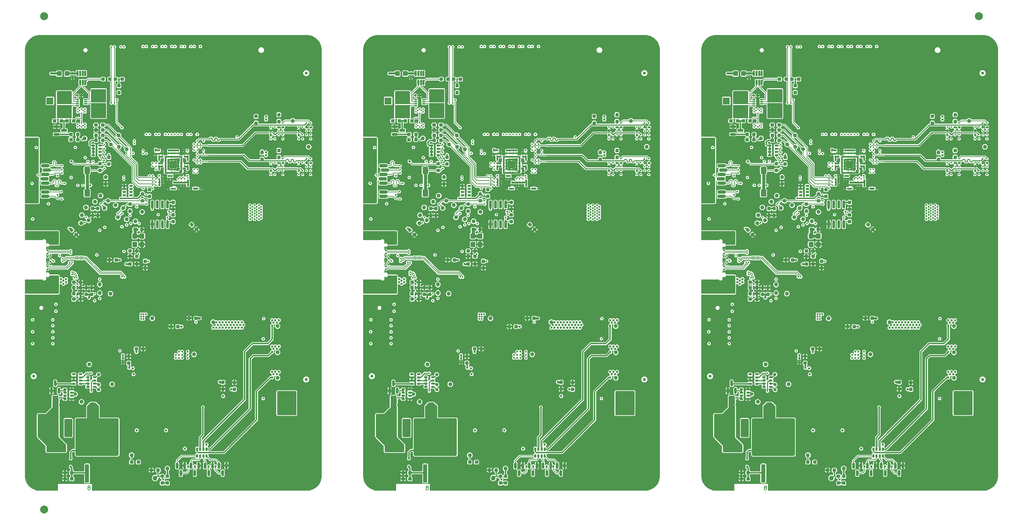
<source format=gbl>
%TF.GenerationSoftware,KiCad,Pcbnew,8.0.3*%
%TF.CreationDate,2024-06-14T09:01:21-07:00*%
%TF.ProjectId,squishy-main-panel,73717569-7368-4792-9d6d-61696e2d7061,2*%
%TF.SameCoordinates,PX102721c0PY8e19cec*%
%TF.FileFunction,Copper,L8,Bot*%
%TF.FilePolarity,Positive*%
%FSLAX46Y46*%
G04 Gerber Fmt 4.6, Leading zero omitted, Abs format (unit mm)*
G04 Created by KiCad (PCBNEW 8.0.3) date 2024-06-14 09:01:21*
%MOMM*%
%LPD*%
G01*
G04 APERTURE LIST*
G04 Aperture macros list*
%AMRoundRect*
0 Rectangle with rounded corners*
0 $1 Rounding radius*
0 $2 $3 $4 $5 $6 $7 $8 $9 X,Y pos of 4 corners*
0 Add a 4 corners polygon primitive as box body*
4,1,4,$2,$3,$4,$5,$6,$7,$8,$9,$2,$3,0*
0 Add four circle primitives for the rounded corners*
1,1,$1+$1,$2,$3*
1,1,$1+$1,$4,$5*
1,1,$1+$1,$6,$7*
1,1,$1+$1,$8,$9*
0 Add four rect primitives between the rounded corners*
20,1,$1+$1,$2,$3,$4,$5,0*
20,1,$1+$1,$4,$5,$6,$7,0*
20,1,$1+$1,$6,$7,$8,$9,0*
20,1,$1+$1,$8,$9,$2,$3,0*%
G04 Aperture macros list end*
%ADD10C,0.200000*%
%TA.AperFunction,NonConductor*%
%ADD11C,0.200000*%
%TD*%
%TA.AperFunction,ComponentPad*%
%ADD12C,6.400000*%
%TD*%
%TA.AperFunction,ComponentPad*%
%ADD13RoundRect,0.250000X-0.750000X2.050000X-0.750000X-2.050000X0.750000X-2.050000X0.750000X2.050000X0*%
%TD*%
%TA.AperFunction,ComponentPad*%
%ADD14O,2.000000X4.200000*%
%TD*%
%TA.AperFunction,ComponentPad*%
%ADD15O,4.200000X2.000000*%
%TD*%
%TA.AperFunction,SMDPad,CuDef*%
%ADD16RoundRect,0.260000X-1.712500X-1.072500X1.712500X-1.072500X1.712500X1.072500X-1.712500X1.072500X0*%
%TD*%
%TA.AperFunction,SMDPad,CuDef*%
%ADD17RoundRect,0.260000X1.712500X1.072500X-1.712500X1.072500X-1.712500X-1.072500X1.712500X-1.072500X0*%
%TD*%
%TA.AperFunction,ComponentPad*%
%ADD18R,1.700000X1.700000*%
%TD*%
%TA.AperFunction,ComponentPad*%
%ADD19O,1.700000X1.700000*%
%TD*%
%TA.AperFunction,ComponentPad*%
%ADD20C,0.600000*%
%TD*%
%TA.AperFunction,ComponentPad*%
%ADD21C,0.500000*%
%TD*%
%TA.AperFunction,ComponentPad*%
%ADD22O,2.000000X1.000000*%
%TD*%
%TA.AperFunction,ComponentPad*%
%ADD23O,1.600000X1.000000*%
%TD*%
%TA.AperFunction,ComponentPad*%
%ADD24C,1.200000*%
%TD*%
%TA.AperFunction,SMDPad,CuDef*%
%ADD25RoundRect,0.125000X0.125000X-0.175000X0.125000X0.175000X-0.125000X0.175000X-0.125000X-0.175000X0*%
%TD*%
%TA.AperFunction,SMDPad,CuDef*%
%ADD26RoundRect,0.200000X0.200000X-0.250000X0.200000X0.250000X-0.200000X0.250000X-0.200000X-0.250000X0*%
%TD*%
%TA.AperFunction,SMDPad,CuDef*%
%ADD27RoundRect,0.100000X-0.100000X0.130000X-0.100000X-0.130000X0.100000X-0.130000X0.100000X0.130000X0*%
%TD*%
%TA.AperFunction,SMDPad,CuDef*%
%ADD28RoundRect,0.100000X0.100000X-0.130000X0.100000X0.130000X-0.100000X0.130000X-0.100000X-0.130000X0*%
%TD*%
%TA.AperFunction,SMDPad,CuDef*%
%ADD29RoundRect,0.125000X-0.325000X-0.125000X0.325000X-0.125000X0.325000X0.125000X-0.325000X0.125000X0*%
%TD*%
%TA.AperFunction,SMDPad,CuDef*%
%ADD30C,1.000000*%
%TD*%
%TA.AperFunction,SMDPad,CuDef*%
%ADD31RoundRect,0.125000X0.175000X0.125000X-0.175000X0.125000X-0.175000X-0.125000X0.175000X-0.125000X0*%
%TD*%
%TA.AperFunction,SMDPad,CuDef*%
%ADD32RoundRect,0.150000X-0.587500X-0.150000X0.587500X-0.150000X0.587500X0.150000X-0.587500X0.150000X0*%
%TD*%
%TA.AperFunction,SMDPad,CuDef*%
%ADD33RoundRect,0.200000X-0.318198X0.035355X0.035355X-0.318198X0.318198X-0.035355X-0.035355X0.318198X0*%
%TD*%
%TA.AperFunction,SMDPad,CuDef*%
%ADD34RoundRect,0.100000X0.130000X0.100000X-0.130000X0.100000X-0.130000X-0.100000X0.130000X-0.100000X0*%
%TD*%
%TA.AperFunction,SMDPad,CuDef*%
%ADD35RoundRect,0.200000X-0.250000X-0.200000X0.250000X-0.200000X0.250000X0.200000X-0.250000X0.200000X0*%
%TD*%
%TA.AperFunction,SMDPad,CuDef*%
%ADD36RoundRect,0.200000X-0.200000X0.250000X-0.200000X-0.250000X0.200000X-0.250000X0.200000X0.250000X0*%
%TD*%
%TA.AperFunction,SMDPad,CuDef*%
%ADD37RoundRect,0.100000X-0.130000X-0.100000X0.130000X-0.100000X0.130000X0.100000X-0.130000X0.100000X0*%
%TD*%
%TA.AperFunction,SMDPad,CuDef*%
%ADD38RoundRect,0.200000X0.250000X0.200000X-0.250000X0.200000X-0.250000X-0.200000X0.250000X-0.200000X0*%
%TD*%
%TA.AperFunction,SMDPad,CuDef*%
%ADD39RoundRect,0.125000X0.125000X-0.325000X0.125000X0.325000X-0.125000X0.325000X-0.125000X-0.325000X0*%
%TD*%
%TA.AperFunction,SMDPad,CuDef*%
%ADD40RoundRect,0.087500X-0.087500X0.127500X-0.087500X-0.127500X0.087500X-0.127500X0.087500X0.127500X0*%
%TD*%
%TA.AperFunction,SMDPad,CuDef*%
%ADD41RoundRect,0.250000X-0.375000X0.300000X-0.375000X-0.300000X0.375000X-0.300000X0.375000X0.300000X0*%
%TD*%
%TA.AperFunction,SMDPad,CuDef*%
%ADD42RoundRect,0.087500X-0.087500X0.242500X-0.087500X-0.242500X0.087500X-0.242500X0.087500X0.242500X0*%
%TD*%
%TA.AperFunction,SMDPad,CuDef*%
%ADD43RoundRect,0.200000X0.800000X-0.200000X0.800000X0.200000X-0.800000X0.200000X-0.800000X-0.200000X0*%
%TD*%
%TA.AperFunction,SMDPad,CuDef*%
%ADD44RoundRect,0.250000X0.450000X-0.650000X0.450000X0.650000X-0.450000X0.650000X-0.450000X-0.650000X0*%
%TD*%
%TA.AperFunction,SMDPad,CuDef*%
%ADD45RoundRect,0.250000X0.700000X-0.450000X0.700000X0.450000X-0.700000X0.450000X-0.700000X-0.450000X0*%
%TD*%
%TA.AperFunction,SMDPad,CuDef*%
%ADD46RoundRect,0.250000X0.300000X-2.050000X0.300000X2.050000X-0.300000X2.050000X-0.300000X-2.050000X0*%
%TD*%
%TA.AperFunction,SMDPad,CuDef*%
%ADD47RoundRect,0.250000X2.375000X-2.025000X2.375000X2.025000X-2.375000X2.025000X-2.375000X-2.025000X0*%
%TD*%
%TA.AperFunction,SMDPad,CuDef*%
%ADD48RoundRect,0.250002X5.149998X-4.449998X5.149998X4.449998X-5.149998X4.449998X-5.149998X-4.449998X0*%
%TD*%
%TA.AperFunction,SMDPad,CuDef*%
%ADD49RoundRect,0.150000X0.150000X-0.587500X0.150000X0.587500X-0.150000X0.587500X-0.150000X-0.587500X0*%
%TD*%
%TA.AperFunction,SMDPad,CuDef*%
%ADD50RoundRect,0.200400X-0.399600X0.399600X-0.399600X-0.399600X0.399600X-0.399600X0.399600X0.399600X0*%
%TD*%
%TA.AperFunction,SMDPad,CuDef*%
%ADD51RoundRect,0.062500X0.337500X-0.062500X0.337500X0.062500X-0.337500X0.062500X-0.337500X-0.062500X0*%
%TD*%
%TA.AperFunction,SMDPad,CuDef*%
%ADD52RoundRect,0.087500X0.312500X-0.087500X0.312500X0.087500X-0.312500X0.087500X-0.312500X-0.087500X0*%
%TD*%
%TA.AperFunction,SMDPad,CuDef*%
%ADD53C,0.750000*%
%TD*%
%TA.AperFunction,SMDPad,CuDef*%
%ADD54RoundRect,0.150000X-0.150000X0.587500X-0.150000X-0.587500X0.150000X-0.587500X0.150000X0.587500X0*%
%TD*%
%TA.AperFunction,SMDPad,CuDef*%
%ADD55RoundRect,0.125000X-0.125000X0.175000X-0.125000X-0.175000X0.125000X-0.175000X0.125000X0.175000X0*%
%TD*%
%TA.AperFunction,SMDPad,CuDef*%
%ADD56RoundRect,0.112500X-0.112500X0.187500X-0.112500X-0.187500X0.112500X-0.187500X0.112500X0.187500X0*%
%TD*%
%TA.AperFunction,SMDPad,CuDef*%
%ADD57RoundRect,0.075000X0.325000X0.075000X-0.325000X0.075000X-0.325000X-0.075000X0.325000X-0.075000X0*%
%TD*%
%TA.AperFunction,SMDPad,CuDef*%
%ADD58RoundRect,0.200000X0.200000X0.600000X-0.200000X0.600000X-0.200000X-0.600000X0.200000X-0.600000X0*%
%TD*%
%TA.AperFunction,SMDPad,CuDef*%
%ADD59C,2.000000*%
%TD*%
%TA.AperFunction,SMDPad,CuDef*%
%ADD60RoundRect,0.125000X0.325000X0.125000X-0.325000X0.125000X-0.325000X-0.125000X0.325000X-0.125000X0*%
%TD*%
%TA.AperFunction,SMDPad,CuDef*%
%ADD61RoundRect,0.250000X-0.350000X0.400000X-0.350000X-0.400000X0.350000X-0.400000X0.350000X0.400000X0*%
%TD*%
%TA.AperFunction,SMDPad,CuDef*%
%ADD62RoundRect,0.150000X0.150000X-0.825000X0.150000X0.825000X-0.150000X0.825000X-0.150000X-0.825000X0*%
%TD*%
%TA.AperFunction,SMDPad,CuDef*%
%ADD63RoundRect,0.200400X-0.399600X-0.399600X0.399600X-0.399600X0.399600X0.399600X-0.399600X0.399600X0*%
%TD*%
%TA.AperFunction,SMDPad,CuDef*%
%ADD64RoundRect,0.112500X0.112500X-0.550000X0.112500X0.550000X-0.112500X0.550000X-0.112500X-0.550000X0*%
%TD*%
%TA.AperFunction,ViaPad*%
%ADD65C,0.400000*%
%TD*%
%TA.AperFunction,ViaPad*%
%ADD66C,0.500000*%
%TD*%
%TA.AperFunction,ViaPad*%
%ADD67C,0.600000*%
%TD*%
%TA.AperFunction,ViaPad*%
%ADD68C,0.450000*%
%TD*%
%TA.AperFunction,ViaPad*%
%ADD69C,0.800000*%
%TD*%
%TA.AperFunction,Conductor*%
%ADD70C,0.400000*%
%TD*%
%TA.AperFunction,Conductor*%
%ADD71C,0.300000*%
%TD*%
%TA.AperFunction,Conductor*%
%ADD72C,0.200000*%
%TD*%
%TA.AperFunction,Conductor*%
%ADD73C,0.500000*%
%TD*%
%TA.AperFunction,Conductor*%
%ADD74C,0.800000*%
%TD*%
%TA.AperFunction,Conductor*%
%ADD75C,0.152400*%
%TD*%
%TA.AperFunction,Conductor*%
%ADD76C,0.600000*%
%TD*%
%TA.AperFunction,Conductor*%
%ADD77C,0.127000*%
%TD*%
%TA.AperFunction,Conductor*%
%ADD78C,0.250000*%
%TD*%
%TA.AperFunction,Conductor*%
%ADD79C,0.171700*%
%TD*%
G04 APERTURE END LIST*
D10*
D11*
X-228787470Y8006210D02*
X-228882708Y8053829D01*
X-228882708Y8053829D02*
X-228930327Y8101448D01*
X-228930327Y8101448D02*
X-228977946Y8196686D01*
X-228977946Y8196686D02*
X-228977946Y8244305D01*
X-228977946Y8244305D02*
X-228930327Y8339543D01*
X-228930327Y8339543D02*
X-228882708Y8387162D01*
X-228882708Y8387162D02*
X-228787470Y8434781D01*
X-228787470Y8434781D02*
X-228596994Y8434781D01*
X-228596994Y8434781D02*
X-228501756Y8387162D01*
X-228501756Y8387162D02*
X-228454137Y8339543D01*
X-228454137Y8339543D02*
X-228406518Y8244305D01*
X-228406518Y8244305D02*
X-228406518Y8196686D01*
X-228406518Y8196686D02*
X-228454137Y8101448D01*
X-228454137Y8101448D02*
X-228501756Y8053829D01*
X-228501756Y8053829D02*
X-228596994Y8006210D01*
X-228596994Y8006210D02*
X-228787470Y8006210D01*
X-228787470Y8006210D02*
X-228882708Y7958591D01*
X-228882708Y7958591D02*
X-228930327Y7910972D01*
X-228930327Y7910972D02*
X-228977946Y7815734D01*
X-228977946Y7815734D02*
X-228977946Y7625258D01*
X-228977946Y7625258D02*
X-228930327Y7530020D01*
X-228930327Y7530020D02*
X-228882708Y7482400D01*
X-228882708Y7482400D02*
X-228787470Y7434781D01*
X-228787470Y7434781D02*
X-228596994Y7434781D01*
X-228596994Y7434781D02*
X-228501756Y7482400D01*
X-228501756Y7482400D02*
X-228454137Y7530020D01*
X-228454137Y7530020D02*
X-228406518Y7625258D01*
X-228406518Y7625258D02*
X-228406518Y7815734D01*
X-228406518Y7815734D02*
X-228454137Y7910972D01*
X-228454137Y7910972D02*
X-228501756Y7958591D01*
X-228501756Y7958591D02*
X-228596994Y8006210D01*
D10*
D11*
X-58787470Y8006210D02*
X-58882708Y8053829D01*
X-58882708Y8053829D02*
X-58930327Y8101448D01*
X-58930327Y8101448D02*
X-58977946Y8196686D01*
X-58977946Y8196686D02*
X-58977946Y8244305D01*
X-58977946Y8244305D02*
X-58930327Y8339543D01*
X-58930327Y8339543D02*
X-58882708Y8387162D01*
X-58882708Y8387162D02*
X-58787470Y8434781D01*
X-58787470Y8434781D02*
X-58596994Y8434781D01*
X-58596994Y8434781D02*
X-58501756Y8387162D01*
X-58501756Y8387162D02*
X-58454137Y8339543D01*
X-58454137Y8339543D02*
X-58406518Y8244305D01*
X-58406518Y8244305D02*
X-58406518Y8196686D01*
X-58406518Y8196686D02*
X-58454137Y8101448D01*
X-58454137Y8101448D02*
X-58501756Y8053829D01*
X-58501756Y8053829D02*
X-58596994Y8006210D01*
X-58596994Y8006210D02*
X-58787470Y8006210D01*
X-58787470Y8006210D02*
X-58882708Y7958591D01*
X-58882708Y7958591D02*
X-58930327Y7910972D01*
X-58930327Y7910972D02*
X-58977946Y7815734D01*
X-58977946Y7815734D02*
X-58977946Y7625258D01*
X-58977946Y7625258D02*
X-58930327Y7530020D01*
X-58930327Y7530020D02*
X-58882708Y7482400D01*
X-58882708Y7482400D02*
X-58787470Y7434781D01*
X-58787470Y7434781D02*
X-58596994Y7434781D01*
X-58596994Y7434781D02*
X-58501756Y7482400D01*
X-58501756Y7482400D02*
X-58454137Y7530020D01*
X-58454137Y7530020D02*
X-58406518Y7625258D01*
X-58406518Y7625258D02*
X-58406518Y7815734D01*
X-58406518Y7815734D02*
X-58454137Y7910972D01*
X-58454137Y7910972D02*
X-58501756Y7958591D01*
X-58501756Y7958591D02*
X-58596994Y8006210D01*
D10*
D11*
X-143787470Y8006210D02*
X-143882708Y8053829D01*
X-143882708Y8053829D02*
X-143930327Y8101448D01*
X-143930327Y8101448D02*
X-143977946Y8196686D01*
X-143977946Y8196686D02*
X-143977946Y8244305D01*
X-143977946Y8244305D02*
X-143930327Y8339543D01*
X-143930327Y8339543D02*
X-143882708Y8387162D01*
X-143882708Y8387162D02*
X-143787470Y8434781D01*
X-143787470Y8434781D02*
X-143596994Y8434781D01*
X-143596994Y8434781D02*
X-143501756Y8387162D01*
X-143501756Y8387162D02*
X-143454137Y8339543D01*
X-143454137Y8339543D02*
X-143406518Y8244305D01*
X-143406518Y8244305D02*
X-143406518Y8196686D01*
X-143406518Y8196686D02*
X-143454137Y8101448D01*
X-143454137Y8101448D02*
X-143501756Y8053829D01*
X-143501756Y8053829D02*
X-143596994Y8006210D01*
X-143596994Y8006210D02*
X-143787470Y8006210D01*
X-143787470Y8006210D02*
X-143882708Y7958591D01*
X-143882708Y7958591D02*
X-143930327Y7910972D01*
X-143930327Y7910972D02*
X-143977946Y7815734D01*
X-143977946Y7815734D02*
X-143977946Y7625258D01*
X-143977946Y7625258D02*
X-143930327Y7530020D01*
X-143930327Y7530020D02*
X-143882708Y7482400D01*
X-143882708Y7482400D02*
X-143787470Y7434781D01*
X-143787470Y7434781D02*
X-143596994Y7434781D01*
X-143596994Y7434781D02*
X-143501756Y7482400D01*
X-143501756Y7482400D02*
X-143454137Y7530020D01*
X-143454137Y7530020D02*
X-143406518Y7625258D01*
X-143406518Y7625258D02*
X-143406518Y7815734D01*
X-143406518Y7815734D02*
X-143454137Y7910972D01*
X-143454137Y7910972D02*
X-143501756Y7958591D01*
X-143501756Y7958591D02*
X-143596994Y8006210D01*
D12*
%TO.P,H3,1,1*%
%TO.N,Board_0-GND*%
X-241000000Y11002000D03*
%TD*%
%TO.P,H2,1,1*%
%TO.N,Board_1-GND*%
X-156000000Y118002000D03*
%TD*%
D13*
%TO.P,J5,1*%
%TO.N,Board_2-Net-(F1-Pad1)*%
X-63900000Y23002000D03*
D14*
%TO.P,J5,2*%
%TO.N,Board_2-Net-(Q6-D)*%
X-70200000Y23002000D03*
D15*
%TO.P,J5,3*%
X-66800000Y18202000D03*
%TD*%
D16*
%TO.P,J2,2,Ext*%
%TO.N,Board_0-GND*%
X-242752500Y101702000D03*
D17*
X-242752500Y108694500D03*
%TD*%
D12*
%TO.P,H4,1,1*%
%TO.N,Board_0-GND*%
X-174000000Y11002000D03*
%TD*%
%TO.P,H4,1,1*%
%TO.N,Board_1-GND*%
X-89000000Y11002000D03*
%TD*%
D18*
%TO.P,J1,1,Pin_1*%
%TO.N,Board_2-/~{TRIGGER}*%
X-68500000Y105227000D03*
D19*
%TO.P,J1,2,Pin_2*%
%TO.N,Board_2-GND*%
X-68500000Y107767000D03*
%TD*%
D20*
%TO.P,J3,B1,GND*%
%TO.N,Board_0-GND*%
X-238400000Y62202001D03*
D21*
%TO.P,J3,B2,TX2+*%
%TO.N,Board_0-/USB Frontend/TX2+*%
X-239100000Y62852001D03*
%TO.P,J3,B3,TX2-*%
%TO.N,Board_0-/USB Frontend/TX2-*%
X-239100000Y63652001D03*
%TO.P,J3,B4,VBUS*%
%TO.N,Board_0-Net-(F2-Pad1)*%
X-238400000Y64052001D03*
%TO.P,J3,B5,CC2*%
%TO.N,Board_0-/USB Frontend/CC2*%
X-239100000Y64452001D03*
%TO.P,J3,B6,D+*%
%TO.N,Board_0-/USB Frontend/D+*%
X-238400000Y64852001D03*
%TO.P,J3,B7,D-*%
%TO.N,Board_0-/USB Frontend/D-*%
X-238400000Y65652001D03*
%TO.P,J3,B8,SBU2*%
%TO.N,Board_0-unconnected-(J3-SBU2-PadB8)*%
X-239100000Y66052001D03*
%TO.P,J3,B9,VBUS*%
%TO.N,Board_0-Net-(F2-Pad1)*%
X-238400000Y66452001D03*
%TO.P,J3,B10,RX1-*%
%TO.N,Board_0-/USB Frontend/RX1-*%
X-239100000Y66852001D03*
%TO.P,J3,B11,RX1+*%
%TO.N,Board_0-/USB Frontend/RX1+*%
X-239100000Y67652001D03*
D20*
%TO.P,J3,B12,GND*%
%TO.N,Board_0-GND*%
X-238400000Y68302001D03*
D22*
%TO.P,J3,S1,SHIELD*%
%TO.N,Board_0-/USB Frontend/USB_SHIELD*%
X-243100000Y71252001D03*
D23*
X-237600000Y69752001D03*
X-237600000Y60752001D03*
D22*
X-243100000Y59252001D03*
%TD*%
D12*
%TO.P,H3,1,1*%
%TO.N,Board_1-GND*%
X-156000000Y11002000D03*
%TD*%
D16*
%TO.P,J2,2,Ext*%
%TO.N,Board_1-GND*%
X-157752500Y101702000D03*
D17*
X-157752500Y108694500D03*
%TD*%
D18*
%TO.P,J1,1,Pin_1*%
%TO.N,Board_0-/~{TRIGGER}*%
X-238500000Y105227000D03*
D19*
%TO.P,J1,2,Pin_2*%
%TO.N,Board_0-GND*%
X-238500000Y107767000D03*
%TD*%
D20*
%TO.P,J3,B1,GND*%
%TO.N,Board_2-GND*%
X-68400000Y62202001D03*
D21*
%TO.P,J3,B2,TX2+*%
%TO.N,Board_2-/USB Frontend/TX2+*%
X-69100000Y62852001D03*
%TO.P,J3,B3,TX2-*%
%TO.N,Board_2-/USB Frontend/TX2-*%
X-69100000Y63652001D03*
%TO.P,J3,B4,VBUS*%
%TO.N,Board_2-Net-(F2-Pad1)*%
X-68400000Y64052001D03*
%TO.P,J3,B5,CC2*%
%TO.N,Board_2-/USB Frontend/CC2*%
X-69100000Y64452001D03*
%TO.P,J3,B6,D+*%
%TO.N,Board_2-/USB Frontend/D+*%
X-68400000Y64852001D03*
%TO.P,J3,B7,D-*%
%TO.N,Board_2-/USB Frontend/D-*%
X-68400000Y65652001D03*
%TO.P,J3,B8,SBU2*%
%TO.N,Board_2-unconnected-(J3-SBU2-PadB8)*%
X-69100000Y66052001D03*
%TO.P,J3,B9,VBUS*%
%TO.N,Board_2-Net-(F2-Pad1)*%
X-68400000Y66452001D03*
%TO.P,J3,B10,RX1-*%
%TO.N,Board_2-/USB Frontend/RX1-*%
X-69100000Y66852001D03*
%TO.P,J3,B11,RX1+*%
%TO.N,Board_2-/USB Frontend/RX1+*%
X-69100000Y67652001D03*
D20*
%TO.P,J3,B12,GND*%
%TO.N,Board_2-GND*%
X-68400000Y68302001D03*
D22*
%TO.P,J3,S1,SHIELD*%
%TO.N,Board_2-/USB Frontend/USB_SHIELD*%
X-73100000Y71252001D03*
D23*
X-67600000Y69752001D03*
X-67600000Y60752001D03*
D22*
X-73100000Y59252001D03*
%TD*%
D12*
%TO.P,H1,1,1*%
%TO.N,Board_2-GND*%
X-4000000Y118002000D03*
%TD*%
D20*
%TO.P,J3,B1,GND*%
%TO.N,Board_1-GND*%
X-153400000Y62202001D03*
D21*
%TO.P,J3,B2,TX2+*%
%TO.N,Board_1-/USB Frontend/TX2+*%
X-154100000Y62852001D03*
%TO.P,J3,B3,TX2-*%
%TO.N,Board_1-/USB Frontend/TX2-*%
X-154100000Y63652001D03*
%TO.P,J3,B4,VBUS*%
%TO.N,Board_1-Net-(F2-Pad1)*%
X-153400000Y64052001D03*
%TO.P,J3,B5,CC2*%
%TO.N,Board_1-/USB Frontend/CC2*%
X-154100000Y64452001D03*
%TO.P,J3,B6,D+*%
%TO.N,Board_1-/USB Frontend/D+*%
X-153400000Y64852001D03*
%TO.P,J3,B7,D-*%
%TO.N,Board_1-/USB Frontend/D-*%
X-153400000Y65652001D03*
%TO.P,J3,B8,SBU2*%
%TO.N,Board_1-unconnected-(J3-SBU2-PadB8)*%
X-154100000Y66052001D03*
%TO.P,J3,B9,VBUS*%
%TO.N,Board_1-Net-(F2-Pad1)*%
X-153400000Y66452001D03*
%TO.P,J3,B10,RX1-*%
%TO.N,Board_1-/USB Frontend/RX1-*%
X-154100000Y66852001D03*
%TO.P,J3,B11,RX1+*%
%TO.N,Board_1-/USB Frontend/RX1+*%
X-154100000Y67652001D03*
D20*
%TO.P,J3,B12,GND*%
%TO.N,Board_1-GND*%
X-153400000Y68302001D03*
D22*
%TO.P,J3,S1,SHIELD*%
%TO.N,Board_1-/USB Frontend/USB_SHIELD*%
X-158100000Y71252001D03*
D23*
X-152600000Y69752001D03*
X-152600000Y60752001D03*
D22*
X-158100000Y59252001D03*
%TD*%
D12*
%TO.P,H2,1,1*%
%TO.N,Board_2-GND*%
X-71000000Y118002000D03*
%TD*%
%TO.P,H3,1,1*%
%TO.N,Board_2-GND*%
X-71000000Y11002000D03*
%TD*%
D18*
%TO.P,J1,1,Pin_1*%
%TO.N,Board_1-/~{TRIGGER}*%
X-153500000Y105227000D03*
D19*
%TO.P,J1,2,Pin_2*%
%TO.N,Board_1-GND*%
X-153500000Y107767000D03*
%TD*%
D13*
%TO.P,J5,1*%
%TO.N,Board_0-Net-(F1-Pad1)*%
X-233900000Y23002000D03*
D14*
%TO.P,J5,2*%
%TO.N,Board_0-Net-(Q6-D)*%
X-240200000Y23002000D03*
D15*
%TO.P,J5,3*%
X-236800000Y18202000D03*
%TD*%
D24*
%TO.P,SW1,1,1*%
%TO.N,Board_1-Net-(U4-~{MR})*%
X-127100000Y10402000D03*
%TO.P,SW1,2,2*%
%TO.N,Board_1-GND*%
X-130100000Y10402000D03*
%TO.P,SW1,3,3*%
X-128600000Y8552000D03*
%TD*%
%TO.P,SW1,1,1*%
%TO.N,Board_2-Net-(U4-~{MR})*%
X-42100000Y10402000D03*
%TO.P,SW1,2,2*%
%TO.N,Board_2-GND*%
X-45100000Y10402000D03*
%TO.P,SW1,3,3*%
X-43600000Y8552000D03*
%TD*%
D12*
%TO.P,H4,1,1*%
%TO.N,Board_2-GND*%
X-4000000Y11002000D03*
%TD*%
D24*
%TO.P,SW1,1,1*%
%TO.N,Board_0-Net-(U4-~{MR})*%
X-212100000Y10402000D03*
%TO.P,SW1,2,2*%
%TO.N,Board_0-GND*%
X-215100000Y10402000D03*
%TO.P,SW1,3,3*%
X-213600000Y8552000D03*
%TD*%
D13*
%TO.P,J5,1*%
%TO.N,Board_1-Net-(F1-Pad1)*%
X-148900000Y23002000D03*
D14*
%TO.P,J5,2*%
%TO.N,Board_1-Net-(Q6-D)*%
X-155200000Y23002000D03*
D15*
%TO.P,J5,3*%
X-151800000Y18202000D03*
%TD*%
D12*
%TO.P,H1,1,1*%
%TO.N,Board_0-GND*%
X-174000000Y118002000D03*
%TD*%
%TO.P,H2,1,1*%
%TO.N,Board_0-GND*%
X-241000000Y118002000D03*
%TD*%
%TO.P,H1,1,1*%
%TO.N,Board_1-GND*%
X-89000000Y118002000D03*
%TD*%
D16*
%TO.P,J2,2,Ext*%
%TO.N,Board_2-GND*%
X-72752500Y101702000D03*
D17*
X-72752500Y108694500D03*
%TD*%
D25*
%TO.P,C64,1*%
%TO.N,Board_0-GND*%
X-211950000Y91852000D03*
%TO.P,C64,2*%
%TO.N,Board_0-+2V5*%
X-211950000Y92952000D03*
%TD*%
D26*
%TO.P,C17,1*%
%TO.N,Board_1-+3V3*%
X-143050000Y56577000D03*
%TO.P,C17,2*%
%TO.N,Board_1-GND*%
X-143050000Y58277000D03*
%TD*%
D27*
%TO.P,C103,1*%
%TO.N,Board_2-GND*%
X-40300000Y91922000D03*
%TO.P,C103,2*%
%TO.N,Board_2-+3V3*%
X-40300000Y91282000D03*
%TD*%
D28*
%TO.P,C52,1*%
%TO.N,Board_0-GND*%
X-207900000Y90482000D03*
%TO.P,C52,2*%
%TO.N,Board_0-+1V2*%
X-207900000Y91122000D03*
%TD*%
D29*
%TO.P,R14,1*%
%TO.N,Board_0-unconnected-(R14-Pad1)*%
X-219850000Y81502000D03*
%TO.P,R14,2*%
%TO.N,Board_0-unconnected-(R14-Pad2)*%
X-218150000Y81502000D03*
%TO.P,R14,3*%
%TO.N,Board_0-+3V3*%
X-219850000Y82302000D03*
%TO.P,R14,4*%
%TO.N,Board_0-/FPGA_CFG0*%
X-218150000Y82302000D03*
%TO.P,R14,5*%
%TO.N,Board_0-GND*%
X-219850000Y83102000D03*
%TO.P,R14,6*%
%TO.N,Board_0-/FPGA_CFG1*%
X-218150000Y83102000D03*
%TO.P,R14,7*%
%TO.N,Board_0-GND*%
X-219850000Y83902000D03*
%TO.P,R14,8*%
%TO.N,Board_0-/FPGA_CFG2*%
X-218150000Y83902000D03*
%TD*%
D30*
%TO.P,TP13,1,1*%
%TO.N,Board_1-+1V8*%
X-127800000Y50552000D03*
%TD*%
%TO.P,TP5,1,1*%
%TO.N,Board_2-GND*%
X-13700000Y38102000D03*
%TD*%
%TO.P,TP45,1,1*%
%TO.N,Board_1-/PWR_PHY_3v3*%
X-140100000Y105702000D03*
%TD*%
D31*
%TO.P,C3,1*%
%TO.N,Board_0-+1V8*%
X-172950000Y98602000D03*
%TO.P,C3,2*%
%TO.N,Board_0-GND*%
X-174050000Y98602000D03*
%TD*%
D28*
%TO.P,C105,1*%
%TO.N,Board_1-GND*%
X-122900000Y85682000D03*
%TO.P,C105,2*%
%TO.N,Board_1-+3V3*%
X-122900000Y86322000D03*
%TD*%
D27*
%TO.P,C67,1*%
%TO.N,Board_0-GND*%
X-207900000Y87922000D03*
%TO.P,C67,2*%
%TO.N,Board_0-+1V2*%
X-207900000Y87282000D03*
%TD*%
D32*
%TO.P,Q9,1,G*%
%TO.N,Board_2-Net-(Q9-G)*%
X-66837500Y96852000D03*
%TO.P,Q9,2,S*%
%TO.N,Board_2-GND*%
X-66837500Y98752000D03*
%TO.P,Q9,3,D*%
%TO.N,Board_2-Net-(Q9-D)*%
X-64962499Y97802000D03*
%TD*%
D26*
%TO.P,R64,1*%
%TO.N,Board_1-/PHY.~{PHY_PRSNT}*%
X-136200000Y107352000D03*
%TO.P,R64,2*%
%TO.N,Board_1-+3V3*%
X-136200000Y109052000D03*
%TD*%
D33*
%TO.P,C22,1*%
%TO.N,Board_1-+3V3*%
X-148101041Y72803041D03*
%TO.P,C22,2*%
%TO.N,Board_1-GND*%
X-146898959Y71600959D03*
%TD*%
D34*
%TO.P,C66,1*%
%TO.N,Board_2-GND*%
X-38780000Y88802000D03*
%TO.P,C66,2*%
%TO.N,Board_2-+1V2*%
X-39420000Y88802000D03*
%TD*%
D27*
%TO.P,C77,1*%
%TO.N,Board_2-GND*%
X-34700000Y89522000D03*
%TO.P,C77,2*%
%TO.N,Board_2-+3V3*%
X-34700000Y88882000D03*
%TD*%
D34*
%TO.P,C62,1*%
%TO.N,Board_2-GND*%
X-40380000Y86402000D03*
%TO.P,C62,2*%
%TO.N,Board_2-+2V5*%
X-41020000Y86402000D03*
%TD*%
D35*
%TO.P,R65,1*%
%TO.N,Board_2-/Power & Mechanical/SEPIC_GOOD*%
X-48000000Y14402000D03*
%TO.P,R65,2*%
%TO.N,Board_2-+5V*%
X-46300000Y14402000D03*
%TD*%
D36*
%TO.P,R69,1*%
%TO.N,Board_2-+1V8*%
X-15200000Y92252000D03*
%TO.P,R69,2*%
%TO.N,Board_2-/RAM.~{CS3}*%
X-15200000Y90552000D03*
%TD*%
D37*
%TO.P,C68,1*%
%TO.N,Board_0-GND*%
X-206220000Y88802000D03*
%TO.P,C68,2*%
%TO.N,Board_0-+1V2*%
X-205580000Y88802000D03*
%TD*%
D36*
%TO.P,C1,1*%
%TO.N,Board_0-+3V3*%
X-224500000Y86052000D03*
%TO.P,C1,2*%
%TO.N,Board_0-GND*%
X-224500000Y84352000D03*
%TD*%
D38*
%TO.P,C6,1*%
%TO.N,Board_0-Net-(U4-~{MR})*%
X-211350000Y12402000D03*
%TO.P,C6,2*%
%TO.N,Board_0-GND*%
X-213050000Y12402000D03*
%TD*%
D39*
%TO.P,R35,1*%
%TO.N,Board_1-Net-(Q5-G)*%
X-114150001Y15951999D03*
%TO.P,R35,2*%
%TO.N,Board_1-+1V2A*%
X-114150001Y17651999D03*
%TO.P,R35,3*%
%TO.N,Board_1-Net-(Q4-G)*%
X-114950001Y15951999D03*
%TO.P,R35,4*%
%TO.N,Board_1-+1V2*%
X-114950001Y17651999D03*
%TO.P,R35,5*%
%TO.N,Board_1-Net-(Q2-G)*%
X-115750001Y15951999D03*
%TO.P,R35,6*%
%TO.N,Board_1-+1V8*%
X-115750001Y17651999D03*
%TO.P,R35,7*%
%TO.N,Board_1-Net-(Q3-G)*%
X-116550001Y15951999D03*
%TO.P,R35,8*%
%TO.N,Board_1-+2V5*%
X-116550001Y17651999D03*
%TD*%
D30*
%TO.P,TP3,1,1*%
%TO.N,Board_2-GND*%
X-11300000Y44702000D03*
%TD*%
%TO.P,TP30,1,1*%
%TO.N,Board_2-/~{FLASH_CS}*%
X-60500000Y76502000D03*
%TD*%
D36*
%TO.P,C20,1*%
%TO.N,Board_0-+3V3*%
X-227800000Y78152000D03*
%TO.P,C20,2*%
%TO.N,Board_0-GND*%
X-227800000Y76452000D03*
%TD*%
D27*
%TO.P,C78,1*%
%TO.N,Board_2-GND*%
X-34700000Y91922000D03*
%TO.P,C78,2*%
%TO.N,Board_2-+1V8*%
X-34700000Y91282000D03*
%TD*%
D38*
%TO.P,R10,1*%
%TO.N,Board_0-GND*%
X-216700000Y67502000D03*
%TO.P,R10,2*%
%TO.N,Board_0-Net-(U9-RBIAS)*%
X-218400000Y67502000D03*
%TD*%
D40*
%TO.P,Q6,1,D*%
%TO.N,Board_1-Net-(Q6-D)*%
X-151700000Y30637001D03*
X-152350000Y30637001D03*
D41*
X-151985000Y29702001D03*
D40*
X-151700000Y28767001D03*
X-152350000Y28767001D03*
%TO.P,Q6,2,G*%
%TO.N,Board_1-Net-(Q6-G)*%
X-151050000Y30637001D03*
D42*
%TO.P,Q6,3,S*%
%TO.N,Board_1-GND*%
X-150925000Y29702001D03*
D40*
X-151050000Y28767001D03*
%TD*%
D34*
%TO.P,C108,1*%
%TO.N,Board_1-GND*%
X-115780000Y83202000D03*
%TO.P,C108,2*%
%TO.N,Board_1-+2V5*%
X-116420000Y83202000D03*
%TD*%
D26*
%TO.P,C24,1*%
%TO.N,Board_2-Net-(U13-VCC)*%
X-48700000Y39301999D03*
%TO.P,C24,2*%
%TO.N,Board_2-GND*%
X-48700000Y41001999D03*
%TD*%
D43*
%TO.P,J6,1,DAT2*%
%TO.N,Board_2-/SDCARD.D2*%
X-69725000Y88942000D03*
%TO.P,J6,2,DAT3/CD*%
%TO.N,Board_2-/SDCARD.D3*%
X-69325000Y87842000D03*
%TO.P,J6,3,CMD*%
%TO.N,Board_2-/SDCARD.CMD*%
X-69725000Y86742000D03*
%TO.P,J6,4,VDD*%
%TO.N,Board_2-+3V3*%
X-69925000Y85642000D03*
%TO.P,J6,5,CLK*%
%TO.N,Board_2-/SDCARD.CLK*%
X-69725000Y84542000D03*
%TO.P,J6,6,VSS*%
%TO.N,Board_2-GND*%
X-69925000Y83442000D03*
%TO.P,J6,7,DAT0*%
%TO.N,Board_2-/SDCARD.D0*%
X-69725000Y82342000D03*
%TO.P,J6,8,DAT1*%
%TO.N,Board_2-/SDCARD.D1*%
X-69725000Y81242000D03*
D44*
%TO.P,J6,9,DET_B*%
%TO.N,Board_2-/SDCARD.DET*%
X-59175000Y82052000D03*
%TO.P,J6,10,DET_A*%
X-59175000Y87752000D03*
D45*
%TO.P,J6,11,SHIELD*%
%TO.N,Board_2-Net-(J6-SHIELD)*%
X-72325000Y80452000D03*
X-73325000Y93602000D03*
%TD*%
D34*
%TO.P,C50,1*%
%TO.N,Board_2-GND*%
X-38780000Y90402000D03*
%TO.P,C50,2*%
%TO.N,Board_2-+1V2*%
X-39420000Y90402000D03*
%TD*%
D36*
%TO.P,R69,1*%
%TO.N,Board_1-+1V8*%
X-100200000Y92252000D03*
%TO.P,R69,2*%
%TO.N,Board_1-/RAM.~{CS3}*%
X-100200000Y90552000D03*
%TD*%
D28*
%TO.P,C84,1*%
%TO.N,Board_2-GND*%
X-36650000Y84082000D03*
%TO.P,C84,2*%
%TO.N,Board_2-+1V2A*%
X-36650000Y84722000D03*
%TD*%
D46*
%TO.P,D14,1,K*%
%TO.N,Board_1-GND*%
X-139110000Y11577000D03*
D47*
%TO.P,D14,2,A*%
%TO.N,Board_1-VDC*%
X-144425000Y18302000D03*
X-138875000Y18302000D03*
D48*
X-141650000Y20727000D03*
D47*
X-144425000Y23152000D03*
X-138875000Y23152000D03*
D46*
%TO.P,D14,3,G*%
%TO.N,Board_1-Net-(D13-A)*%
X-144190000Y11577000D03*
%TD*%
D34*
%TO.P,C108,1*%
%TO.N,Board_0-GND*%
X-200780000Y83202000D03*
%TO.P,C108,2*%
%TO.N,Board_0-+2V5*%
X-201420000Y83202000D03*
%TD*%
D30*
%TO.P,TP22,1,1*%
%TO.N,Board_0-/FPGA_CIPO*%
X-219250000Y75452000D03*
%TD*%
D38*
%TO.P,C11,1*%
%TO.N,Board_1-+3V3*%
X-136850000Y65252001D03*
%TO.P,C11,2*%
%TO.N,Board_1-GND*%
X-138550000Y65252001D03*
%TD*%
D31*
%TO.P,C2,1*%
%TO.N,Board_0-+1V8*%
X-179950000Y98602000D03*
%TO.P,C2,2*%
%TO.N,Board_0-GND*%
X-181050000Y98602000D03*
%TD*%
D34*
%TO.P,C60,1*%
%TO.N,Board_1-GND*%
X-125380000Y92802000D03*
%TO.P,C60,2*%
%TO.N,Board_1-+2V5*%
X-126020000Y92802000D03*
%TD*%
D35*
%TO.P,R58,1*%
%TO.N,Board_1-+3V3*%
X-140150000Y110702000D03*
%TO.P,R58,2*%
%TO.N,Board_1-/PHY.ID_SCL*%
X-138450000Y110702000D03*
%TD*%
D49*
%TO.P,Q8,1,G*%
%TO.N,Board_1-Net-(Q8-G)*%
X-151249999Y32364500D03*
%TO.P,Q8,2,S*%
%TO.N,Board_1-GND*%
X-153149999Y32364500D03*
%TO.P,Q8,3,D*%
%TO.N,Board_1-Net-(Q8-D)*%
X-152199999Y34239500D03*
%TD*%
D30*
%TO.P,TP15,1,1*%
%TO.N,Board_2-/FPGA_TDO*%
X-53200000Y94302000D03*
%TD*%
D36*
%TO.P,C19,1*%
%TO.N,Board_0-+3V3*%
X-226500000Y78152000D03*
%TO.P,C19,2*%
%TO.N,Board_0-GND*%
X-226500000Y76452000D03*
%TD*%
D30*
%TO.P,TP2,1,1*%
%TO.N,Board_2-+1V2A*%
X-11300000Y42002000D03*
%TD*%
%TO.P,TP31,1,1*%
%TO.N,Board_2-/SU_SWDIO*%
X-57200000Y79902000D03*
%TD*%
%TO.P,TP42,1,1*%
%TO.N,Board_1-/Power & Mechanical/PSU_EN*%
X-124000000Y12802000D03*
%TD*%
D36*
%TO.P,R41,1*%
%TO.N,Board_2-GND*%
X-72200000Y97152000D03*
%TO.P,R41,2*%
%TO.N,Board_2-Net-(J6-SHIELD)*%
X-72200000Y95452000D03*
%TD*%
D27*
%TO.P,C77,1*%
%TO.N,Board_0-GND*%
X-204700000Y89522000D03*
%TO.P,C77,2*%
%TO.N,Board_0-+3V3*%
X-204700000Y88882000D03*
%TD*%
D37*
%TO.P,C61,1*%
%TO.N,Board_1-GND*%
X-119620000Y86402000D03*
%TO.P,C61,2*%
%TO.N,Board_1-+2V5*%
X-118980000Y86402000D03*
%TD*%
D34*
%TO.P,C57,1*%
%TO.N,Board_0-GND*%
X-203180000Y85302000D03*
%TO.P,C57,2*%
%TO.N,Board_0-+1V2A*%
X-203820000Y85302000D03*
%TD*%
D35*
%TO.P,R65,1*%
%TO.N,Board_0-/Power & Mechanical/SEPIC_GOOD*%
X-218000000Y14402000D03*
%TO.P,R65,2*%
%TO.N,Board_0-+5V*%
X-216300000Y14402000D03*
%TD*%
D50*
%TO.P,R52,1*%
%TO.N,Board_2-/PWR_PHY_3v3*%
X-57400000Y105802000D03*
%TO.P,R52,2*%
%TO.N,Board_2-/Power & Mechanical/PHY_3v3_SW*%
X-57400000Y103802000D03*
%TD*%
D38*
%TO.P,C11,1*%
%TO.N,Board_2-+3V3*%
X-51850000Y65252001D03*
%TO.P,C11,2*%
%TO.N,Board_2-GND*%
X-53550000Y65252001D03*
%TD*%
D30*
%TO.P,TP17,1,1*%
%TO.N,Board_2-/FPGA_TDI*%
X-51300000Y96602000D03*
%TD*%
%TO.P,TP24,1,1*%
%TO.N,Board_2-/~{FPGA_PROG}*%
X-53900000Y80102000D03*
%TD*%
D26*
%TO.P,R64,1*%
%TO.N,Board_2-/PHY.~{PHY_PRSNT}*%
X-51200000Y107352000D03*
%TO.P,R64,2*%
%TO.N,Board_2-+3V3*%
X-51200000Y109052000D03*
%TD*%
D37*
%TO.P,C111,1*%
%TO.N,Board_1-GND*%
X-123620000Y83202000D03*
%TO.P,C111,2*%
%TO.N,Board_1-+2V5*%
X-122980000Y83202000D03*
%TD*%
D30*
%TO.P,TP16,1,1*%
%TO.N,Board_1-/FPGA_TCK*%
X-134200000Y93102000D03*
%TD*%
D34*
%TO.P,C59,1*%
%TO.N,Board_2-GND*%
X-33180000Y84602000D03*
%TO.P,C59,2*%
%TO.N,Board_2-+1V2A*%
X-33820000Y84602000D03*
%TD*%
D39*
%TO.P,R35,1*%
%TO.N,Board_2-Net-(Q5-G)*%
X-29150001Y15951999D03*
%TO.P,R35,2*%
%TO.N,Board_2-+1V2A*%
X-29150001Y17651999D03*
%TO.P,R35,3*%
%TO.N,Board_2-Net-(Q4-G)*%
X-29950001Y15951999D03*
%TO.P,R35,4*%
%TO.N,Board_2-+1V2*%
X-29950001Y17651999D03*
%TO.P,R35,5*%
%TO.N,Board_2-Net-(Q2-G)*%
X-30750001Y15951999D03*
%TO.P,R35,6*%
%TO.N,Board_2-+1V8*%
X-30750001Y17651999D03*
%TO.P,R35,7*%
%TO.N,Board_2-Net-(Q3-G)*%
X-31550001Y15951999D03*
%TO.P,R35,8*%
%TO.N,Board_2-+2V5*%
X-31550001Y17651999D03*
%TD*%
D37*
%TO.P,C63,1*%
%TO.N,Board_1-GND*%
X-119620000Y92802000D03*
%TO.P,C63,2*%
%TO.N,Board_1-+2V5*%
X-118980000Y92802000D03*
%TD*%
D36*
%TO.P,R70,1*%
%TO.N,Board_0-+3V3*%
X-223700000Y91052000D03*
%TO.P,R70,2*%
%TO.N,Board_0-/SDCARD.D1*%
X-223700000Y89352000D03*
%TD*%
D30*
%TO.P,TP7,1,1*%
%TO.N,Board_0-GND*%
X-197500000Y51852000D03*
%TD*%
D35*
%TO.P,C93,1*%
%TO.N,Board_2-+5V*%
X-62500000Y58277000D03*
%TO.P,C93,2*%
%TO.N,Board_2-GND*%
X-60800000Y58277000D03*
%TD*%
D30*
%TO.P,TP34,1,1*%
%TO.N,Board_2-/USB Frontend/PD_SDA*%
X-56000000Y59102000D03*
%TD*%
D28*
%TO.P,C76,1*%
%TO.N,Board_1-GND*%
X-122900000Y92082000D03*
%TO.P,C76,2*%
%TO.N,Board_1-+3V3*%
X-122900000Y92722000D03*
%TD*%
D37*
%TO.P,C61,1*%
%TO.N,Board_0-GND*%
X-204620000Y86402000D03*
%TO.P,C61,2*%
%TO.N,Board_0-+2V5*%
X-203980000Y86402000D03*
%TD*%
D34*
%TO.P,C51,1*%
%TO.N,Board_2-GND*%
X-38780000Y89602000D03*
%TO.P,C51,2*%
%TO.N,Board_2-+1V2*%
X-39420000Y89602000D03*
%TD*%
D36*
%TO.P,C92,1*%
%TO.N,Board_1-GND*%
X-144400000Y58277001D03*
%TO.P,C92,2*%
%TO.N,Board_1-+3V3*%
X-144400000Y56577001D03*
%TD*%
D35*
%TO.P,C14,1*%
%TO.N,Board_1-+3V3*%
X-133400000Y64252000D03*
%TO.P,C14,2*%
%TO.N,Board_1-GND*%
X-131700000Y64252000D03*
%TD*%
%TO.P,R76,1*%
%TO.N,Board_2-+3V3*%
X-56950000Y99202000D03*
%TO.P,R76,2*%
%TO.N,Board_2-/FPGA_TDI*%
X-55250000Y99202000D03*
%TD*%
%TO.P,R58,1*%
%TO.N,Board_0-+3V3*%
X-225150000Y110702000D03*
%TO.P,R58,2*%
%TO.N,Board_0-/PHY.ID_SCL*%
X-223450000Y110702000D03*
%TD*%
D30*
%TO.P,TP43,1,1*%
%TO.N,Board_1-/~{PHY_PWR_EN}*%
X-144800000Y95802000D03*
%TD*%
D31*
%TO.P,C2,1*%
%TO.N,Board_2-+1V8*%
X-9950000Y98602000D03*
%TO.P,C2,2*%
%TO.N,Board_2-GND*%
X-11050000Y98602000D03*
%TD*%
D27*
%TO.P,C73,1*%
%TO.N,Board_1-GND*%
X-126100000Y91922000D03*
%TO.P,C73,2*%
%TO.N,Board_1-+3V3*%
X-126100000Y91282000D03*
%TD*%
D35*
%TO.P,R63,1*%
%TO.N,Board_1-Net-(Q9-G)*%
X-148250000Y96802000D03*
%TO.P,R63,2*%
%TO.N,Board_1-/~{PHY_PWR_EN}*%
X-146550000Y96802000D03*
%TD*%
D30*
%TO.P,TP18,1,1*%
%TO.N,Board_0-/FPGA_TMS*%
X-221200000Y93702000D03*
%TD*%
D28*
%TO.P,C81,1*%
%TO.N,Board_2-GND*%
X-34550000Y84082000D03*
%TO.P,C81,2*%
%TO.N,Board_2-+1V2A*%
X-34550000Y84722000D03*
%TD*%
D25*
%TO.P,C64,1*%
%TO.N,Board_2-GND*%
X-41950000Y91852000D03*
%TO.P,C64,2*%
%TO.N,Board_2-+2V5*%
X-41950000Y92952000D03*
%TD*%
D36*
%TO.P,C1,1*%
%TO.N,Board_1-+3V3*%
X-139500000Y86052000D03*
%TO.P,C1,2*%
%TO.N,Board_1-GND*%
X-139500000Y84352000D03*
%TD*%
D35*
%TO.P,R51,1*%
%TO.N,Board_0-Net-(Q9-D)*%
X-234250000Y100202000D03*
%TO.P,R51,2*%
%TO.N,Board_0-Net-(Q7A-G)*%
X-232550000Y100202000D03*
%TD*%
D34*
%TO.P,C58,1*%
%TO.N,Board_0-GND*%
X-203180000Y83902000D03*
%TO.P,C58,2*%
%TO.N,Board_0-+1V2A*%
X-203820000Y83902000D03*
%TD*%
D26*
%TO.P,R1,1*%
%TO.N,Board_2-+3V3*%
X-48400000Y77552000D03*
%TO.P,R1,2*%
%TO.N,Board_2-/FPGA_DONE*%
X-48400000Y79252000D03*
%TD*%
D51*
%TO.P,U7,1,IO1*%
%TO.N,Board_0-/USB Frontend/D-*%
X-231750000Y65502000D03*
%TO.P,U7,2,IO2*%
%TO.N,Board_0-/USB Frontend/D+*%
X-231750000Y66002000D03*
D52*
%TO.P,U7,3,GND*%
%TO.N,Board_0-GND*%
X-231750000Y66502000D03*
%TO.P,U7,4,GND*%
X-230650000Y66502000D03*
D51*
%TO.P,U7,5,NC*%
%TO.N,Board_0-/USB Frontend/D+*%
X-230650000Y66002000D03*
%TO.P,U7,6,NC*%
%TO.N,Board_0-/USB Frontend/D-*%
X-230650000Y65502000D03*
%TD*%
D35*
%TO.P,R75,1*%
%TO.N,Board_0-+3V3*%
X-226950000Y96602000D03*
%TO.P,R75,2*%
%TO.N,Board_0-/FPGA_TMS*%
X-225250000Y96602000D03*
%TD*%
D26*
%TO.P,R32,1*%
%TO.N,Board_1-+5V*%
X-125300000Y9152000D03*
%TO.P,R32,2*%
%TO.N,Board_1-Net-(U4-~{MR})*%
X-125300000Y10852000D03*
%TD*%
D50*
%TO.P,R52,1*%
%TO.N,Board_0-/PWR_PHY_3v3*%
X-227400000Y105802000D03*
%TO.P,R52,2*%
%TO.N,Board_0-/Power & Mechanical/PHY_3v3_SW*%
X-227400000Y103802000D03*
%TD*%
D35*
%TO.P,R6,1*%
%TO.N,Board_1-GND*%
X-141950000Y97902000D03*
%TO.P,R6,2*%
%TO.N,Board_1-/FPGA_TCK*%
X-140250000Y97902000D03*
%TD*%
D28*
%TO.P,C85,1*%
%TO.N,Board_2-GND*%
X-35950000Y84082000D03*
%TO.P,C85,2*%
%TO.N,Board_2-+1V2A*%
X-35950000Y84722000D03*
%TD*%
D30*
%TO.P,TP33,1,1*%
%TO.N,Board_0-/USB Frontend/~{PD_INT}*%
X-223300000Y56752000D03*
%TD*%
D53*
%TO.P,FID2,*%
%TO.N,*%
X-174100000Y35202000D03*
%TD*%
D30*
%TO.P,TP5,1,1*%
%TO.N,Board_1-GND*%
X-98700000Y38102000D03*
%TD*%
D33*
%TO.P,C18,1*%
%TO.N,Board_1-+3V3*%
X-117901041Y74103041D03*
%TO.P,C18,2*%
%TO.N,Board_1-GND*%
X-116698959Y72900959D03*
%TD*%
D28*
%TO.P,C69,1*%
%TO.N,Board_1-GND*%
X-122100000Y90482000D03*
%TO.P,C69,2*%
%TO.N,Board_1-+1V2*%
X-122100000Y91122000D03*
%TD*%
D30*
%TO.P,TP20,1,1*%
%TO.N,Board_2-/SU_ATTN*%
X-45350000Y77302000D03*
%TD*%
D34*
%TO.P,C51,1*%
%TO.N,Board_1-GND*%
X-123780000Y89602000D03*
%TO.P,C51,2*%
%TO.N,Board_1-+1V2*%
X-124420000Y89602000D03*
%TD*%
D36*
%TO.P,R72,1*%
%TO.N,Board_2-+3V3*%
X-45300000Y81852000D03*
%TO.P,R72,2*%
%TO.N,Board_2-/~{FPGA_PROG}*%
X-45300000Y80152000D03*
%TD*%
D28*
%TO.P,C69,1*%
%TO.N,Board_0-GND*%
X-207100000Y90482000D03*
%TO.P,C69,2*%
%TO.N,Board_0-+1V2*%
X-207100000Y91122000D03*
%TD*%
D34*
%TO.P,C62,1*%
%TO.N,Board_1-GND*%
X-125380000Y86402000D03*
%TO.P,C62,2*%
%TO.N,Board_1-+2V5*%
X-126020000Y86402000D03*
%TD*%
D29*
%TO.P,R46,1*%
%TO.N,Board_0-Net-(Q8-D)*%
X-232550001Y34102000D03*
%TO.P,R46,2*%
%TO.N,Board_0-Net-(R46-Pad2)*%
X-230850001Y34102000D03*
%TO.P,R46,3*%
%TO.N,Board_0-GND*%
X-232550001Y34902000D03*
%TO.P,R46,4*%
%TO.N,Board_0-Net-(R46-Pad4)*%
X-230850001Y34902000D03*
%TO.P,R46,5*%
%TO.N,Board_0-GND*%
X-232550001Y35702000D03*
%TO.P,R46,6*%
%TO.N,Board_0-VBUS*%
X-230850001Y35702000D03*
%TO.P,R46,7*%
%TO.N,Board_0-unconnected-(R46-Pad7)*%
X-232550001Y36502000D03*
%TO.P,R46,8*%
%TO.N,Board_0-unconnected-(R46-Pad8)*%
X-230850001Y36502000D03*
%TD*%
D30*
%TO.P,TP9,1,1*%
%TO.N,Board_2-GND*%
X-41650000Y48652000D03*
%TD*%
D33*
%TO.P,C22,1*%
%TO.N,Board_0-+3V3*%
X-233101041Y72803041D03*
%TO.P,C22,2*%
%TO.N,Board_0-GND*%
X-231898959Y71600959D03*
%TD*%
D54*
%TO.P,Q5,1,G*%
%TO.N,Board_0-Net-(Q5-G)*%
X-196050001Y13539498D03*
%TO.P,Q5,2,S*%
%TO.N,Board_0-GND*%
X-194150001Y13539498D03*
%TO.P,Q5,3,D*%
%TO.N,Board_0-Net-(D12-K)*%
X-195100001Y11664498D03*
%TD*%
D30*
%TO.P,TP47,1,1*%
%TO.N,Board_2-/Power & Mechanical/SEPIC_GOOD*%
X-48000000Y16152000D03*
%TD*%
%TO.P,TP32,1,1*%
%TO.N,Board_1-/SU_SWCLK*%
X-140800000Y81402000D03*
%TD*%
D36*
%TO.P,C92,1*%
%TO.N,Board_0-GND*%
X-229400000Y58277001D03*
%TO.P,C92,2*%
%TO.N,Board_0-+3V3*%
X-229400000Y56577001D03*
%TD*%
D27*
%TO.P,C73,1*%
%TO.N,Board_0-GND*%
X-211100000Y91922000D03*
%TO.P,C73,2*%
%TO.N,Board_0-+3V3*%
X-211100000Y91282000D03*
%TD*%
D25*
%TO.P,R3,1*%
%TO.N,Board_0-GND*%
X-220200000Y39451999D03*
%TO.P,R3,2*%
%TO.N,Board_0-Net-(U13-UVLO{slash}EN{slash}SYNC)*%
X-220200000Y40551999D03*
%TD*%
D26*
%TO.P,R40,1*%
%TO.N,Board_0-+5V*%
X-209000000Y9152000D03*
%TO.P,R40,2*%
%TO.N,Board_0-/Power & Mechanical/PSU_EN*%
X-209000000Y10852000D03*
%TD*%
D35*
%TO.P,R62,1*%
%TO.N,Board_0-+3V3*%
X-233250000Y95502000D03*
%TO.P,R62,2*%
%TO.N,Board_0-/~{PHY_PWR_EN}*%
X-231550000Y95502000D03*
%TD*%
D30*
%TO.P,TP40,1,1*%
%TO.N,Board_0-/RAM.~{RST}*%
X-177500000Y100202000D03*
%TD*%
D36*
%TO.P,C20,1*%
%TO.N,Board_1-+3V3*%
X-142800000Y78152000D03*
%TO.P,C20,2*%
%TO.N,Board_1-GND*%
X-142800000Y76452000D03*
%TD*%
D35*
%TO.P,C15,1*%
%TO.N,Board_1-+3V3*%
X-132150000Y72902000D03*
%TO.P,C15,2*%
%TO.N,Board_1-GND*%
X-130450000Y72902000D03*
%TD*%
D55*
%TO.P,C97,1*%
%TO.N,Board_1-/Power & Mechanical/ADC_REF*%
X-147800000Y112152000D03*
%TO.P,C97,2*%
%TO.N,Board_1-GND*%
X-147800000Y111052000D03*
%TD*%
D30*
%TO.P,TP4,1,1*%
%TO.N,Board_1-+2V5*%
X-96300000Y35602000D03*
%TD*%
%TO.P,TP34,1,1*%
%TO.N,Board_1-/USB Frontend/PD_SDA*%
X-141000000Y59102000D03*
%TD*%
D27*
%TO.P,C103,1*%
%TO.N,Board_1-GND*%
X-125300000Y91922000D03*
%TO.P,C103,2*%
%TO.N,Board_1-+3V3*%
X-125300000Y91282000D03*
%TD*%
%TO.P,C73,1*%
%TO.N,Board_2-GND*%
X-41100000Y91922000D03*
%TO.P,C73,2*%
%TO.N,Board_2-+3V3*%
X-41100000Y91282000D03*
%TD*%
D30*
%TO.P,TP32,1,1*%
%TO.N,Board_0-/SU_SWCLK*%
X-225800000Y81402000D03*
%TD*%
D36*
%TO.P,C80,1*%
%TO.N,Board_0-GND*%
X-243500000Y97152000D03*
%TO.P,C80,2*%
%TO.N,Board_0-Net-(J6-SHIELD)*%
X-243500000Y95452000D03*
%TD*%
D27*
%TO.P,C72,1*%
%TO.N,Board_2-GND*%
X-41100000Y89522000D03*
%TO.P,C72,2*%
%TO.N,Board_2-+3V3*%
X-41100000Y88882000D03*
%TD*%
D36*
%TO.P,R28,1*%
%TO.N,Board_2-+3V3*%
X-55900000Y89452000D03*
%TO.P,R28,2*%
%TO.N,Board_2-/SDCARD.DET*%
X-55900000Y87752000D03*
%TD*%
D31*
%TO.P,C35,1*%
%TO.N,Board_1-+1V8*%
X-87950000Y89602000D03*
%TO.P,C35,2*%
%TO.N,Board_1-GND*%
X-89050000Y89602000D03*
%TD*%
D34*
%TO.P,C59,1*%
%TO.N,Board_1-GND*%
X-118180000Y84602000D03*
%TO.P,C59,2*%
%TO.N,Board_1-+1V2A*%
X-118820000Y84602000D03*
%TD*%
D36*
%TO.P,R70,1*%
%TO.N,Board_1-+3V3*%
X-138700000Y91052000D03*
%TO.P,R70,2*%
%TO.N,Board_1-/SDCARD.D1*%
X-138700000Y89352000D03*
%TD*%
D30*
%TO.P,TP4,1,1*%
%TO.N,Board_0-+2V5*%
X-181300000Y35602000D03*
%TD*%
D38*
%TO.P,C13,1*%
%TO.N,Board_0-+1V8*%
X-216700000Y66152000D03*
%TO.P,C13,2*%
%TO.N,Board_0-GND*%
X-218400000Y66152000D03*
%TD*%
D27*
%TO.P,C78,1*%
%TO.N,Board_1-GND*%
X-119700000Y91922000D03*
%TO.P,C78,2*%
%TO.N,Board_1-+1V8*%
X-119700000Y91282000D03*
%TD*%
D38*
%TO.P,C11,1*%
%TO.N,Board_0-+3V3*%
X-221850000Y65252001D03*
%TO.P,C11,2*%
%TO.N,Board_0-GND*%
X-223550000Y65252001D03*
%TD*%
D54*
%TO.P,Q2,1,G*%
%TO.N,Board_2-Net-(Q2-G)*%
X-33050001Y13539501D03*
%TO.P,Q2,2,S*%
%TO.N,Board_2-GND*%
X-31150001Y13539501D03*
%TO.P,Q2,3,D*%
%TO.N,Board_2-Net-(D11-K)*%
X-32100001Y11664501D03*
%TD*%
D30*
%TO.P,TP11,1,1*%
%TO.N,Board_1-+1V2*%
X-96300000Y48602000D03*
%TD*%
D55*
%TO.P,C97,1*%
%TO.N,Board_2-/Power & Mechanical/ADC_REF*%
X-62800000Y112152000D03*
%TO.P,C97,2*%
%TO.N,Board_2-GND*%
X-62800000Y111052000D03*
%TD*%
D26*
%TO.P,R64,1*%
%TO.N,Board_0-/PHY.~{PHY_PRSNT}*%
X-221200000Y107352000D03*
%TO.P,R64,2*%
%TO.N,Board_0-+3V3*%
X-221200000Y109052000D03*
%TD*%
D32*
%TO.P,Q9,1,G*%
%TO.N,Board_0-Net-(Q9-G)*%
X-236837500Y96852000D03*
%TO.P,Q9,2,S*%
%TO.N,Board_0-GND*%
X-236837500Y98752000D03*
%TO.P,Q9,3,D*%
%TO.N,Board_0-Net-(Q9-D)*%
X-234962499Y97802000D03*
%TD*%
D35*
%TO.P,R51,1*%
%TO.N,Board_1-Net-(Q9-D)*%
X-149250000Y100202000D03*
%TO.P,R51,2*%
%TO.N,Board_1-Net-(Q7A-G)*%
X-147550000Y100202000D03*
%TD*%
D30*
%TO.P,TP29,1,1*%
%TO.N,Board_0-/FLASH_CLK*%
X-229450000Y78452000D03*
%TD*%
D56*
%TO.P,D13,1,K*%
%TO.N,Board_1-VDC*%
X-148300000Y15352000D03*
%TO.P,D13,2,A*%
%TO.N,Board_1-Net-(D13-A)*%
X-148300000Y13252000D03*
%TD*%
D28*
%TO.P,C82,1*%
%TO.N,Board_2-GND*%
X-35250000Y84082000D03*
%TO.P,C82,2*%
%TO.N,Board_2-+1V2A*%
X-35250000Y84722000D03*
%TD*%
D30*
%TO.P,TP30,1,1*%
%TO.N,Board_1-/~{FLASH_CS}*%
X-145500000Y76502000D03*
%TD*%
D29*
%TO.P,R50,1*%
%TO.N,Board_1-Net-(Q6-G)*%
X-149750000Y30302000D03*
%TO.P,R50,2*%
%TO.N,Board_1-GND*%
X-148050000Y30302000D03*
%TO.P,R50,3*%
%TO.N,Board_1-Net-(Q6-G)*%
X-149750000Y31102000D03*
%TO.P,R50,4*%
%TO.N,Board_1-VDC*%
X-148050000Y31102000D03*
%TO.P,R50,5*%
%TO.N,Board_1-Net-(Q8-G)*%
X-149750000Y31902000D03*
%TO.P,R50,6*%
%TO.N,Board_1-VDC*%
X-148050000Y31902000D03*
%TO.P,R50,7*%
%TO.N,Board_1-Net-(Q8-G)*%
X-149750000Y32702000D03*
%TO.P,R50,8*%
%TO.N,Board_1-GND*%
X-148050000Y32702000D03*
%TD*%
D38*
%TO.P,R43,1*%
%TO.N,Board_2-Net-(U21-FB)*%
X-36350000Y48502001D03*
%TO.P,R43,2*%
%TO.N,Board_2-GND*%
X-38050000Y48502001D03*
%TD*%
D36*
%TO.P,C92,1*%
%TO.N,Board_2-GND*%
X-59400000Y58277001D03*
%TO.P,C92,2*%
%TO.N,Board_2-+3V3*%
X-59400000Y56577001D03*
%TD*%
D30*
%TO.P,TP19,1,1*%
%TO.N,Board_0-/FPGA_DONE*%
X-220100000Y78302000D03*
%TD*%
D36*
%TO.P,C7,1*%
%TO.N,Board_0-+3V3*%
X-207550000Y79702000D03*
%TO.P,C7,2*%
%TO.N,Board_0-GND*%
X-207550000Y78002000D03*
%TD*%
D53*
%TO.P,FID3,*%
%TO.N,*%
X-242600000Y36002000D03*
%TD*%
D30*
%TO.P,TP22,1,1*%
%TO.N,Board_1-/FPGA_CIPO*%
X-134250000Y75452000D03*
%TD*%
D25*
%TO.P,C36,1*%
%TO.N,Board_1-+1V8*%
X-98000000Y87652000D03*
%TO.P,C36,2*%
%TO.N,Board_1-GND*%
X-98000000Y88752000D03*
%TD*%
D28*
%TO.P,C69,1*%
%TO.N,Board_2-GND*%
X-37100000Y90482000D03*
%TO.P,C69,2*%
%TO.N,Board_2-+1V2*%
X-37100000Y91122000D03*
%TD*%
D57*
%TO.P,U19,1*%
%TO.N,Board_2-/Power & Mechanical/PHY_3V3_SENSE*%
X-59600000Y105552000D03*
%TO.P,U19,2,-*%
%TO.N,Board_2-/PWR_PHY_3v3*%
X-59600000Y105052000D03*
%TO.P,U19,3,+*%
%TO.N,Board_2-/Power & Mechanical/PHY_3v3_SW*%
X-59600000Y104552000D03*
%TO.P,U19,4,GND*%
%TO.N,Board_2-GND*%
X-59600000Y104052000D03*
%TO.P,U19,5,+*%
%TO.N,Board_2-/Power & Mechanical/PHY_5v0_SW*%
X-61600000Y104052000D03*
%TO.P,U19,6,-*%
%TO.N,Board_2-/PWR_PHY_5v0*%
X-61600000Y104552000D03*
%TO.P,U19,7*%
%TO.N,Board_2-/Power & Mechanical/PHY_5V_SENSE*%
X-61600000Y105052000D03*
%TO.P,U19,8,VCC*%
%TO.N,Board_2-+3V3*%
X-61600000Y105552000D03*
D58*
%TO.P,U19,9,GND*%
%TO.N,Board_2-GND*%
X-60600000Y104802000D03*
%TD*%
D35*
%TO.P,R61,1*%
%TO.N,Board_2-+5V*%
X-67350000Y100202000D03*
%TO.P,R61,2*%
%TO.N,Board_2-Net-(Q9-D)*%
X-65650000Y100202000D03*
%TD*%
D27*
%TO.P,C103,1*%
%TO.N,Board_0-GND*%
X-210300000Y91922000D03*
%TO.P,C103,2*%
%TO.N,Board_0-+3V3*%
X-210300000Y91282000D03*
%TD*%
D59*
%TO.P,KiKit_FID_B_1,*%
%TO.N,*%
X-240000000Y126503500D03*
%TD*%
D29*
%TO.P,R46,1*%
%TO.N,Board_1-Net-(Q8-D)*%
X-147550001Y34102000D03*
%TO.P,R46,2*%
%TO.N,Board_1-Net-(R46-Pad2)*%
X-145850001Y34102000D03*
%TO.P,R46,3*%
%TO.N,Board_1-GND*%
X-147550001Y34902000D03*
%TO.P,R46,4*%
%TO.N,Board_1-Net-(R46-Pad4)*%
X-145850001Y34902000D03*
%TO.P,R46,5*%
%TO.N,Board_1-GND*%
X-147550001Y35702000D03*
%TO.P,R46,6*%
%TO.N,Board_1-VBUS*%
X-145850001Y35702000D03*
%TO.P,R46,7*%
%TO.N,Board_1-unconnected-(R46-Pad7)*%
X-147550001Y36502000D03*
%TO.P,R46,8*%
%TO.N,Board_1-unconnected-(R46-Pad8)*%
X-145850001Y36502000D03*
%TD*%
D35*
%TO.P,R75,1*%
%TO.N,Board_1-+3V3*%
X-141950000Y96602000D03*
%TO.P,R75,2*%
%TO.N,Board_1-/FPGA_TMS*%
X-140250000Y96602000D03*
%TD*%
D39*
%TO.P,R35,1*%
%TO.N,Board_0-Net-(Q5-G)*%
X-199150001Y15951999D03*
%TO.P,R35,2*%
%TO.N,Board_0-+1V2A*%
X-199150001Y17651999D03*
%TO.P,R35,3*%
%TO.N,Board_0-Net-(Q4-G)*%
X-199950001Y15951999D03*
%TO.P,R35,4*%
%TO.N,Board_0-+1V2*%
X-199950001Y17651999D03*
%TO.P,R35,5*%
%TO.N,Board_0-Net-(Q2-G)*%
X-200750001Y15951999D03*
%TO.P,R35,6*%
%TO.N,Board_0-+1V8*%
X-200750001Y17651999D03*
%TO.P,R35,7*%
%TO.N,Board_0-Net-(Q3-G)*%
X-201550001Y15951999D03*
%TO.P,R35,8*%
%TO.N,Board_0-+2V5*%
X-201550001Y17651999D03*
%TD*%
D28*
%TO.P,C105,1*%
%TO.N,Board_2-GND*%
X-37900000Y85682000D03*
%TO.P,C105,2*%
%TO.N,Board_2-+3V3*%
X-37900000Y86322000D03*
%TD*%
D26*
%TO.P,R1,1*%
%TO.N,Board_1-+3V3*%
X-133400000Y77552000D03*
%TO.P,R1,2*%
%TO.N,Board_1-/FPGA_DONE*%
X-133400000Y79252000D03*
%TD*%
D30*
%TO.P,TP7,1,1*%
%TO.N,Board_2-GND*%
X-27500000Y51852000D03*
%TD*%
D36*
%TO.P,R36,1*%
%TO.N,Board_1-+1V8*%
X-96000000Y101752000D03*
%TO.P,R36,2*%
%TO.N,Board_1-/RAM.~{CS0}*%
X-96000000Y100052000D03*
%TD*%
D35*
%TO.P,C15,1*%
%TO.N,Board_2-+3V3*%
X-47150000Y72902000D03*
%TO.P,C15,2*%
%TO.N,Board_2-GND*%
X-45450000Y72902000D03*
%TD*%
D38*
%TO.P,R43,1*%
%TO.N,Board_1-Net-(U21-FB)*%
X-121350000Y48502001D03*
%TO.P,R43,2*%
%TO.N,Board_1-GND*%
X-123050000Y48502001D03*
%TD*%
%TO.P,C6,1*%
%TO.N,Board_2-Net-(U4-~{MR})*%
X-41350000Y12402000D03*
%TO.P,C6,2*%
%TO.N,Board_2-GND*%
X-43050000Y12402000D03*
%TD*%
D27*
%TO.P,C79,1*%
%TO.N,Board_2-GND*%
X-33900000Y91922000D03*
%TO.P,C79,2*%
%TO.N,Board_2-+1V8*%
X-33900000Y91282000D03*
%TD*%
D28*
%TO.P,C82,1*%
%TO.N,Board_0-GND*%
X-205250000Y84082000D03*
%TO.P,C82,2*%
%TO.N,Board_0-+1V2A*%
X-205250000Y84722000D03*
%TD*%
D26*
%TO.P,R73,1*%
%TO.N,Board_1-+3V3*%
X-128500000Y81252000D03*
%TO.P,R73,2*%
%TO.N,Board_1-/~{FPGA_INIT}*%
X-128500000Y82952000D03*
%TD*%
D30*
%TO.P,TP34,1,1*%
%TO.N,Board_0-/USB Frontend/PD_SDA*%
X-226000000Y59102000D03*
%TD*%
D36*
%TO.P,R41,1*%
%TO.N,Board_1-GND*%
X-157200000Y97152000D03*
%TO.P,R41,2*%
%TO.N,Board_1-Net-(J6-SHIELD)*%
X-157200000Y95452000D03*
%TD*%
D30*
%TO.P,TP31,1,1*%
%TO.N,Board_0-/SU_SWDIO*%
X-227200000Y79902000D03*
%TD*%
D26*
%TO.P,R73,1*%
%TO.N,Board_2-+3V3*%
X-43500000Y81252000D03*
%TO.P,R73,2*%
%TO.N,Board_2-/~{FPGA_INIT}*%
X-43500000Y82952000D03*
%TD*%
D36*
%TO.P,C80,1*%
%TO.N,Board_2-GND*%
X-73500000Y97152000D03*
%TO.P,C80,2*%
%TO.N,Board_2-Net-(J6-SHIELD)*%
X-73500000Y95452000D03*
%TD*%
D30*
%TO.P,TP1,1,1*%
%TO.N,Board_2-+5V*%
X-32300000Y41502000D03*
%TD*%
%TO.P,TP26,1,1*%
%TO.N,Board_1-/~{FPGA_CS}*%
X-136450000Y75952000D03*
%TD*%
%TO.P,TP45,1,1*%
%TO.N,Board_0-/PWR_PHY_3v3*%
X-225100000Y105702000D03*
%TD*%
D35*
%TO.P,R62,1*%
%TO.N,Board_1-+3V3*%
X-148250000Y95502000D03*
%TO.P,R62,2*%
%TO.N,Board_1-/~{PHY_PWR_EN}*%
X-146550000Y95502000D03*
%TD*%
D30*
%TO.P,TP9,1,1*%
%TO.N,Board_0-GND*%
X-211650000Y48652000D03*
%TD*%
D53*
%TO.P,FID3,*%
%TO.N,*%
X-72600000Y36002000D03*
%TD*%
D27*
%TO.P,C72,1*%
%TO.N,Board_1-GND*%
X-126100000Y89522000D03*
%TO.P,C72,2*%
%TO.N,Board_1-+3V3*%
X-126100000Y88882000D03*
%TD*%
%TO.P,C67,1*%
%TO.N,Board_1-GND*%
X-122900000Y87922000D03*
%TO.P,C67,2*%
%TO.N,Board_1-+1V2*%
X-122900000Y87282000D03*
%TD*%
D53*
%TO.P,FID2,*%
%TO.N,*%
X-89100000Y35202000D03*
%TD*%
D30*
%TO.P,TP7,1,1*%
%TO.N,Board_1-GND*%
X-112500000Y51852000D03*
%TD*%
D31*
%TO.P,C96,1*%
%TO.N,Board_1-GND*%
X-145600000Y106602000D03*
%TO.P,C96,2*%
%TO.N,Board_1-+3V3*%
X-146700000Y106602000D03*
%TD*%
D34*
%TO.P,C112,1*%
%TO.N,Board_2-GND*%
X-36380000Y83202000D03*
%TO.P,C112,2*%
%TO.N,Board_2-+2V5*%
X-37020000Y83202000D03*
%TD*%
D38*
%TO.P,C88,1*%
%TO.N,Board_2-+5V*%
X-31850000Y50601999D03*
%TO.P,C88,2*%
%TO.N,Board_2-GND*%
X-33550000Y50601999D03*
%TD*%
D30*
%TO.P,TP10,1,1*%
%TO.N,Board_0-VCC*%
X-222900000Y34002000D03*
%TD*%
D60*
%TO.P,R66,1*%
%TO.N,Board_0-/SDCARD.D2*%
X-225950000Y94002000D03*
%TO.P,R66,2*%
%TO.N,Board_0-+3V3*%
X-227650000Y94002000D03*
%TO.P,R66,3*%
%TO.N,Board_0-/SDCARD.D3*%
X-225950000Y93202000D03*
%TO.P,R66,4*%
%TO.N,Board_0-+3V3*%
X-227650000Y93202000D03*
%TO.P,R66,5*%
%TO.N,Board_0-/SDCARD.CMD*%
X-225950000Y92402000D03*
%TO.P,R66,6*%
%TO.N,Board_0-+3V3*%
X-227650000Y92402000D03*
%TO.P,R66,7*%
%TO.N,Board_0-/SDCARD.D0*%
X-225950000Y91602000D03*
%TO.P,R66,8*%
%TO.N,Board_0-+3V3*%
X-227650000Y91602000D03*
%TD*%
D35*
%TO.P,R61,1*%
%TO.N,Board_0-+5V*%
X-237350000Y100202000D03*
%TO.P,R61,2*%
%TO.N,Board_0-Net-(Q9-D)*%
X-235650000Y100202000D03*
%TD*%
D54*
%TO.P,Q5,1,G*%
%TO.N,Board_2-Net-(Q5-G)*%
X-26050001Y13539498D03*
%TO.P,Q5,2,S*%
%TO.N,Board_2-GND*%
X-24150001Y13539498D03*
%TO.P,Q5,3,D*%
%TO.N,Board_2-Net-(D12-K)*%
X-25100001Y11664498D03*
%TD*%
D28*
%TO.P,C81,1*%
%TO.N,Board_0-GND*%
X-204550000Y84082000D03*
%TO.P,C81,2*%
%TO.N,Board_0-+1V2A*%
X-204550000Y84722000D03*
%TD*%
D33*
%TO.P,C18,1*%
%TO.N,Board_2-+3V3*%
X-32901041Y74103041D03*
%TO.P,C18,2*%
%TO.N,Board_2-GND*%
X-31698959Y72900959D03*
%TD*%
D30*
%TO.P,TP40,1,1*%
%TO.N,Board_1-/RAM.~{RST}*%
X-92500000Y100202000D03*
%TD*%
D28*
%TO.P,C106,1*%
%TO.N,Board_0-GND*%
X-208700000Y85682000D03*
%TO.P,C106,2*%
%TO.N,Board_0-+3V3*%
X-208700000Y86322000D03*
%TD*%
D30*
%TO.P,TP3,1,1*%
%TO.N,Board_0-GND*%
X-181300000Y44702000D03*
%TD*%
D29*
%TO.P,R14,1*%
%TO.N,Board_2-unconnected-(R14-Pad1)*%
X-49850000Y81502000D03*
%TO.P,R14,2*%
%TO.N,Board_2-unconnected-(R14-Pad2)*%
X-48150000Y81502000D03*
%TO.P,R14,3*%
%TO.N,Board_2-+3V3*%
X-49850000Y82302000D03*
%TO.P,R14,4*%
%TO.N,Board_2-/FPGA_CFG0*%
X-48150000Y82302000D03*
%TO.P,R14,5*%
%TO.N,Board_2-GND*%
X-49850000Y83102000D03*
%TO.P,R14,6*%
%TO.N,Board_2-/FPGA_CFG1*%
X-48150000Y83102000D03*
%TO.P,R14,7*%
%TO.N,Board_2-GND*%
X-49850000Y83902000D03*
%TO.P,R14,8*%
%TO.N,Board_2-/FPGA_CFG2*%
X-48150000Y83902000D03*
%TD*%
D27*
%TO.P,C65,1*%
%TO.N,Board_2-GND*%
X-37100000Y87922000D03*
%TO.P,C65,2*%
%TO.N,Board_2-+1V2*%
X-37100000Y87282000D03*
%TD*%
D30*
%TO.P,TP2,1,1*%
%TO.N,Board_1-+1V2A*%
X-96300000Y42002000D03*
%TD*%
D35*
%TO.P,C15,1*%
%TO.N,Board_0-+3V3*%
X-217150000Y72902000D03*
%TO.P,C15,2*%
%TO.N,Board_0-GND*%
X-215450000Y72902000D03*
%TD*%
D31*
%TO.P,C71,1*%
%TO.N,Board_2-GND*%
X-34550000Y87602000D03*
%TO.P,C71,2*%
%TO.N,Board_2-+1V2*%
X-35650000Y87602000D03*
%TD*%
%TO.P,C71,1*%
%TO.N,Board_0-GND*%
X-204550000Y87602000D03*
%TO.P,C71,2*%
%TO.N,Board_0-+1V2*%
X-205650000Y87602000D03*
%TD*%
D38*
%TO.P,R17,1*%
%TO.N,Board_0-GND*%
X-215100000Y42902000D03*
%TO.P,R17,2*%
%TO.N,Board_0-Net-(U13-FB)*%
X-216800000Y42902000D03*
%TD*%
D54*
%TO.P,Q4,1,G*%
%TO.N,Board_0-Net-(Q4-G)*%
X-199550000Y13539499D03*
%TO.P,Q4,2,S*%
%TO.N,Board_0-GND*%
X-197650000Y13539499D03*
%TO.P,Q4,3,D*%
%TO.N,Board_0-Net-(D10-K)*%
X-198600000Y11664499D03*
%TD*%
D49*
%TO.P,Q8,1,G*%
%TO.N,Board_0-Net-(Q8-G)*%
X-236249999Y32364500D03*
%TO.P,Q8,2,S*%
%TO.N,Board_0-GND*%
X-238149999Y32364500D03*
%TO.P,Q8,3,D*%
%TO.N,Board_0-Net-(Q8-D)*%
X-237199999Y34239500D03*
%TD*%
D35*
%TO.P,C93,1*%
%TO.N,Board_1-+5V*%
X-147500000Y58277000D03*
%TO.P,C93,2*%
%TO.N,Board_1-GND*%
X-145800000Y58277000D03*
%TD*%
D30*
%TO.P,TP35,1,1*%
%TO.N,Board_1-/USB Frontend/PD_SCL*%
X-141000000Y56902000D03*
%TD*%
D35*
%TO.P,R77,1*%
%TO.N,Board_1-+3V3*%
X-141950000Y95302000D03*
%TO.P,R77,2*%
%TO.N,Board_1-/FPGA_TDO*%
X-140250000Y95302000D03*
%TD*%
D37*
%TO.P,C61,1*%
%TO.N,Board_2-GND*%
X-34620000Y86402000D03*
%TO.P,C61,2*%
%TO.N,Board_2-+2V5*%
X-33980000Y86402000D03*
%TD*%
%TO.P,C53,1*%
%TO.N,Board_2-GND*%
X-36220000Y89602000D03*
%TO.P,C53,2*%
%TO.N,Board_2-+1V2*%
X-35580000Y89602000D03*
%TD*%
D27*
%TO.P,C74,1*%
%TO.N,Board_2-GND*%
X-33900000Y89522000D03*
%TO.P,C74,2*%
%TO.N,Board_2-+3V3*%
X-33900000Y88882000D03*
%TD*%
D29*
%TO.P,R50,1*%
%TO.N,Board_0-Net-(Q6-G)*%
X-234750000Y30302000D03*
%TO.P,R50,2*%
%TO.N,Board_0-GND*%
X-233050000Y30302000D03*
%TO.P,R50,3*%
%TO.N,Board_0-Net-(Q6-G)*%
X-234750000Y31102000D03*
%TO.P,R50,4*%
%TO.N,Board_0-VDC*%
X-233050000Y31102000D03*
%TO.P,R50,5*%
%TO.N,Board_0-Net-(Q8-G)*%
X-234750000Y31902000D03*
%TO.P,R50,6*%
%TO.N,Board_0-VDC*%
X-233050000Y31902000D03*
%TO.P,R50,7*%
%TO.N,Board_0-Net-(Q8-G)*%
X-234750000Y32702000D03*
%TO.P,R50,8*%
%TO.N,Board_0-GND*%
X-233050000Y32702000D03*
%TD*%
D27*
%TO.P,C79,1*%
%TO.N,Board_0-GND*%
X-203900000Y91922000D03*
%TO.P,C79,2*%
%TO.N,Board_0-+1V8*%
X-203900000Y91282000D03*
%TD*%
D33*
%TO.P,C18,1*%
%TO.N,Board_0-+3V3*%
X-202901041Y74103041D03*
%TO.P,C18,2*%
%TO.N,Board_0-GND*%
X-201698959Y72900959D03*
%TD*%
D30*
%TO.P,TP16,1,1*%
%TO.N,Board_2-/FPGA_TCK*%
X-49200000Y93102000D03*
%TD*%
D34*
%TO.P,C54,1*%
%TO.N,Board_1-GND*%
X-125380000Y85502000D03*
%TO.P,C54,2*%
%TO.N,Board_1-+1V2A*%
X-126020000Y85502000D03*
%TD*%
D35*
%TO.P,R51,1*%
%TO.N,Board_2-Net-(Q9-D)*%
X-64250000Y100202000D03*
%TO.P,R51,2*%
%TO.N,Board_2-Net-(Q7A-G)*%
X-62550000Y100202000D03*
%TD*%
D30*
%TO.P,TP15,1,1*%
%TO.N,Board_0-/FPGA_TDO*%
X-223200000Y94302000D03*
%TD*%
%TO.P,TP14,1,1*%
%TO.N,Board_1-VBUS*%
X-143650000Y39002000D03*
%TD*%
D27*
%TO.P,C74,1*%
%TO.N,Board_0-GND*%
X-203900000Y89522000D03*
%TO.P,C74,2*%
%TO.N,Board_0-+3V3*%
X-203900000Y88882000D03*
%TD*%
%TO.P,C104,1*%
%TO.N,Board_0-GND*%
X-210300000Y89522000D03*
%TO.P,C104,2*%
%TO.N,Board_0-+3V3*%
X-210300000Y88882000D03*
%TD*%
D55*
%TO.P,C97,1*%
%TO.N,Board_0-/Power & Mechanical/ADC_REF*%
X-232800000Y112152000D03*
%TO.P,C97,2*%
%TO.N,Board_0-GND*%
X-232800000Y111052000D03*
%TD*%
D61*
%TO.P,X2,1,EN*%
%TO.N,Board_1-+3V3*%
X-130400000Y71252000D03*
%TO.P,X2,2,GND*%
%TO.N,Board_1-GND*%
X-130400000Y69152000D03*
%TO.P,X2,3,OUT*%
%TO.N,Board_1-Net-(X2-OUT)*%
X-132200000Y69152000D03*
%TO.P,X2,4,Vdd*%
%TO.N,Board_1-+3V3*%
X-132200000Y71252000D03*
%TD*%
D34*
%TO.P,C112,1*%
%TO.N,Board_1-GND*%
X-121380000Y83202000D03*
%TO.P,C112,2*%
%TO.N,Board_1-+2V5*%
X-122020000Y83202000D03*
%TD*%
D29*
%TO.P,R46,1*%
%TO.N,Board_2-Net-(Q8-D)*%
X-62550001Y34102000D03*
%TO.P,R46,2*%
%TO.N,Board_2-Net-(R46-Pad2)*%
X-60850001Y34102000D03*
%TO.P,R46,3*%
%TO.N,Board_2-GND*%
X-62550001Y34902000D03*
%TO.P,R46,4*%
%TO.N,Board_2-Net-(R46-Pad4)*%
X-60850001Y34902000D03*
%TO.P,R46,5*%
%TO.N,Board_2-GND*%
X-62550001Y35702000D03*
%TO.P,R46,6*%
%TO.N,Board_2-VBUS*%
X-60850001Y35702000D03*
%TO.P,R46,7*%
%TO.N,Board_2-unconnected-(R46-Pad7)*%
X-62550001Y36502000D03*
%TO.P,R46,8*%
%TO.N,Board_2-unconnected-(R46-Pad8)*%
X-60850001Y36502000D03*
%TD*%
D30*
%TO.P,TP4,1,1*%
%TO.N,Board_2-+2V5*%
X-11300000Y35602000D03*
%TD*%
%TO.P,TP32,1,1*%
%TO.N,Board_2-/SU_SWCLK*%
X-55800000Y81402000D03*
%TD*%
D36*
%TO.P,R67,1*%
%TO.N,Board_1-+1V8*%
X-96000000Y92752000D03*
%TO.P,R67,2*%
%TO.N,Board_1-/RAM.~{CS1}*%
X-96000000Y91052000D03*
%TD*%
%TO.P,R37,1*%
%TO.N,Board_0-+3V3*%
X-207550000Y76602000D03*
%TO.P,R37,2*%
%TO.N,Board_0-/~{BITRAM_CS}*%
X-207550000Y74902000D03*
%TD*%
D53*
%TO.P,FID1,*%
%TO.N,*%
X-89100000Y112202000D03*
%TD*%
D37*
%TO.P,C109,1*%
%TO.N,Board_0-GND*%
X-203020000Y83202000D03*
%TO.P,C109,2*%
%TO.N,Board_0-+2V5*%
X-202380000Y83202000D03*
%TD*%
D35*
%TO.P,C91,1*%
%TO.N,Board_2-/USB Frontend/CC1*%
X-62500000Y59627000D03*
%TO.P,C91,2*%
%TO.N,Board_2-GND*%
X-60800000Y59627000D03*
%TD*%
D62*
%TO.P,U18,1,~{CS}*%
%TO.N,Board_1-/~{BITRAM_CS}*%
X-123995000Y74227000D03*
%TO.P,U18,2,CIPO*%
%TO.N,Board_1-/FPGA_CIPO*%
X-125265000Y74227000D03*
%TO.P,U18,3,RFU*%
%TO.N,Board_1-unconnected-(U18-RFU-Pad3)*%
X-126535000Y74227000D03*
%TO.P,U18,4,GND*%
%TO.N,Board_1-GND*%
X-127805000Y74227000D03*
%TO.P,U18,5,COPI*%
%TO.N,Board_1-/FPGA_COPI*%
X-127805000Y79177000D03*
%TO.P,U18,6,CLK*%
%TO.N,Board_1-/FPGA_CCLK*%
X-126535000Y79177000D03*
%TO.P,U18,7,RFU*%
%TO.N,Board_1-unconnected-(U18-RFU-Pad7)*%
X-125265000Y79177000D03*
%TO.P,U18,8,VCC*%
%TO.N,Board_1-+3V3*%
X-123995000Y79177000D03*
%TD*%
D30*
%TO.P,TP23,1,1*%
%TO.N,Board_2-/~{FPGA_INIT}*%
X-54800000Y78302000D03*
%TD*%
D28*
%TO.P,C83,1*%
%TO.N,Board_2-GND*%
X-37350000Y84082000D03*
%TO.P,C83,2*%
%TO.N,Board_2-+1V2A*%
X-37350000Y84722000D03*
%TD*%
D34*
%TO.P,C56,1*%
%TO.N,Board_2-GND*%
X-40380000Y84802000D03*
%TO.P,C56,2*%
%TO.N,Board_2-+1V2A*%
X-41020000Y84802000D03*
%TD*%
D30*
%TO.P,TP17,1,1*%
%TO.N,Board_1-/FPGA_TDI*%
X-136300000Y96602000D03*
%TD*%
D28*
%TO.P,C105,1*%
%TO.N,Board_0-GND*%
X-207900000Y85682000D03*
%TO.P,C105,2*%
%TO.N,Board_0-+3V3*%
X-207900000Y86322000D03*
%TD*%
D29*
%TO.P,R48,1*%
%TO.N,Board_2-Net-(R46-Pad2)*%
X-59015000Y33337000D03*
%TO.P,R48,2*%
%TO.N,Board_2-VCC*%
X-57315000Y33337000D03*
%TO.P,R48,3*%
%TO.N,Board_2-Net-(R46-Pad2)*%
X-59015000Y34137000D03*
%TO.P,R48,4*%
%TO.N,Board_2-Net-(Q10A-G)*%
X-57315000Y34137000D03*
%TO.P,R48,5*%
%TO.N,Board_2-Net-(R46-Pad4)*%
X-59015000Y34937000D03*
%TO.P,R48,6*%
%TO.N,Board_2-VDC*%
X-57315000Y34937000D03*
%TO.P,R48,7*%
%TO.N,Board_2-Net-(R46-Pad4)*%
X-59015000Y35737000D03*
%TO.P,R48,8*%
%TO.N,Board_2-Net-(Q10B-G)*%
X-57315000Y35737000D03*
%TD*%
D30*
%TO.P,TP46,1,1*%
%TO.N,Board_2-/~{SU_RST}*%
X-52000000Y79002000D03*
%TD*%
%TO.P,TP30,1,1*%
%TO.N,Board_0-/~{FLASH_CS}*%
X-230500000Y76502000D03*
%TD*%
%TO.P,TP24,1,1*%
%TO.N,Board_0-/~{FPGA_PROG}*%
X-223900000Y80102000D03*
%TD*%
D38*
%TO.P,C95,1*%
%TO.N,Board_2-Net-(D13-A)*%
X-63050000Y10202000D03*
%TO.P,C95,2*%
%TO.N,Board_2-GND*%
X-64750000Y10202000D03*
%TD*%
D30*
%TO.P,TP31,1,1*%
%TO.N,Board_1-/SU_SWDIO*%
X-142200000Y79902000D03*
%TD*%
%TO.P,TP14,1,1*%
%TO.N,Board_2-VBUS*%
X-58650000Y39002000D03*
%TD*%
%TO.P,TP46,1,1*%
%TO.N,Board_0-/~{SU_RST}*%
X-222000000Y79002000D03*
%TD*%
%TO.P,TP44,1,1*%
%TO.N,Board_0-/PWR_PHY_5v0*%
X-236100000Y105202000D03*
%TD*%
D26*
%TO.P,R56,1*%
%TO.N,Board_0-Net-(U23-FB)*%
X-192150000Y32732499D03*
%TO.P,R56,2*%
%TO.N,Board_0-GND*%
X-192150000Y34432499D03*
%TD*%
D30*
%TO.P,TP16,1,1*%
%TO.N,Board_0-/FPGA_TCK*%
X-219200000Y93102000D03*
%TD*%
D26*
%TO.P,R32,1*%
%TO.N,Board_2-+5V*%
X-40300000Y9152000D03*
%TO.P,R32,2*%
%TO.N,Board_2-Net-(U4-~{MR})*%
X-40300000Y10852000D03*
%TD*%
D36*
%TO.P,C7,1*%
%TO.N,Board_1-+3V3*%
X-122550000Y79702000D03*
%TO.P,C7,2*%
%TO.N,Board_1-GND*%
X-122550000Y78002000D03*
%TD*%
%TO.P,R70,1*%
%TO.N,Board_2-+3V3*%
X-53700000Y91052000D03*
%TO.P,R70,2*%
%TO.N,Board_2-/SDCARD.D1*%
X-53700000Y89352000D03*
%TD*%
D30*
%TO.P,TP2,1,1*%
%TO.N,Board_0-+1V2A*%
X-181300000Y42002000D03*
%TD*%
D28*
%TO.P,C106,1*%
%TO.N,Board_1-GND*%
X-123700000Y85682000D03*
%TO.P,C106,2*%
%TO.N,Board_1-+3V3*%
X-123700000Y86322000D03*
%TD*%
D27*
%TO.P,C65,1*%
%TO.N,Board_0-GND*%
X-207100000Y87922000D03*
%TO.P,C65,2*%
%TO.N,Board_0-+1V2*%
X-207100000Y87282000D03*
%TD*%
D25*
%TO.P,C4,1*%
%TO.N,Board_2-+1V8*%
X-13000000Y96652000D03*
%TO.P,C4,2*%
%TO.N,Board_2-GND*%
X-13000000Y97752000D03*
%TD*%
D49*
%TO.P,Q8,1,G*%
%TO.N,Board_2-Net-(Q8-G)*%
X-66249999Y32364500D03*
%TO.P,Q8,2,S*%
%TO.N,Board_2-GND*%
X-68149999Y32364500D03*
%TO.P,Q8,3,D*%
%TO.N,Board_2-Net-(Q8-D)*%
X-67199999Y34239500D03*
%TD*%
D59*
%TO.P,KiKit_FID_B_2,*%
%TO.N,*%
X-5000000Y126503500D03*
%TD*%
D38*
%TO.P,C88,1*%
%TO.N,Board_0-+5V*%
X-201850000Y50601999D03*
%TO.P,C88,2*%
%TO.N,Board_0-GND*%
X-203550000Y50601999D03*
%TD*%
D25*
%TO.P,C5,1*%
%TO.N,Board_1-+1V8*%
X-91000000Y96652001D03*
%TO.P,C5,2*%
%TO.N,Board_1-GND*%
X-91000000Y97752001D03*
%TD*%
D30*
%TO.P,TP13,1,1*%
%TO.N,Board_2-+1V8*%
X-42800000Y50552000D03*
%TD*%
D28*
%TO.P,C76,1*%
%TO.N,Board_2-GND*%
X-37900000Y92082000D03*
%TO.P,C76,2*%
%TO.N,Board_2-+3V3*%
X-37900000Y92722000D03*
%TD*%
D25*
%TO.P,C37,1*%
%TO.N,Board_0-+1V8*%
X-176000000Y87652001D03*
%TO.P,C37,2*%
%TO.N,Board_0-GND*%
X-176000000Y88752001D03*
%TD*%
D54*
%TO.P,Q2,1,G*%
%TO.N,Board_0-Net-(Q2-G)*%
X-203050001Y13539501D03*
%TO.P,Q2,2,S*%
%TO.N,Board_0-GND*%
X-201150001Y13539501D03*
%TO.P,Q2,3,D*%
%TO.N,Board_0-Net-(D11-K)*%
X-202100001Y11664501D03*
%TD*%
D63*
%TO.P,FB3,1*%
%TO.N,Board_0-+3V3*%
X-236200000Y112102000D03*
%TO.P,FB3,2*%
%TO.N,Board_0-/Power & Mechanical/ADC_REF*%
X-234200000Y112102000D03*
%TD*%
D31*
%TO.P,C34,1*%
%TO.N,Board_0-+1V8*%
X-179950000Y89602000D03*
%TO.P,C34,2*%
%TO.N,Board_0-GND*%
X-181050000Y89602000D03*
%TD*%
D36*
%TO.P,C7,1*%
%TO.N,Board_2-+3V3*%
X-37550000Y79702000D03*
%TO.P,C7,2*%
%TO.N,Board_2-GND*%
X-37550000Y78002000D03*
%TD*%
D34*
%TO.P,C57,1*%
%TO.N,Board_1-GND*%
X-118180000Y85302000D03*
%TO.P,C57,2*%
%TO.N,Board_1-+1V2A*%
X-118820000Y85302000D03*
%TD*%
D50*
%TO.P,R53,1*%
%TO.N,Board_0-/PWR_PHY_5v0*%
X-233800000Y105302000D03*
%TO.P,R53,2*%
%TO.N,Board_0-/Power & Mechanical/PHY_5v0_SW*%
X-233800000Y103302000D03*
%TD*%
D31*
%TO.P,C34,1*%
%TO.N,Board_1-+1V8*%
X-94950000Y89602000D03*
%TO.P,C34,2*%
%TO.N,Board_1-GND*%
X-96050000Y89602000D03*
%TD*%
D37*
%TO.P,C109,1*%
%TO.N,Board_1-GND*%
X-118020000Y83202000D03*
%TO.P,C109,2*%
%TO.N,Board_1-+2V5*%
X-117380000Y83202000D03*
%TD*%
D35*
%TO.P,C49,1*%
%TO.N,Board_2-/USB Frontend/CC2*%
X-62500000Y55377000D03*
%TO.P,C49,2*%
%TO.N,Board_2-GND*%
X-60800000Y55377000D03*
%TD*%
D30*
%TO.P,TP14,1,1*%
%TO.N,Board_0-VBUS*%
X-228650000Y39002000D03*
%TD*%
D37*
%TO.P,C68,1*%
%TO.N,Board_1-GND*%
X-121220000Y88802000D03*
%TO.P,C68,2*%
%TO.N,Board_1-+1V2*%
X-120580000Y88802000D03*
%TD*%
D54*
%TO.P,Q2,1,G*%
%TO.N,Board_1-Net-(Q2-G)*%
X-118050001Y13539501D03*
%TO.P,Q2,2,S*%
%TO.N,Board_1-GND*%
X-116150001Y13539501D03*
%TO.P,Q2,3,D*%
%TO.N,Board_1-Net-(D11-K)*%
X-117100001Y11664501D03*
%TD*%
D64*
%TO.P,U22,1,VCC*%
%TO.N,Board_0-+3V3*%
X-229625000Y109864500D03*
%TO.P,U22,2,CH0*%
%TO.N,Board_0-/Power & Mechanical/PHY_3V3_SENSE*%
X-230275000Y109864500D03*
%TO.P,U22,3,CH1*%
%TO.N,Board_0-/Power & Mechanical/PHY_5V_SENSE*%
X-230925000Y109864500D03*
%TO.P,U22,4,GND*%
%TO.N,Board_0-GND*%
X-231575000Y109864500D03*
%TO.P,U22,5,REF*%
%TO.N,Board_0-/Power & Mechanical/ADC_REF*%
X-231575000Y112139500D03*
%TO.P,U22,6,CNVST*%
%TO.N,Board_0-/ADC_CH*%
X-230925000Y112139500D03*
%TO.P,U22,7,DOUT*%
%TO.N,Board_0-/ADC_DAT*%
X-230275000Y112139500D03*
%TO.P,U22,8,SCLK*%
%TO.N,Board_0-/ADC_CLK*%
X-229625000Y112139500D03*
%TD*%
D36*
%TO.P,R37,1*%
%TO.N,Board_1-+3V3*%
X-122550000Y76602000D03*
%TO.P,R37,2*%
%TO.N,Board_1-/~{BITRAM_CS}*%
X-122550000Y74902000D03*
%TD*%
D29*
%TO.P,R48,1*%
%TO.N,Board_1-Net-(R46-Pad2)*%
X-144015000Y33337000D03*
%TO.P,R48,2*%
%TO.N,Board_1-VCC*%
X-142315000Y33337000D03*
%TO.P,R48,3*%
%TO.N,Board_1-Net-(R46-Pad2)*%
X-144015000Y34137000D03*
%TO.P,R48,4*%
%TO.N,Board_1-Net-(Q10A-G)*%
X-142315000Y34137000D03*
%TO.P,R48,5*%
%TO.N,Board_1-Net-(R46-Pad4)*%
X-144015000Y34937000D03*
%TO.P,R48,6*%
%TO.N,Board_1-VDC*%
X-142315000Y34937000D03*
%TO.P,R48,7*%
%TO.N,Board_1-Net-(R46-Pad4)*%
X-144015000Y35737000D03*
%TO.P,R48,8*%
%TO.N,Board_1-Net-(Q10B-G)*%
X-142315000Y35737000D03*
%TD*%
D26*
%TO.P,C17,1*%
%TO.N,Board_2-+3V3*%
X-58050000Y56577000D03*
%TO.P,C17,2*%
%TO.N,Board_2-GND*%
X-58050000Y58277000D03*
%TD*%
D40*
%TO.P,Q6,1,D*%
%TO.N,Board_0-Net-(Q6-D)*%
X-236700000Y30637001D03*
X-237350000Y30637001D03*
D41*
X-236985000Y29702001D03*
D40*
X-236700000Y28767001D03*
X-237350000Y28767001D03*
%TO.P,Q6,2,G*%
%TO.N,Board_0-Net-(Q6-G)*%
X-236050000Y30637001D03*
D42*
%TO.P,Q6,3,S*%
%TO.N,Board_0-GND*%
X-235925000Y29702001D03*
D40*
X-236050000Y28767001D03*
%TD*%
D35*
%TO.P,C49,1*%
%TO.N,Board_1-/USB Frontend/CC2*%
X-147500000Y55377000D03*
%TO.P,C49,2*%
%TO.N,Board_1-GND*%
X-145800000Y55377000D03*
%TD*%
D27*
%TO.P,C67,1*%
%TO.N,Board_2-GND*%
X-37900000Y87922000D03*
%TO.P,C67,2*%
%TO.N,Board_2-+1V2*%
X-37900000Y87282000D03*
%TD*%
%TO.P,C104,1*%
%TO.N,Board_1-GND*%
X-125300000Y89522000D03*
%TO.P,C104,2*%
%TO.N,Board_1-+3V3*%
X-125300000Y88882000D03*
%TD*%
D31*
%TO.P,C3,1*%
%TO.N,Board_1-+1V8*%
X-87950000Y98602000D03*
%TO.P,C3,2*%
%TO.N,Board_1-GND*%
X-89050000Y98602000D03*
%TD*%
D27*
%TO.P,C78,1*%
%TO.N,Board_0-GND*%
X-204700000Y91922000D03*
%TO.P,C78,2*%
%TO.N,Board_0-+1V8*%
X-204700000Y91282000D03*
%TD*%
D64*
%TO.P,U22,1,VCC*%
%TO.N,Board_2-+3V3*%
X-59625000Y109864500D03*
%TO.P,U22,2,CH0*%
%TO.N,Board_2-/Power & Mechanical/PHY_3V3_SENSE*%
X-60275000Y109864500D03*
%TO.P,U22,3,CH1*%
%TO.N,Board_2-/Power & Mechanical/PHY_5V_SENSE*%
X-60925000Y109864500D03*
%TO.P,U22,4,GND*%
%TO.N,Board_2-GND*%
X-61575000Y109864500D03*
%TO.P,U22,5,REF*%
%TO.N,Board_2-/Power & Mechanical/ADC_REF*%
X-61575000Y112139500D03*
%TO.P,U22,6,CNVST*%
%TO.N,Board_2-/ADC_CH*%
X-60925000Y112139500D03*
%TO.P,U22,7,DOUT*%
%TO.N,Board_2-/ADC_DAT*%
X-60275000Y112139500D03*
%TO.P,U22,8,SCLK*%
%TO.N,Board_2-/ADC_CLK*%
X-59625000Y112139500D03*
%TD*%
D37*
%TO.P,C53,1*%
%TO.N,Board_0-GND*%
X-206220000Y89602000D03*
%TO.P,C53,2*%
%TO.N,Board_0-+1V2*%
X-205580000Y89602000D03*
%TD*%
D30*
%TO.P,TP46,1,1*%
%TO.N,Board_1-/~{SU_RST}*%
X-137000000Y79002000D03*
%TD*%
%TO.P,TP18,1,1*%
%TO.N,Board_2-/FPGA_TMS*%
X-51200000Y93702000D03*
%TD*%
D35*
%TO.P,R6,1*%
%TO.N,Board_2-GND*%
X-56950000Y97902000D03*
%TO.P,R6,2*%
%TO.N,Board_2-/FPGA_TCK*%
X-55250000Y97902000D03*
%TD*%
D34*
%TO.P,C57,1*%
%TO.N,Board_2-GND*%
X-33180000Y85302000D03*
%TO.P,C57,2*%
%TO.N,Board_2-+1V2A*%
X-33820000Y85302000D03*
%TD*%
D30*
%TO.P,TP6,1,1*%
%TO.N,Board_1-+3V3*%
X-112500000Y49602000D03*
%TD*%
D25*
%TO.P,C37,1*%
%TO.N,Board_1-+1V8*%
X-91000000Y87652001D03*
%TO.P,C37,2*%
%TO.N,Board_1-GND*%
X-91000000Y88752001D03*
%TD*%
D35*
%TO.P,R63,1*%
%TO.N,Board_2-Net-(Q9-G)*%
X-63250000Y96802000D03*
%TO.P,R63,2*%
%TO.N,Board_2-/~{PHY_PWR_EN}*%
X-61550000Y96802000D03*
%TD*%
D26*
%TO.P,C12,1*%
%TO.N,Board_0-GND*%
X-214550000Y63227000D03*
%TO.P,C12,2*%
%TO.N,Board_0-+3V3*%
X-214550000Y64927000D03*
%TD*%
D60*
%TO.P,R66,1*%
%TO.N,Board_2-/SDCARD.D2*%
X-55950000Y94002000D03*
%TO.P,R66,2*%
%TO.N,Board_2-+3V3*%
X-57650000Y94002000D03*
%TO.P,R66,3*%
%TO.N,Board_2-/SDCARD.D3*%
X-55950000Y93202000D03*
%TO.P,R66,4*%
%TO.N,Board_2-+3V3*%
X-57650000Y93202000D03*
%TO.P,R66,5*%
%TO.N,Board_2-/SDCARD.CMD*%
X-55950000Y92402000D03*
%TO.P,R66,6*%
%TO.N,Board_2-+3V3*%
X-57650000Y92402000D03*
%TO.P,R66,7*%
%TO.N,Board_2-/SDCARD.D0*%
X-55950000Y91602000D03*
%TO.P,R66,8*%
%TO.N,Board_2-+3V3*%
X-57650000Y91602000D03*
%TD*%
D30*
%TO.P,TP12,1,1*%
%TO.N,Board_1-GND*%
X-98700000Y51202000D03*
%TD*%
D38*
%TO.P,R10,1*%
%TO.N,Board_1-GND*%
X-131700000Y67502000D03*
%TO.P,R10,2*%
%TO.N,Board_1-Net-(U9-RBIAS)*%
X-133400000Y67502000D03*
%TD*%
D30*
%TO.P,TP40,1,1*%
%TO.N,Board_2-/RAM.~{RST}*%
X-7500000Y100202000D03*
%TD*%
%TO.P,TP19,1,1*%
%TO.N,Board_2-/FPGA_DONE*%
X-50100000Y78302000D03*
%TD*%
D51*
%TO.P,U7,1,IO1*%
%TO.N,Board_2-/USB Frontend/D-*%
X-61750000Y65502000D03*
%TO.P,U7,2,IO2*%
%TO.N,Board_2-/USB Frontend/D+*%
X-61750000Y66002000D03*
D52*
%TO.P,U7,3,GND*%
%TO.N,Board_2-GND*%
X-61750000Y66502000D03*
%TO.P,U7,4,GND*%
X-60650000Y66502000D03*
D51*
%TO.P,U7,5,NC*%
%TO.N,Board_2-/USB Frontend/D+*%
X-60650000Y66002000D03*
%TO.P,U7,6,NC*%
%TO.N,Board_2-/USB Frontend/D-*%
X-60650000Y65502000D03*
%TD*%
D57*
%TO.P,U19,1*%
%TO.N,Board_0-/Power & Mechanical/PHY_3V3_SENSE*%
X-229600000Y105552000D03*
%TO.P,U19,2,-*%
%TO.N,Board_0-/PWR_PHY_3v3*%
X-229600000Y105052000D03*
%TO.P,U19,3,+*%
%TO.N,Board_0-/Power & Mechanical/PHY_3v3_SW*%
X-229600000Y104552000D03*
%TO.P,U19,4,GND*%
%TO.N,Board_0-GND*%
X-229600000Y104052000D03*
%TO.P,U19,5,+*%
%TO.N,Board_0-/Power & Mechanical/PHY_5v0_SW*%
X-231600000Y104052000D03*
%TO.P,U19,6,-*%
%TO.N,Board_0-/PWR_PHY_5v0*%
X-231600000Y104552000D03*
%TO.P,U19,7*%
%TO.N,Board_0-/Power & Mechanical/PHY_5V_SENSE*%
X-231600000Y105052000D03*
%TO.P,U19,8,VCC*%
%TO.N,Board_0-+3V3*%
X-231600000Y105552000D03*
D58*
%TO.P,U19,9,GND*%
%TO.N,Board_0-GND*%
X-230600000Y104802000D03*
%TD*%
D50*
%TO.P,R53,1*%
%TO.N,Board_1-/PWR_PHY_5v0*%
X-148800000Y105302000D03*
%TO.P,R53,2*%
%TO.N,Board_1-/Power & Mechanical/PHY_5v0_SW*%
X-148800000Y103302000D03*
%TD*%
D31*
%TO.P,C35,1*%
%TO.N,Board_2-+1V8*%
X-2950000Y89602000D03*
%TO.P,C35,2*%
%TO.N,Board_2-GND*%
X-4050000Y89602000D03*
%TD*%
D35*
%TO.P,C14,1*%
%TO.N,Board_2-+3V3*%
X-48400000Y64252000D03*
%TO.P,C14,2*%
%TO.N,Board_2-GND*%
X-46700000Y64252000D03*
%TD*%
D36*
%TO.P,R72,1*%
%TO.N,Board_1-+3V3*%
X-130300000Y81852000D03*
%TO.P,R72,2*%
%TO.N,Board_1-/~{FPGA_PROG}*%
X-130300000Y80152000D03*
%TD*%
D30*
%TO.P,TP41,1,1*%
%TO.N,Board_0-/RAM.RWDS*%
X-173500000Y93702000D03*
%TD*%
D60*
%TO.P,R66,1*%
%TO.N,Board_1-/SDCARD.D2*%
X-140950000Y94002000D03*
%TO.P,R66,2*%
%TO.N,Board_1-+3V3*%
X-142650000Y94002000D03*
%TO.P,R66,3*%
%TO.N,Board_1-/SDCARD.D3*%
X-140950000Y93202000D03*
%TO.P,R66,4*%
%TO.N,Board_1-+3V3*%
X-142650000Y93202000D03*
%TO.P,R66,5*%
%TO.N,Board_1-/SDCARD.CMD*%
X-140950000Y92402000D03*
%TO.P,R66,6*%
%TO.N,Board_1-+3V3*%
X-142650000Y92402000D03*
%TO.P,R66,7*%
%TO.N,Board_1-/SDCARD.D0*%
X-140950000Y91602000D03*
%TO.P,R66,8*%
%TO.N,Board_1-+3V3*%
X-142650000Y91602000D03*
%TD*%
D30*
%TO.P,TP45,1,1*%
%TO.N,Board_2-/PWR_PHY_3v3*%
X-55100000Y105702000D03*
%TD*%
D38*
%TO.P,C13,1*%
%TO.N,Board_1-+1V8*%
X-131700000Y66152000D03*
%TO.P,C13,2*%
%TO.N,Board_1-GND*%
X-133400000Y66152000D03*
%TD*%
D53*
%TO.P,FID2,*%
%TO.N,*%
X-4100000Y35202000D03*
%TD*%
D36*
%TO.P,C19,1*%
%TO.N,Board_2-+3V3*%
X-56500000Y78152000D03*
%TO.P,C19,2*%
%TO.N,Board_2-GND*%
X-56500000Y76452000D03*
%TD*%
D30*
%TO.P,TP47,1,1*%
%TO.N,Board_0-/Power & Mechanical/SEPIC_GOOD*%
X-218000000Y16152000D03*
%TD*%
D27*
%TO.P,C72,1*%
%TO.N,Board_0-GND*%
X-211100000Y89522000D03*
%TO.P,C72,2*%
%TO.N,Board_0-+3V3*%
X-211100000Y88882000D03*
%TD*%
D28*
%TO.P,C102,1*%
%TO.N,Board_1-GND*%
X-122100000Y92082000D03*
%TO.P,C102,2*%
%TO.N,Board_1-+3V3*%
X-122100000Y92722000D03*
%TD*%
D51*
%TO.P,U7,1,IO1*%
%TO.N,Board_1-/USB Frontend/D-*%
X-146750000Y65502000D03*
%TO.P,U7,2,IO2*%
%TO.N,Board_1-/USB Frontend/D+*%
X-146750000Y66002000D03*
D52*
%TO.P,U7,3,GND*%
%TO.N,Board_1-GND*%
X-146750000Y66502000D03*
%TO.P,U7,4,GND*%
X-145650000Y66502000D03*
D51*
%TO.P,U7,5,NC*%
%TO.N,Board_1-/USB Frontend/D+*%
X-145650000Y66002000D03*
%TO.P,U7,6,NC*%
%TO.N,Board_1-/USB Frontend/D-*%
X-145650000Y65502000D03*
%TD*%
D36*
%TO.P,R68,1*%
%TO.N,Board_0-+1V8*%
X-186700000Y101352000D03*
%TO.P,R68,2*%
%TO.N,Board_0-/RAM.~{CS2}*%
X-186700000Y99652000D03*
%TD*%
D30*
%TO.P,TP6,1,1*%
%TO.N,Board_0-+3V3*%
X-197500000Y49602000D03*
%TD*%
D34*
%TO.P,C70,1*%
%TO.N,Board_1-GND*%
X-123780000Y88002000D03*
%TO.P,C70,2*%
%TO.N,Board_1-+1V2*%
X-124420000Y88002000D03*
%TD*%
D30*
%TO.P,TP20,1,1*%
%TO.N,Board_0-/SU_ATTN*%
X-215350000Y77302000D03*
%TD*%
D36*
%TO.P,C80,1*%
%TO.N,Board_1-GND*%
X-158500000Y97152000D03*
%TO.P,C80,2*%
%TO.N,Board_1-Net-(J6-SHIELD)*%
X-158500000Y95452000D03*
%TD*%
D26*
%TO.P,C12,1*%
%TO.N,Board_1-GND*%
X-129550000Y63227000D03*
%TO.P,C12,2*%
%TO.N,Board_1-+3V3*%
X-129550000Y64927000D03*
%TD*%
D37*
%TO.P,C109,1*%
%TO.N,Board_2-GND*%
X-33020000Y83202000D03*
%TO.P,C109,2*%
%TO.N,Board_2-+2V5*%
X-32380000Y83202000D03*
%TD*%
D36*
%TO.P,C19,1*%
%TO.N,Board_1-+3V3*%
X-141500000Y78152000D03*
%TO.P,C19,2*%
%TO.N,Board_1-GND*%
X-141500000Y76452000D03*
%TD*%
%TO.P,R72,1*%
%TO.N,Board_0-+3V3*%
X-215300000Y81852000D03*
%TO.P,R72,2*%
%TO.N,Board_0-/~{FPGA_PROG}*%
X-215300000Y80152000D03*
%TD*%
%TO.P,C46,1*%
%TO.N,Board_0-+5V*%
X-195050000Y34482500D03*
%TO.P,C46,2*%
%TO.N,Board_0-GND*%
X-195050000Y32782500D03*
%TD*%
D37*
%TO.P,C68,1*%
%TO.N,Board_2-GND*%
X-36220000Y88802000D03*
%TO.P,C68,2*%
%TO.N,Board_2-+1V2*%
X-35580000Y88802000D03*
%TD*%
D26*
%TO.P,C24,1*%
%TO.N,Board_0-Net-(U13-VCC)*%
X-218700000Y39301999D03*
%TO.P,C24,2*%
%TO.N,Board_0-GND*%
X-218700000Y41001999D03*
%TD*%
%TO.P,R40,1*%
%TO.N,Board_2-+5V*%
X-39000000Y9152000D03*
%TO.P,R40,2*%
%TO.N,Board_2-/Power & Mechanical/PSU_EN*%
X-39000000Y10852000D03*
%TD*%
D34*
%TO.P,C54,1*%
%TO.N,Board_0-GND*%
X-210380000Y85502000D03*
%TO.P,C54,2*%
%TO.N,Board_0-+1V2A*%
X-211020000Y85502000D03*
%TD*%
D26*
%TO.P,C17,1*%
%TO.N,Board_0-+3V3*%
X-228050000Y56577000D03*
%TO.P,C17,2*%
%TO.N,Board_0-GND*%
X-228050000Y58277000D03*
%TD*%
D35*
%TO.P,R6,1*%
%TO.N,Board_0-GND*%
X-226950000Y97902000D03*
%TO.P,R6,2*%
%TO.N,Board_0-/FPGA_TCK*%
X-225250000Y97902000D03*
%TD*%
D36*
%TO.P,R41,1*%
%TO.N,Board_0-GND*%
X-242200000Y97152000D03*
%TO.P,R41,2*%
%TO.N,Board_0-Net-(J6-SHIELD)*%
X-242200000Y95452000D03*
%TD*%
D35*
%TO.P,C91,1*%
%TO.N,Board_1-/USB Frontend/CC1*%
X-147500000Y59627000D03*
%TO.P,C91,2*%
%TO.N,Board_1-GND*%
X-145800000Y59627000D03*
%TD*%
D40*
%TO.P,Q6,1,D*%
%TO.N,Board_2-Net-(Q6-D)*%
X-66700000Y30637001D03*
X-67350000Y30637001D03*
D41*
X-66985000Y29702001D03*
D40*
X-66700000Y28767001D03*
X-67350000Y28767001D03*
%TO.P,Q6,2,G*%
%TO.N,Board_2-Net-(Q6-G)*%
X-66050000Y30637001D03*
D42*
%TO.P,Q6,3,S*%
%TO.N,Board_2-GND*%
X-65925000Y29702001D03*
D40*
X-66050000Y28767001D03*
%TD*%
D30*
%TO.P,TP42,1,1*%
%TO.N,Board_0-/Power & Mechanical/PSU_EN*%
X-209000000Y12802000D03*
%TD*%
D38*
%TO.P,R47,1*%
%TO.N,Board_1-Net-(D13-A)*%
X-148050001Y11752001D03*
%TO.P,R47,2*%
%TO.N,Board_1-GND*%
X-149750001Y11752001D03*
%TD*%
D53*
%TO.P,FID1,*%
%TO.N,*%
X-4100000Y112202000D03*
%TD*%
D34*
%TO.P,C60,1*%
%TO.N,Board_2-GND*%
X-40380000Y92802000D03*
%TO.P,C60,2*%
%TO.N,Board_2-+2V5*%
X-41020000Y92802000D03*
%TD*%
D30*
%TO.P,TP13,1,1*%
%TO.N,Board_0-+1V8*%
X-212800000Y50552000D03*
%TD*%
D26*
%TO.P,R56,1*%
%TO.N,Board_1-Net-(U23-FB)*%
X-107150000Y32732499D03*
%TO.P,R56,2*%
%TO.N,Board_1-GND*%
X-107150000Y34432499D03*
%TD*%
D30*
%TO.P,TP28,1,1*%
%TO.N,Board_0-/FLASH_COPI*%
X-228800000Y75202000D03*
%TD*%
D28*
%TO.P,C82,1*%
%TO.N,Board_1-GND*%
X-120250000Y84082000D03*
%TO.P,C82,2*%
%TO.N,Board_1-+1V2A*%
X-120250000Y84722000D03*
%TD*%
D30*
%TO.P,TP8,1,1*%
%TO.N,Board_2-VDC*%
X-60600000Y29552000D03*
%TD*%
D35*
%TO.P,C16,1*%
%TO.N,Board_0-+5V*%
X-232500000Y56727000D03*
%TO.P,C16,2*%
%TO.N,Board_0-GND*%
X-230800000Y56727000D03*
%TD*%
D30*
%TO.P,TP18,1,1*%
%TO.N,Board_1-/FPGA_TMS*%
X-136200000Y93702000D03*
%TD*%
D36*
%TO.P,C46,1*%
%TO.N,Board_2-+5V*%
X-25050000Y34482500D03*
%TO.P,C46,2*%
%TO.N,Board_2-GND*%
X-25050000Y32782500D03*
%TD*%
D53*
%TO.P,FID1,*%
%TO.N,*%
X-174100000Y112202000D03*
%TD*%
D34*
%TO.P,C70,1*%
%TO.N,Board_0-GND*%
X-208780000Y88002000D03*
%TO.P,C70,2*%
%TO.N,Board_0-+1V2*%
X-209420000Y88002000D03*
%TD*%
D28*
%TO.P,C100,1*%
%TO.N,Board_2-GND*%
X-38700000Y92082000D03*
%TO.P,C100,2*%
%TO.N,Board_2-+3V3*%
X-38700000Y92722000D03*
%TD*%
D30*
%TO.P,TP35,1,1*%
%TO.N,Board_0-/USB Frontend/PD_SCL*%
X-226000000Y56902000D03*
%TD*%
D31*
%TO.P,C96,1*%
%TO.N,Board_2-GND*%
X-60600000Y106602000D03*
%TO.P,C96,2*%
%TO.N,Board_2-+3V3*%
X-61700000Y106602000D03*
%TD*%
D38*
%TO.P,R49,1*%
%TO.N,Board_0-+3V3*%
X-220350000Y110702000D03*
%TO.P,R49,2*%
%TO.N,Board_0-/PHY.ID_SDA*%
X-222050000Y110702000D03*
%TD*%
D30*
%TO.P,TP26,1,1*%
%TO.N,Board_2-/~{FPGA_CS}*%
X-51450000Y75952000D03*
%TD*%
%TO.P,TP21,1,1*%
%TO.N,Board_1-/FPGA_COPI*%
X-132050000Y74952000D03*
%TD*%
D34*
%TO.P,C62,1*%
%TO.N,Board_0-GND*%
X-210380000Y86402000D03*
%TO.P,C62,2*%
%TO.N,Board_0-+2V5*%
X-211020000Y86402000D03*
%TD*%
D56*
%TO.P,D13,1,K*%
%TO.N,Board_2-VDC*%
X-63300000Y15352000D03*
%TO.P,D13,2,A*%
%TO.N,Board_2-Net-(D13-A)*%
X-63300000Y13252000D03*
%TD*%
D57*
%TO.P,U19,1*%
%TO.N,Board_1-/Power & Mechanical/PHY_3V3_SENSE*%
X-144600000Y105552000D03*
%TO.P,U19,2,-*%
%TO.N,Board_1-/PWR_PHY_3v3*%
X-144600000Y105052000D03*
%TO.P,U19,3,+*%
%TO.N,Board_1-/Power & Mechanical/PHY_3v3_SW*%
X-144600000Y104552000D03*
%TO.P,U19,4,GND*%
%TO.N,Board_1-GND*%
X-144600000Y104052000D03*
%TO.P,U19,5,+*%
%TO.N,Board_1-/Power & Mechanical/PHY_5v0_SW*%
X-146600000Y104052000D03*
%TO.P,U19,6,-*%
%TO.N,Board_1-/PWR_PHY_5v0*%
X-146600000Y104552000D03*
%TO.P,U19,7*%
%TO.N,Board_1-/Power & Mechanical/PHY_5V_SENSE*%
X-146600000Y105052000D03*
%TO.P,U19,8,VCC*%
%TO.N,Board_1-+3V3*%
X-146600000Y105552000D03*
D58*
%TO.P,U19,9,GND*%
%TO.N,Board_1-GND*%
X-145600000Y104802000D03*
%TD*%
D25*
%TO.P,C36,1*%
%TO.N,Board_0-+1V8*%
X-183000000Y87652000D03*
%TO.P,C36,2*%
%TO.N,Board_0-GND*%
X-183000000Y88752000D03*
%TD*%
%TO.P,R3,1*%
%TO.N,Board_1-GND*%
X-135200000Y39451999D03*
%TO.P,R3,2*%
%TO.N,Board_1-Net-(U13-UVLO{slash}EN{slash}SYNC)*%
X-135200000Y40551999D03*
%TD*%
D38*
%TO.P,R17,1*%
%TO.N,Board_1-GND*%
X-130100000Y42902000D03*
%TO.P,R17,2*%
%TO.N,Board_1-Net-(U13-FB)*%
X-131800000Y42902000D03*
%TD*%
D35*
%TO.P,R63,1*%
%TO.N,Board_0-Net-(Q9-G)*%
X-233250000Y96802000D03*
%TO.P,R63,2*%
%TO.N,Board_0-/~{PHY_PWR_EN}*%
X-231550000Y96802000D03*
%TD*%
D30*
%TO.P,TP27,1,1*%
%TO.N,Board_1-/FLASH_CIPO*%
X-145700000Y74502000D03*
%TD*%
D38*
%TO.P,R47,1*%
%TO.N,Board_2-Net-(D13-A)*%
X-63050001Y11752001D03*
%TO.P,R47,2*%
%TO.N,Board_2-GND*%
X-64750001Y11752001D03*
%TD*%
D25*
%TO.P,C64,1*%
%TO.N,Board_1-GND*%
X-126950000Y91852000D03*
%TO.P,C64,2*%
%TO.N,Board_1-+2V5*%
X-126950000Y92952000D03*
%TD*%
D38*
%TO.P,C13,1*%
%TO.N,Board_2-+1V8*%
X-46700000Y66152000D03*
%TO.P,C13,2*%
%TO.N,Board_2-GND*%
X-48400000Y66152000D03*
%TD*%
D30*
%TO.P,TP8,1,1*%
%TO.N,Board_0-VDC*%
X-230600000Y29552000D03*
%TD*%
D38*
%TO.P,R10,1*%
%TO.N,Board_2-GND*%
X-46700000Y67502000D03*
%TO.P,R10,2*%
%TO.N,Board_2-Net-(U9-RBIAS)*%
X-48400000Y67502000D03*
%TD*%
D30*
%TO.P,TP42,1,1*%
%TO.N,Board_2-/Power & Mechanical/PSU_EN*%
X-39000000Y12802000D03*
%TD*%
D63*
%TO.P,FB3,1*%
%TO.N,Board_2-+3V3*%
X-66200000Y112102000D03*
%TO.P,FB3,2*%
%TO.N,Board_2-/Power & Mechanical/ADC_REF*%
X-64200000Y112102000D03*
%TD*%
D62*
%TO.P,U18,1,~{CS}*%
%TO.N,Board_2-/~{BITRAM_CS}*%
X-38995000Y74227000D03*
%TO.P,U18,2,CIPO*%
%TO.N,Board_2-/FPGA_CIPO*%
X-40265000Y74227000D03*
%TO.P,U18,3,RFU*%
%TO.N,Board_2-unconnected-(U18-RFU-Pad3)*%
X-41535000Y74227000D03*
%TO.P,U18,4,GND*%
%TO.N,Board_2-GND*%
X-42805000Y74227000D03*
%TO.P,U18,5,COPI*%
%TO.N,Board_2-/FPGA_COPI*%
X-42805000Y79177000D03*
%TO.P,U18,6,CLK*%
%TO.N,Board_2-/FPGA_CCLK*%
X-41535000Y79177000D03*
%TO.P,U18,7,RFU*%
%TO.N,Board_2-unconnected-(U18-RFU-Pad7)*%
X-40265000Y79177000D03*
%TO.P,U18,8,VCC*%
%TO.N,Board_2-+3V3*%
X-38995000Y79177000D03*
%TD*%
D36*
%TO.P,R68,1*%
%TO.N,Board_1-+1V8*%
X-101700000Y101352000D03*
%TO.P,R68,2*%
%TO.N,Board_1-/RAM.~{CS2}*%
X-101700000Y99652000D03*
%TD*%
D30*
%TO.P,TP35,1,1*%
%TO.N,Board_2-/USB Frontend/PD_SCL*%
X-56000000Y56902000D03*
%TD*%
%TO.P,TP17,1,1*%
%TO.N,Board_0-/FPGA_TDI*%
X-221300000Y96602000D03*
%TD*%
D28*
%TO.P,C81,1*%
%TO.N,Board_1-GND*%
X-119550000Y84082000D03*
%TO.P,C81,2*%
%TO.N,Board_1-+1V2A*%
X-119550000Y84722000D03*
%TD*%
%TO.P,C84,1*%
%TO.N,Board_1-GND*%
X-121650000Y84082000D03*
%TO.P,C84,2*%
%TO.N,Board_1-+1V2A*%
X-121650000Y84722000D03*
%TD*%
D34*
%TO.P,C108,1*%
%TO.N,Board_2-GND*%
X-30780000Y83202000D03*
%TO.P,C108,2*%
%TO.N,Board_2-+2V5*%
X-31420000Y83202000D03*
%TD*%
D31*
%TO.P,C3,1*%
%TO.N,Board_2-+1V8*%
X-2950000Y98602000D03*
%TO.P,C3,2*%
%TO.N,Board_2-GND*%
X-4050000Y98602000D03*
%TD*%
D35*
%TO.P,R62,1*%
%TO.N,Board_2-+3V3*%
X-63250000Y95502000D03*
%TO.P,R62,2*%
%TO.N,Board_2-/~{PHY_PWR_EN}*%
X-61550000Y95502000D03*
%TD*%
D43*
%TO.P,J6,1,DAT2*%
%TO.N,Board_1-/SDCARD.D2*%
X-154725000Y88942000D03*
%TO.P,J6,2,DAT3/CD*%
%TO.N,Board_1-/SDCARD.D3*%
X-154325000Y87842000D03*
%TO.P,J6,3,CMD*%
%TO.N,Board_1-/SDCARD.CMD*%
X-154725000Y86742000D03*
%TO.P,J6,4,VDD*%
%TO.N,Board_1-+3V3*%
X-154925000Y85642000D03*
%TO.P,J6,5,CLK*%
%TO.N,Board_1-/SDCARD.CLK*%
X-154725000Y84542000D03*
%TO.P,J6,6,VSS*%
%TO.N,Board_1-GND*%
X-154925000Y83442000D03*
%TO.P,J6,7,DAT0*%
%TO.N,Board_1-/SDCARD.D0*%
X-154725000Y82342000D03*
%TO.P,J6,8,DAT1*%
%TO.N,Board_1-/SDCARD.D1*%
X-154725000Y81242000D03*
D44*
%TO.P,J6,9,DET_B*%
%TO.N,Board_1-/SDCARD.DET*%
X-144175000Y82052000D03*
%TO.P,J6,10,DET_A*%
X-144175000Y87752000D03*
D45*
%TO.P,J6,11,SHIELD*%
%TO.N,Board_1-Net-(J6-SHIELD)*%
X-157325000Y80452000D03*
X-158325000Y93602000D03*
%TD*%
D26*
%TO.P,R73,1*%
%TO.N,Board_0-+3V3*%
X-213500000Y81252000D03*
%TO.P,R73,2*%
%TO.N,Board_0-/~{FPGA_INIT}*%
X-213500000Y82952000D03*
%TD*%
D50*
%TO.P,R53,1*%
%TO.N,Board_2-/PWR_PHY_5v0*%
X-63800000Y105302000D03*
%TO.P,R53,2*%
%TO.N,Board_2-/Power & Mechanical/PHY_5v0_SW*%
X-63800000Y103302000D03*
%TD*%
D33*
%TO.P,C22,1*%
%TO.N,Board_2-+3V3*%
X-63101041Y72803041D03*
%TO.P,C22,2*%
%TO.N,Board_2-GND*%
X-61898959Y71600959D03*
%TD*%
D35*
%TO.P,C93,1*%
%TO.N,Board_0-+5V*%
X-232500000Y58277000D03*
%TO.P,C93,2*%
%TO.N,Board_0-GND*%
X-230800000Y58277000D03*
%TD*%
D25*
%TO.P,C4,1*%
%TO.N,Board_1-+1V8*%
X-98000000Y96652000D03*
%TO.P,C4,2*%
%TO.N,Board_1-GND*%
X-98000000Y97752000D03*
%TD*%
D30*
%TO.P,TP22,1,1*%
%TO.N,Board_2-/FPGA_CIPO*%
X-49250000Y75452000D03*
%TD*%
D38*
%TO.P,C6,1*%
%TO.N,Board_1-Net-(U4-~{MR})*%
X-126350000Y12402000D03*
%TO.P,C6,2*%
%TO.N,Board_1-GND*%
X-128050000Y12402000D03*
%TD*%
D26*
%TO.P,C24,1*%
%TO.N,Board_1-Net-(U13-VCC)*%
X-133700000Y39301999D03*
%TO.P,C24,2*%
%TO.N,Board_1-GND*%
X-133700000Y41001999D03*
%TD*%
D30*
%TO.P,TP47,1,1*%
%TO.N,Board_1-/Power & Mechanical/SEPIC_GOOD*%
X-133000000Y16152000D03*
%TD*%
D27*
%TO.P,C74,1*%
%TO.N,Board_1-GND*%
X-118900000Y89522000D03*
%TO.P,C74,2*%
%TO.N,Board_1-+3V3*%
X-118900000Y88882000D03*
%TD*%
D28*
%TO.P,C106,1*%
%TO.N,Board_2-GND*%
X-38700000Y85682000D03*
%TO.P,C106,2*%
%TO.N,Board_2-+3V3*%
X-38700000Y86322000D03*
%TD*%
%TO.P,C83,1*%
%TO.N,Board_0-GND*%
X-207350000Y84082000D03*
%TO.P,C83,2*%
%TO.N,Board_0-+1V2A*%
X-207350000Y84722000D03*
%TD*%
D34*
%TO.P,C56,1*%
%TO.N,Board_1-GND*%
X-125380000Y84802000D03*
%TO.P,C56,2*%
%TO.N,Board_1-+1V2A*%
X-126020000Y84802000D03*
%TD*%
D30*
%TO.P,TP1,1,1*%
%TO.N,Board_0-+5V*%
X-202300000Y41502000D03*
%TD*%
D46*
%TO.P,D14,1,K*%
%TO.N,Board_2-GND*%
X-54110000Y11577000D03*
D47*
%TO.P,D14,2,A*%
%TO.N,Board_2-VDC*%
X-59425000Y18302000D03*
X-53875000Y18302000D03*
D48*
X-56650000Y20727000D03*
D47*
X-59425000Y23152000D03*
X-53875000Y23152000D03*
D46*
%TO.P,D14,3,G*%
%TO.N,Board_2-Net-(D13-A)*%
X-59190000Y11577000D03*
%TD*%
D29*
%TO.P,R48,1*%
%TO.N,Board_0-Net-(R46-Pad2)*%
X-229015000Y33337000D03*
%TO.P,R48,2*%
%TO.N,Board_0-VCC*%
X-227315000Y33337000D03*
%TO.P,R48,3*%
%TO.N,Board_0-Net-(R46-Pad2)*%
X-229015000Y34137000D03*
%TO.P,R48,4*%
%TO.N,Board_0-Net-(Q10A-G)*%
X-227315000Y34137000D03*
%TO.P,R48,5*%
%TO.N,Board_0-Net-(R46-Pad4)*%
X-229015000Y34937000D03*
%TO.P,R48,6*%
%TO.N,Board_0-VDC*%
X-227315000Y34937000D03*
%TO.P,R48,7*%
%TO.N,Board_0-Net-(R46-Pad4)*%
X-229015000Y35737000D03*
%TO.P,R48,8*%
%TO.N,Board_0-Net-(Q10B-G)*%
X-227315000Y35737000D03*
%TD*%
D25*
%TO.P,C36,1*%
%TO.N,Board_2-+1V8*%
X-13000000Y87652000D03*
%TO.P,C36,2*%
%TO.N,Board_2-GND*%
X-13000000Y88752000D03*
%TD*%
D36*
%TO.P,R69,1*%
%TO.N,Board_0-+1V8*%
X-185200000Y92252000D03*
%TO.P,R69,2*%
%TO.N,Board_0-/RAM.~{CS3}*%
X-185200000Y90552000D03*
%TD*%
D34*
%TO.P,C70,1*%
%TO.N,Board_2-GND*%
X-38780000Y88002000D03*
%TO.P,C70,2*%
%TO.N,Board_2-+1V2*%
X-39420000Y88002000D03*
%TD*%
D25*
%TO.P,C37,1*%
%TO.N,Board_2-+1V8*%
X-6000000Y87652001D03*
%TO.P,C37,2*%
%TO.N,Board_2-GND*%
X-6000000Y88752001D03*
%TD*%
D28*
%TO.P,C75,1*%
%TO.N,Board_2-GND*%
X-36300000Y92082000D03*
%TO.P,C75,2*%
%TO.N,Board_2-+3V3*%
X-36300000Y92722000D03*
%TD*%
D54*
%TO.P,Q4,1,G*%
%TO.N,Board_1-Net-(Q4-G)*%
X-114550000Y13539499D03*
%TO.P,Q4,2,S*%
%TO.N,Board_1-GND*%
X-112650000Y13539499D03*
%TO.P,Q4,3,D*%
%TO.N,Board_1-Net-(D10-K)*%
X-113600000Y11664499D03*
%TD*%
D37*
%TO.P,C63,1*%
%TO.N,Board_2-GND*%
X-34620000Y92802000D03*
%TO.P,C63,2*%
%TO.N,Board_2-+2V5*%
X-33980000Y92802000D03*
%TD*%
D30*
%TO.P,TP28,1,1*%
%TO.N,Board_1-/FLASH_COPI*%
X-143800000Y75202000D03*
%TD*%
%TO.P,TP28,1,1*%
%TO.N,Board_2-/FLASH_COPI*%
X-58800000Y75202000D03*
%TD*%
D31*
%TO.P,C34,1*%
%TO.N,Board_2-+1V8*%
X-9950000Y89602000D03*
%TO.P,C34,2*%
%TO.N,Board_2-GND*%
X-11050000Y89602000D03*
%TD*%
D30*
%TO.P,TP33,1,1*%
%TO.N,Board_2-/USB Frontend/~{PD_INT}*%
X-53300000Y56752000D03*
%TD*%
D37*
%TO.P,C53,1*%
%TO.N,Board_1-GND*%
X-121220000Y89602000D03*
%TO.P,C53,2*%
%TO.N,Board_1-+1V2*%
X-120580000Y89602000D03*
%TD*%
D61*
%TO.P,X2,1,EN*%
%TO.N,Board_0-+3V3*%
X-215400000Y71252000D03*
%TO.P,X2,2,GND*%
%TO.N,Board_0-GND*%
X-215400000Y69152000D03*
%TO.P,X2,3,OUT*%
%TO.N,Board_0-Net-(X2-OUT)*%
X-217200000Y69152000D03*
%TO.P,X2,4,Vdd*%
%TO.N,Board_0-+3V3*%
X-217200000Y71252000D03*
%TD*%
D30*
%TO.P,TP1,1,1*%
%TO.N,Board_1-+5V*%
X-117300000Y41502000D03*
%TD*%
D27*
%TO.P,C65,1*%
%TO.N,Board_1-GND*%
X-122100000Y87922000D03*
%TO.P,C65,2*%
%TO.N,Board_1-+1V2*%
X-122100000Y87282000D03*
%TD*%
D30*
%TO.P,TP19,1,1*%
%TO.N,Board_1-/FPGA_DONE*%
X-135100000Y78302000D03*
%TD*%
D34*
%TO.P,C58,1*%
%TO.N,Board_1-GND*%
X-118180000Y83902000D03*
%TO.P,C58,2*%
%TO.N,Board_1-+1V2A*%
X-118820000Y83902000D03*
%TD*%
D30*
%TO.P,TP9,1,1*%
%TO.N,Board_1-GND*%
X-126650000Y48652000D03*
%TD*%
D35*
%TO.P,C16,1*%
%TO.N,Board_2-+5V*%
X-62500000Y56727000D03*
%TO.P,C16,2*%
%TO.N,Board_2-GND*%
X-60800000Y56727000D03*
%TD*%
%TO.P,R76,1*%
%TO.N,Board_0-+3V3*%
X-226950000Y99202000D03*
%TO.P,R76,2*%
%TO.N,Board_0-/FPGA_TDI*%
X-225250000Y99202000D03*
%TD*%
D54*
%TO.P,Q3,1,G*%
%TO.N,Board_1-Net-(Q3-G)*%
X-121550001Y13539500D03*
%TO.P,Q3,2,S*%
%TO.N,Board_1-GND*%
X-119650001Y13539500D03*
%TO.P,Q3,3,D*%
%TO.N,Board_1-Net-(D9-K)*%
X-120600001Y11664500D03*
%TD*%
D28*
%TO.P,C75,1*%
%TO.N,Board_1-GND*%
X-121300000Y92082000D03*
%TO.P,C75,2*%
%TO.N,Board_1-+3V3*%
X-121300000Y92722000D03*
%TD*%
D25*
%TO.P,C5,1*%
%TO.N,Board_2-+1V8*%
X-6000000Y96652001D03*
%TO.P,C5,2*%
%TO.N,Board_2-GND*%
X-6000000Y97752001D03*
%TD*%
D28*
%TO.P,C83,1*%
%TO.N,Board_1-GND*%
X-122350000Y84082000D03*
%TO.P,C83,2*%
%TO.N,Board_1-+1V2A*%
X-122350000Y84722000D03*
%TD*%
D36*
%TO.P,C46,1*%
%TO.N,Board_1-+5V*%
X-110050000Y34482500D03*
%TO.P,C46,2*%
%TO.N,Board_1-GND*%
X-110050000Y32782500D03*
%TD*%
D35*
%TO.P,R65,1*%
%TO.N,Board_1-/Power & Mechanical/SEPIC_GOOD*%
X-133000000Y14402000D03*
%TO.P,R65,2*%
%TO.N,Board_1-+5V*%
X-131300000Y14402000D03*
%TD*%
D59*
%TO.P,KiKit_FID_B_3,*%
%TO.N,*%
X-240000000Y2500000D03*
%TD*%
D26*
%TO.P,R32,1*%
%TO.N,Board_0-+5V*%
X-210300000Y9152000D03*
%TO.P,R32,2*%
%TO.N,Board_0-Net-(U4-~{MR})*%
X-210300000Y10852000D03*
%TD*%
D36*
%TO.P,C20,1*%
%TO.N,Board_2-+3V3*%
X-57800000Y78152000D03*
%TO.P,C20,2*%
%TO.N,Board_2-GND*%
X-57800000Y76452000D03*
%TD*%
D34*
%TO.P,C59,1*%
%TO.N,Board_0-GND*%
X-203180000Y84602000D03*
%TO.P,C59,2*%
%TO.N,Board_0-+1V2A*%
X-203820000Y84602000D03*
%TD*%
%TO.P,C54,1*%
%TO.N,Board_2-GND*%
X-40380000Y85502000D03*
%TO.P,C54,2*%
%TO.N,Board_2-+1V2A*%
X-41020000Y85502000D03*
%TD*%
D36*
%TO.P,R28,1*%
%TO.N,Board_1-+3V3*%
X-140900000Y89452000D03*
%TO.P,R28,2*%
%TO.N,Board_1-/SDCARD.DET*%
X-140900000Y87752000D03*
%TD*%
D35*
%TO.P,R58,1*%
%TO.N,Board_2-+3V3*%
X-55150000Y110702000D03*
%TO.P,R58,2*%
%TO.N,Board_2-/PHY.ID_SCL*%
X-53450000Y110702000D03*
%TD*%
D30*
%TO.P,TP8,1,1*%
%TO.N,Board_1-VDC*%
X-145600000Y29552000D03*
%TD*%
%TO.P,TP26,1,1*%
%TO.N,Board_0-/~{FPGA_CS}*%
X-221450000Y75952000D03*
%TD*%
%TO.P,TP24,1,1*%
%TO.N,Board_1-/~{FPGA_PROG}*%
X-138900000Y80102000D03*
%TD*%
D35*
%TO.P,C91,1*%
%TO.N,Board_0-/USB Frontend/CC1*%
X-232500000Y59627000D03*
%TO.P,C91,2*%
%TO.N,Board_0-GND*%
X-230800000Y59627000D03*
%TD*%
D30*
%TO.P,TP20,1,1*%
%TO.N,Board_1-/SU_ATTN*%
X-130350000Y77302000D03*
%TD*%
D34*
%TO.P,C55,1*%
%TO.N,Board_0-GND*%
X-210380000Y84102000D03*
%TO.P,C55,2*%
%TO.N,Board_0-+1V2A*%
X-211020000Y84102000D03*
%TD*%
D27*
%TO.P,C77,1*%
%TO.N,Board_1-GND*%
X-119700000Y89522000D03*
%TO.P,C77,2*%
%TO.N,Board_1-+3V3*%
X-119700000Y88882000D03*
%TD*%
D30*
%TO.P,TP3,1,1*%
%TO.N,Board_1-GND*%
X-96300000Y44702000D03*
%TD*%
D36*
%TO.P,R37,1*%
%TO.N,Board_2-+3V3*%
X-37550000Y76602000D03*
%TO.P,R37,2*%
%TO.N,Board_2-/~{BITRAM_CS}*%
X-37550000Y74902000D03*
%TD*%
D54*
%TO.P,Q4,1,G*%
%TO.N,Board_2-Net-(Q4-G)*%
X-29550000Y13539499D03*
%TO.P,Q4,2,S*%
%TO.N,Board_2-GND*%
X-27650000Y13539499D03*
%TO.P,Q4,3,D*%
%TO.N,Board_2-Net-(D10-K)*%
X-28600000Y11664499D03*
%TD*%
D56*
%TO.P,D13,1,K*%
%TO.N,Board_0-VDC*%
X-233300000Y15352000D03*
%TO.P,D13,2,A*%
%TO.N,Board_0-Net-(D13-A)*%
X-233300000Y13252000D03*
%TD*%
D38*
%TO.P,R47,1*%
%TO.N,Board_0-Net-(D13-A)*%
X-233050001Y11752001D03*
%TO.P,R47,2*%
%TO.N,Board_0-GND*%
X-234750001Y11752001D03*
%TD*%
D30*
%TO.P,TP23,1,1*%
%TO.N,Board_0-/~{FPGA_INIT}*%
X-224800000Y78302000D03*
%TD*%
%TO.P,TP21,1,1*%
%TO.N,Board_2-/FPGA_COPI*%
X-47050000Y74952000D03*
%TD*%
D34*
%TO.P,C112,1*%
%TO.N,Board_0-GND*%
X-206380000Y83202000D03*
%TO.P,C112,2*%
%TO.N,Board_0-+2V5*%
X-207020000Y83202000D03*
%TD*%
D38*
%TO.P,C95,1*%
%TO.N,Board_0-Net-(D13-A)*%
X-233050000Y10202000D03*
%TO.P,C95,2*%
%TO.N,Board_0-GND*%
X-234750000Y10202000D03*
%TD*%
D36*
%TO.P,C1,1*%
%TO.N,Board_2-+3V3*%
X-54500000Y86052000D03*
%TO.P,C1,2*%
%TO.N,Board_2-GND*%
X-54500000Y84352000D03*
%TD*%
D28*
%TO.P,C102,1*%
%TO.N,Board_2-GND*%
X-37100000Y92082000D03*
%TO.P,C102,2*%
%TO.N,Board_2-+3V3*%
X-37100000Y92722000D03*
%TD*%
D27*
%TO.P,C79,1*%
%TO.N,Board_1-GND*%
X-118900000Y91922000D03*
%TO.P,C79,2*%
%TO.N,Board_1-+1V8*%
X-118900000Y91282000D03*
%TD*%
D28*
%TO.P,C76,1*%
%TO.N,Board_0-GND*%
X-207900000Y92082000D03*
%TO.P,C76,2*%
%TO.N,Board_0-+3V3*%
X-207900000Y92722000D03*
%TD*%
D34*
%TO.P,C58,1*%
%TO.N,Board_2-GND*%
X-33180000Y83902000D03*
%TO.P,C58,2*%
%TO.N,Board_2-+1V2A*%
X-33820000Y83902000D03*
%TD*%
D30*
%TO.P,TP21,1,1*%
%TO.N,Board_0-/FPGA_COPI*%
X-217050000Y74952000D03*
%TD*%
D28*
%TO.P,C75,1*%
%TO.N,Board_0-GND*%
X-206300000Y92082000D03*
%TO.P,C75,2*%
%TO.N,Board_0-+3V3*%
X-206300000Y92722000D03*
%TD*%
D30*
%TO.P,TP27,1,1*%
%TO.N,Board_2-/FLASH_CIPO*%
X-60700000Y74502000D03*
%TD*%
D36*
%TO.P,R67,1*%
%TO.N,Board_2-+1V8*%
X-11000000Y92752000D03*
%TO.P,R67,2*%
%TO.N,Board_2-/RAM.~{CS1}*%
X-11000000Y91052000D03*
%TD*%
D62*
%TO.P,U18,1,~{CS}*%
%TO.N,Board_0-/~{BITRAM_CS}*%
X-208995000Y74227000D03*
%TO.P,U18,2,CIPO*%
%TO.N,Board_0-/FPGA_CIPO*%
X-210265000Y74227000D03*
%TO.P,U18,3,RFU*%
%TO.N,Board_0-unconnected-(U18-RFU-Pad3)*%
X-211535000Y74227000D03*
%TO.P,U18,4,GND*%
%TO.N,Board_0-GND*%
X-212805000Y74227000D03*
%TO.P,U18,5,COPI*%
%TO.N,Board_0-/FPGA_COPI*%
X-212805000Y79177000D03*
%TO.P,U18,6,CLK*%
%TO.N,Board_0-/FPGA_CCLK*%
X-211535000Y79177000D03*
%TO.P,U18,7,RFU*%
%TO.N,Board_0-unconnected-(U18-RFU-Pad7)*%
X-210265000Y79177000D03*
%TO.P,U18,8,VCC*%
%TO.N,Board_0-+3V3*%
X-208995000Y79177000D03*
%TD*%
D31*
%TO.P,C35,1*%
%TO.N,Board_0-+1V8*%
X-172950000Y89602000D03*
%TO.P,C35,2*%
%TO.N,Board_0-GND*%
X-174050000Y89602000D03*
%TD*%
D28*
%TO.P,C100,1*%
%TO.N,Board_1-GND*%
X-123700000Y92082000D03*
%TO.P,C100,2*%
%TO.N,Board_1-+3V3*%
X-123700000Y92722000D03*
%TD*%
D29*
%TO.P,R50,1*%
%TO.N,Board_2-Net-(Q6-G)*%
X-64750000Y30302000D03*
%TO.P,R50,2*%
%TO.N,Board_2-GND*%
X-63050000Y30302000D03*
%TO.P,R50,3*%
%TO.N,Board_2-Net-(Q6-G)*%
X-64750000Y31102000D03*
%TO.P,R50,4*%
%TO.N,Board_2-VDC*%
X-63050000Y31102000D03*
%TO.P,R50,5*%
%TO.N,Board_2-Net-(Q8-G)*%
X-64750000Y31902000D03*
%TO.P,R50,6*%
%TO.N,Board_2-VDC*%
X-63050000Y31902000D03*
%TO.P,R50,7*%
%TO.N,Board_2-Net-(Q8-G)*%
X-64750000Y32702000D03*
%TO.P,R50,8*%
%TO.N,Board_2-GND*%
X-63050000Y32702000D03*
%TD*%
D31*
%TO.P,C71,1*%
%TO.N,Board_1-GND*%
X-119550000Y87602000D03*
%TO.P,C71,2*%
%TO.N,Board_1-+1V2*%
X-120650000Y87602000D03*
%TD*%
D38*
%TO.P,R49,1*%
%TO.N,Board_1-+3V3*%
X-135350000Y110702000D03*
%TO.P,R49,2*%
%TO.N,Board_1-/PHY.ID_SDA*%
X-137050000Y110702000D03*
%TD*%
D34*
%TO.P,C50,1*%
%TO.N,Board_0-GND*%
X-208780000Y90402000D03*
%TO.P,C50,2*%
%TO.N,Board_0-+1V2*%
X-209420000Y90402000D03*
%TD*%
D30*
%TO.P,TP12,1,1*%
%TO.N,Board_0-GND*%
X-183700000Y51202000D03*
%TD*%
%TO.P,TP12,1,1*%
%TO.N,Board_2-GND*%
X-13700000Y51202000D03*
%TD*%
%TO.P,TP5,1,1*%
%TO.N,Board_0-GND*%
X-183700000Y38102000D03*
%TD*%
D38*
%TO.P,R17,1*%
%TO.N,Board_2-GND*%
X-45100000Y42902000D03*
%TO.P,R17,2*%
%TO.N,Board_2-Net-(U13-FB)*%
X-46800000Y42902000D03*
%TD*%
D28*
%TO.P,C102,1*%
%TO.N,Board_0-GND*%
X-207100000Y92082000D03*
%TO.P,C102,2*%
%TO.N,Board_0-+3V3*%
X-207100000Y92722000D03*
%TD*%
%TO.P,C85,1*%
%TO.N,Board_1-GND*%
X-120950000Y84082000D03*
%TO.P,C85,2*%
%TO.N,Board_1-+1V2A*%
X-120950000Y84722000D03*
%TD*%
%TO.P,C52,1*%
%TO.N,Board_2-GND*%
X-37900000Y90482000D03*
%TO.P,C52,2*%
%TO.N,Board_2-+1V2*%
X-37900000Y91122000D03*
%TD*%
D38*
%TO.P,R49,1*%
%TO.N,Board_2-+3V3*%
X-50350000Y110702000D03*
%TO.P,R49,2*%
%TO.N,Board_2-/PHY.ID_SDA*%
X-52050000Y110702000D03*
%TD*%
D54*
%TO.P,Q3,1,G*%
%TO.N,Board_0-Net-(Q3-G)*%
X-206550001Y13539500D03*
%TO.P,Q3,2,S*%
%TO.N,Board_0-GND*%
X-204650001Y13539500D03*
%TO.P,Q3,3,D*%
%TO.N,Board_0-Net-(D9-K)*%
X-205600001Y11664500D03*
%TD*%
D30*
%TO.P,TP23,1,1*%
%TO.N,Board_1-/~{FPGA_INIT}*%
X-139800000Y78302000D03*
%TD*%
D31*
%TO.P,C2,1*%
%TO.N,Board_1-+1V8*%
X-94950000Y98602000D03*
%TO.P,C2,2*%
%TO.N,Board_1-GND*%
X-96050000Y98602000D03*
%TD*%
D30*
%TO.P,TP15,1,1*%
%TO.N,Board_1-/FPGA_TDO*%
X-138200000Y94302000D03*
%TD*%
D36*
%TO.P,R28,1*%
%TO.N,Board_0-+3V3*%
X-225900000Y89452000D03*
%TO.P,R28,2*%
%TO.N,Board_0-/SDCARD.DET*%
X-225900000Y87752000D03*
%TD*%
D34*
%TO.P,C66,1*%
%TO.N,Board_1-GND*%
X-123780000Y88802000D03*
%TO.P,C66,2*%
%TO.N,Board_1-+1V2*%
X-124420000Y88802000D03*
%TD*%
D38*
%TO.P,C95,1*%
%TO.N,Board_1-Net-(D13-A)*%
X-148050000Y10202000D03*
%TO.P,C95,2*%
%TO.N,Board_1-GND*%
X-149750000Y10202000D03*
%TD*%
D30*
%TO.P,TP11,1,1*%
%TO.N,Board_0-+1V2*%
X-181300000Y48602000D03*
%TD*%
D34*
%TO.P,C60,1*%
%TO.N,Board_0-GND*%
X-210380000Y92802000D03*
%TO.P,C60,2*%
%TO.N,Board_0-+2V5*%
X-211020000Y92802000D03*
%TD*%
D64*
%TO.P,U22,1,VCC*%
%TO.N,Board_1-+3V3*%
X-144625000Y109864500D03*
%TO.P,U22,2,CH0*%
%TO.N,Board_1-/Power & Mechanical/PHY_3V3_SENSE*%
X-145275000Y109864500D03*
%TO.P,U22,3,CH1*%
%TO.N,Board_1-/Power & Mechanical/PHY_5V_SENSE*%
X-145925000Y109864500D03*
%TO.P,U22,4,GND*%
%TO.N,Board_1-GND*%
X-146575000Y109864500D03*
%TO.P,U22,5,REF*%
%TO.N,Board_1-/Power & Mechanical/ADC_REF*%
X-146575000Y112139500D03*
%TO.P,U22,6,CNVST*%
%TO.N,Board_1-/ADC_CH*%
X-145925000Y112139500D03*
%TO.P,U22,7,DOUT*%
%TO.N,Board_1-/ADC_DAT*%
X-145275000Y112139500D03*
%TO.P,U22,8,SCLK*%
%TO.N,Board_1-/ADC_CLK*%
X-144625000Y112139500D03*
%TD*%
D36*
%TO.P,R36,1*%
%TO.N,Board_0-+1V8*%
X-181000000Y101752000D03*
%TO.P,R36,2*%
%TO.N,Board_0-/RAM.~{CS0}*%
X-181000000Y100052000D03*
%TD*%
D27*
%TO.P,C104,1*%
%TO.N,Board_2-GND*%
X-40300000Y89522000D03*
%TO.P,C104,2*%
%TO.N,Board_2-+3V3*%
X-40300000Y88882000D03*
%TD*%
D32*
%TO.P,Q9,1,G*%
%TO.N,Board_1-Net-(Q9-G)*%
X-151837500Y96852000D03*
%TO.P,Q9,2,S*%
%TO.N,Board_1-GND*%
X-151837500Y98752000D03*
%TO.P,Q9,3,D*%
%TO.N,Board_1-Net-(Q9-D)*%
X-149962499Y97802000D03*
%TD*%
D30*
%TO.P,TP43,1,1*%
%TO.N,Board_2-/~{PHY_PWR_EN}*%
X-59800000Y95802000D03*
%TD*%
D35*
%TO.P,R75,1*%
%TO.N,Board_2-+3V3*%
X-56950000Y96602000D03*
%TO.P,R75,2*%
%TO.N,Board_2-/FPGA_TMS*%
X-55250000Y96602000D03*
%TD*%
D61*
%TO.P,X2,1,EN*%
%TO.N,Board_2-+3V3*%
X-45400000Y71252000D03*
%TO.P,X2,2,GND*%
%TO.N,Board_2-GND*%
X-45400000Y69152000D03*
%TO.P,X2,3,OUT*%
%TO.N,Board_2-Net-(X2-OUT)*%
X-47200000Y69152000D03*
%TO.P,X2,4,Vdd*%
%TO.N,Board_2-+3V3*%
X-47200000Y71252000D03*
%TD*%
D35*
%TO.P,C49,1*%
%TO.N,Board_0-/USB Frontend/CC2*%
X-232500000Y55377000D03*
%TO.P,C49,2*%
%TO.N,Board_0-GND*%
X-230800000Y55377000D03*
%TD*%
D36*
%TO.P,R67,1*%
%TO.N,Board_0-+1V8*%
X-181000000Y92752000D03*
%TO.P,R67,2*%
%TO.N,Board_0-/RAM.~{CS1}*%
X-181000000Y91052000D03*
%TD*%
D30*
%TO.P,TP10,1,1*%
%TO.N,Board_1-VCC*%
X-137900000Y34002000D03*
%TD*%
%TO.P,TP44,1,1*%
%TO.N,Board_1-/PWR_PHY_5v0*%
X-151100000Y105202000D03*
%TD*%
D28*
%TO.P,C52,1*%
%TO.N,Board_1-GND*%
X-122900000Y90482000D03*
%TO.P,C52,2*%
%TO.N,Board_1-+1V2*%
X-122900000Y91122000D03*
%TD*%
D25*
%TO.P,C5,1*%
%TO.N,Board_0-+1V8*%
X-176000000Y96652001D03*
%TO.P,C5,2*%
%TO.N,Board_0-GND*%
X-176000000Y97752001D03*
%TD*%
D36*
%TO.P,R68,1*%
%TO.N,Board_2-+1V8*%
X-16700000Y101352000D03*
%TO.P,R68,2*%
%TO.N,Board_2-/RAM.~{CS2}*%
X-16700000Y99652000D03*
%TD*%
D43*
%TO.P,J6,1,DAT2*%
%TO.N,Board_0-/SDCARD.D2*%
X-239725000Y88942000D03*
%TO.P,J6,2,DAT3/CD*%
%TO.N,Board_0-/SDCARD.D3*%
X-239325000Y87842000D03*
%TO.P,J6,3,CMD*%
%TO.N,Board_0-/SDCARD.CMD*%
X-239725000Y86742000D03*
%TO.P,J6,4,VDD*%
%TO.N,Board_0-+3V3*%
X-239925000Y85642000D03*
%TO.P,J6,5,CLK*%
%TO.N,Board_0-/SDCARD.CLK*%
X-239725000Y84542000D03*
%TO.P,J6,6,VSS*%
%TO.N,Board_0-GND*%
X-239925000Y83442000D03*
%TO.P,J6,7,DAT0*%
%TO.N,Board_0-/SDCARD.D0*%
X-239725000Y82342000D03*
%TO.P,J6,8,DAT1*%
%TO.N,Board_0-/SDCARD.D1*%
X-239725000Y81242000D03*
D44*
%TO.P,J6,9,DET_B*%
%TO.N,Board_0-/SDCARD.DET*%
X-229175000Y82052000D03*
%TO.P,J6,10,DET_A*%
X-229175000Y87752000D03*
D45*
%TO.P,J6,11,SHIELD*%
%TO.N,Board_0-Net-(J6-SHIELD)*%
X-242325000Y80452000D03*
X-243325000Y93602000D03*
%TD*%
D35*
%TO.P,R77,1*%
%TO.N,Board_0-+3V3*%
X-226950000Y95302000D03*
%TO.P,R77,2*%
%TO.N,Board_0-/FPGA_TDO*%
X-225250000Y95302000D03*
%TD*%
D38*
%TO.P,R43,1*%
%TO.N,Board_0-Net-(U21-FB)*%
X-206350000Y48502001D03*
%TO.P,R43,2*%
%TO.N,Board_0-GND*%
X-208050000Y48502001D03*
%TD*%
D34*
%TO.P,C55,1*%
%TO.N,Board_1-GND*%
X-125380000Y84102000D03*
%TO.P,C55,2*%
%TO.N,Board_1-+1V2A*%
X-126020000Y84102000D03*
%TD*%
D63*
%TO.P,FB3,1*%
%TO.N,Board_1-+3V3*%
X-151200000Y112102000D03*
%TO.P,FB3,2*%
%TO.N,Board_1-/Power & Mechanical/ADC_REF*%
X-149200000Y112102000D03*
%TD*%
D35*
%TO.P,C14,1*%
%TO.N,Board_0-+3V3*%
X-218400000Y64252000D03*
%TO.P,C14,2*%
%TO.N,Board_0-GND*%
X-216700000Y64252000D03*
%TD*%
D34*
%TO.P,C56,1*%
%TO.N,Board_0-GND*%
X-210380000Y84802000D03*
%TO.P,C56,2*%
%TO.N,Board_0-+1V2A*%
X-211020000Y84802000D03*
%TD*%
D31*
%TO.P,C96,1*%
%TO.N,Board_0-GND*%
X-230600000Y106602000D03*
%TO.P,C96,2*%
%TO.N,Board_0-+3V3*%
X-231700000Y106602000D03*
%TD*%
D34*
%TO.P,C66,1*%
%TO.N,Board_0-GND*%
X-208780000Y88802000D03*
%TO.P,C66,2*%
%TO.N,Board_0-+1V2*%
X-209420000Y88802000D03*
%TD*%
D35*
%TO.P,R77,1*%
%TO.N,Board_2-+3V3*%
X-56950000Y95302000D03*
%TO.P,R77,2*%
%TO.N,Board_2-/FPGA_TDO*%
X-55250000Y95302000D03*
%TD*%
D30*
%TO.P,TP41,1,1*%
%TO.N,Board_2-/RAM.RWDS*%
X-3500000Y93702000D03*
%TD*%
%TO.P,TP11,1,1*%
%TO.N,Board_2-+1V2*%
X-11300000Y48602000D03*
%TD*%
%TO.P,TP29,1,1*%
%TO.N,Board_2-/FLASH_CLK*%
X-59450000Y78452000D03*
%TD*%
D53*
%TO.P,FID3,*%
%TO.N,*%
X-157600000Y36002000D03*
%TD*%
D28*
%TO.P,C100,1*%
%TO.N,Board_0-GND*%
X-208700000Y92082000D03*
%TO.P,C100,2*%
%TO.N,Board_0-+3V3*%
X-208700000Y92722000D03*
%TD*%
D26*
%TO.P,R56,1*%
%TO.N,Board_2-Net-(U23-FB)*%
X-22150000Y32732499D03*
%TO.P,R56,2*%
%TO.N,Board_2-GND*%
X-22150000Y34432499D03*
%TD*%
D30*
%TO.P,TP6,1,1*%
%TO.N,Board_2-+3V3*%
X-27500000Y49602000D03*
%TD*%
D34*
%TO.P,C51,1*%
%TO.N,Board_0-GND*%
X-208780000Y89602000D03*
%TO.P,C51,2*%
%TO.N,Board_0-+1V2*%
X-209420000Y89602000D03*
%TD*%
D54*
%TO.P,Q3,1,G*%
%TO.N,Board_2-Net-(Q3-G)*%
X-36550001Y13539500D03*
%TO.P,Q3,2,S*%
%TO.N,Board_2-GND*%
X-34650001Y13539500D03*
%TO.P,Q3,3,D*%
%TO.N,Board_2-Net-(D9-K)*%
X-35600001Y11664500D03*
%TD*%
D26*
%TO.P,R1,1*%
%TO.N,Board_0-+3V3*%
X-218400000Y77552000D03*
%TO.P,R1,2*%
%TO.N,Board_0-/FPGA_DONE*%
X-218400000Y79252000D03*
%TD*%
D50*
%TO.P,R52,1*%
%TO.N,Board_1-/PWR_PHY_3v3*%
X-142400000Y105802000D03*
%TO.P,R52,2*%
%TO.N,Board_1-/Power & Mechanical/PHY_3v3_SW*%
X-142400000Y103802000D03*
%TD*%
D25*
%TO.P,R3,1*%
%TO.N,Board_2-GND*%
X-50200000Y39451999D03*
%TO.P,R3,2*%
%TO.N,Board_2-Net-(U13-UVLO{slash}EN{slash}SYNC)*%
X-50200000Y40551999D03*
%TD*%
D30*
%TO.P,TP10,1,1*%
%TO.N,Board_2-VCC*%
X-52900000Y34002000D03*
%TD*%
D37*
%TO.P,C111,1*%
%TO.N,Board_2-GND*%
X-38620000Y83202000D03*
%TO.P,C111,2*%
%TO.N,Board_2-+2V5*%
X-37980000Y83202000D03*
%TD*%
D35*
%TO.P,C16,1*%
%TO.N,Board_1-+5V*%
X-147500000Y56727000D03*
%TO.P,C16,2*%
%TO.N,Board_1-GND*%
X-145800000Y56727000D03*
%TD*%
D30*
%TO.P,TP43,1,1*%
%TO.N,Board_0-/~{PHY_PWR_EN}*%
X-229800000Y95802000D03*
%TD*%
D46*
%TO.P,D14,1,K*%
%TO.N,Board_0-GND*%
X-224110000Y11577000D03*
D47*
%TO.P,D14,2,A*%
%TO.N,Board_0-VDC*%
X-229425000Y18302000D03*
X-223875000Y18302000D03*
D48*
X-226650000Y20727000D03*
D47*
X-229425000Y23152000D03*
X-223875000Y23152000D03*
D46*
%TO.P,D14,3,G*%
%TO.N,Board_0-Net-(D13-A)*%
X-229190000Y11577000D03*
%TD*%
D30*
%TO.P,TP41,1,1*%
%TO.N,Board_1-/RAM.RWDS*%
X-88500000Y93702000D03*
%TD*%
%TO.P,TP44,1,1*%
%TO.N,Board_2-/PWR_PHY_5v0*%
X-66100000Y105202000D03*
%TD*%
D37*
%TO.P,C111,1*%
%TO.N,Board_0-GND*%
X-208620000Y83202000D03*
%TO.P,C111,2*%
%TO.N,Board_0-+2V5*%
X-207980000Y83202000D03*
%TD*%
D38*
%TO.P,C88,1*%
%TO.N,Board_1-+5V*%
X-116850000Y50601999D03*
%TO.P,C88,2*%
%TO.N,Board_1-GND*%
X-118550000Y50601999D03*
%TD*%
D28*
%TO.P,C85,1*%
%TO.N,Board_0-GND*%
X-205950000Y84082000D03*
%TO.P,C85,2*%
%TO.N,Board_0-+1V2A*%
X-205950000Y84722000D03*
%TD*%
D26*
%TO.P,C12,1*%
%TO.N,Board_2-GND*%
X-44550000Y63227000D03*
%TO.P,C12,2*%
%TO.N,Board_2-+3V3*%
X-44550000Y64927000D03*
%TD*%
D36*
%TO.P,R36,1*%
%TO.N,Board_2-+1V8*%
X-11000000Y101752000D03*
%TO.P,R36,2*%
%TO.N,Board_2-/RAM.~{CS0}*%
X-11000000Y100052000D03*
%TD*%
D35*
%TO.P,R76,1*%
%TO.N,Board_1-+3V3*%
X-141950000Y99202000D03*
%TO.P,R76,2*%
%TO.N,Board_1-/FPGA_TDI*%
X-140250000Y99202000D03*
%TD*%
D29*
%TO.P,R14,1*%
%TO.N,Board_1-unconnected-(R14-Pad1)*%
X-134850000Y81502000D03*
%TO.P,R14,2*%
%TO.N,Board_1-unconnected-(R14-Pad2)*%
X-133150000Y81502000D03*
%TO.P,R14,3*%
%TO.N,Board_1-+3V3*%
X-134850000Y82302000D03*
%TO.P,R14,4*%
%TO.N,Board_1-/FPGA_CFG0*%
X-133150000Y82302000D03*
%TO.P,R14,5*%
%TO.N,Board_1-GND*%
X-134850000Y83102000D03*
%TO.P,R14,6*%
%TO.N,Board_1-/FPGA_CFG1*%
X-133150000Y83102000D03*
%TO.P,R14,7*%
%TO.N,Board_1-GND*%
X-134850000Y83902000D03*
%TO.P,R14,8*%
%TO.N,Board_1-/FPGA_CFG2*%
X-133150000Y83902000D03*
%TD*%
D25*
%TO.P,C4,1*%
%TO.N,Board_0-+1V8*%
X-183000000Y96652000D03*
%TO.P,C4,2*%
%TO.N,Board_0-GND*%
X-183000000Y97752000D03*
%TD*%
D28*
%TO.P,C84,1*%
%TO.N,Board_0-GND*%
X-206650000Y84082000D03*
%TO.P,C84,2*%
%TO.N,Board_0-+1V2A*%
X-206650000Y84722000D03*
%TD*%
D54*
%TO.P,Q5,1,G*%
%TO.N,Board_1-Net-(Q5-G)*%
X-111050001Y13539498D03*
%TO.P,Q5,2,S*%
%TO.N,Board_1-GND*%
X-109150001Y13539498D03*
%TO.P,Q5,3,D*%
%TO.N,Board_1-Net-(D12-K)*%
X-110100001Y11664498D03*
%TD*%
D35*
%TO.P,R61,1*%
%TO.N,Board_1-+5V*%
X-152350000Y100202000D03*
%TO.P,R61,2*%
%TO.N,Board_1-Net-(Q9-D)*%
X-150650000Y100202000D03*
%TD*%
D37*
%TO.P,C63,1*%
%TO.N,Board_0-GND*%
X-204620000Y92802000D03*
%TO.P,C63,2*%
%TO.N,Board_0-+2V5*%
X-203980000Y92802000D03*
%TD*%
D30*
%TO.P,TP29,1,1*%
%TO.N,Board_1-/FLASH_CLK*%
X-144450000Y78452000D03*
%TD*%
D26*
%TO.P,R40,1*%
%TO.N,Board_1-+5V*%
X-124000000Y9152000D03*
%TO.P,R40,2*%
%TO.N,Board_1-/Power & Mechanical/PSU_EN*%
X-124000000Y10852000D03*
%TD*%
D30*
%TO.P,TP33,1,1*%
%TO.N,Board_1-/USB Frontend/~{PD_INT}*%
X-138300000Y56752000D03*
%TD*%
%TO.P,TP27,1,1*%
%TO.N,Board_0-/FLASH_CIPO*%
X-230700000Y74502000D03*
%TD*%
D34*
%TO.P,C50,1*%
%TO.N,Board_1-GND*%
X-123780000Y90402000D03*
%TO.P,C50,2*%
%TO.N,Board_1-+1V2*%
X-124420000Y90402000D03*
%TD*%
%TO.P,C55,1*%
%TO.N,Board_2-GND*%
X-40380000Y84102000D03*
%TO.P,C55,2*%
%TO.N,Board_2-+1V2A*%
X-41020000Y84102000D03*
%TD*%
D65*
%TO.N,Board_0-+1V2*%
X-206300000Y87202000D03*
D66*
X-186000000Y75502000D03*
X-186000000Y77602000D03*
X-185450000Y77952000D03*
X-188200000Y78302000D03*
X-188200000Y77602000D03*
D65*
X-207100000Y87202000D03*
D66*
X-187100000Y76902000D03*
X-186550000Y76552000D03*
X-186550000Y75852000D03*
X-187650000Y77252000D03*
X-186550000Y77252000D03*
D65*
X-205500000Y88002000D03*
X-205500000Y91202000D03*
D67*
X-182700000Y48702000D03*
D66*
X-186000000Y78302000D03*
D67*
X-181500000Y49502000D03*
D65*
X-209500000Y88802000D03*
X-206300000Y91202000D03*
D66*
X-187650000Y77952000D03*
D67*
X-181300000Y48602000D03*
D65*
X-209500000Y91202000D03*
X-208700000Y87202000D03*
X-209500000Y88002000D03*
X-205500000Y88802000D03*
D67*
X-181900000Y50101999D03*
D66*
X-186550000Y77952000D03*
D65*
X-209500000Y87202000D03*
D66*
X-187100000Y78302000D03*
X-188200000Y75502000D03*
X-187650000Y78652000D03*
X-186000000Y79002000D03*
X-187650000Y76552000D03*
X-186550000Y78652000D03*
D65*
X-205500000Y90402000D03*
D66*
X-186000000Y76202000D03*
X-187650000Y75852000D03*
D67*
X-182300000Y49502000D03*
X-181000000Y50102000D03*
D66*
X-185450000Y75852000D03*
D65*
X-207900000Y87202000D03*
X-208700000Y91202000D03*
D67*
X-182700000Y50102000D03*
D66*
X-187100000Y76202000D03*
D65*
X-205500000Y87202000D03*
D66*
X-185450000Y78652000D03*
X-185450000Y76552000D03*
X-185450000Y77252000D03*
X-188200000Y79002000D03*
X-188200000Y76202000D03*
D65*
X-209500000Y90402000D03*
X-209500000Y89602000D03*
D66*
X-186000000Y76902000D03*
X-187100000Y79002000D03*
D65*
X-207900000Y91202000D03*
D66*
X-187100000Y77602000D03*
X-188200000Y76902000D03*
X-187100000Y75502000D03*
D65*
X-205500000Y89602000D03*
X-207100000Y91202000D03*
%TO.N,Board_0-+1V2A*%
X-203900000Y84002000D03*
D67*
X-181900000Y43502001D03*
D65*
X-204700000Y84802000D03*
X-205500000Y84802000D03*
D67*
X-181300000Y42002000D03*
D65*
X-211100000Y84802000D03*
X-203900000Y84802000D03*
X-207100000Y84802000D03*
X-206300000Y84802000D03*
D67*
X-181000000Y43502000D03*
X-181500000Y42902000D03*
X-182300000Y42902000D03*
D65*
X-211100000Y85602000D03*
D67*
X-182700000Y42102000D03*
D65*
X-211100000Y84002000D03*
D67*
X-182700000Y43502000D03*
D65*
%TO.N,Board_0-+1V8*%
X-186700000Y101352000D03*
D66*
X-214400000Y51602000D03*
D65*
X-203900000Y90402000D03*
X-183000000Y87702000D03*
D68*
X-184900000Y45402000D03*
X-216263903Y66778600D03*
D65*
X-180000000Y89702000D03*
D66*
X-200100000Y28202000D03*
D65*
X-185200000Y92702000D03*
X-181000000Y101502000D03*
D66*
X-215000000Y51602000D03*
X-215600000Y51002000D03*
X-215600000Y51602000D03*
D67*
X-212900001Y50552000D03*
D65*
X-181000000Y92702000D03*
X-180000000Y86702000D03*
D68*
X-184900000Y30402000D03*
D65*
X-173000000Y86701999D03*
D66*
X-215600000Y50402000D03*
D65*
X-180000000Y98702000D03*
X-203900000Y91202000D03*
X-173000000Y89702000D03*
X-183000000Y96702000D03*
D66*
X-215000000Y50402000D03*
D65*
X-173000000Y98702000D03*
X-204700000Y91202000D03*
X-176000000Y87702000D03*
X-180000000Y95702000D03*
X-176000000Y96702000D03*
D66*
X-215000000Y51002000D03*
D68*
X-184800000Y50502001D03*
D65*
X-173000000Y95701999D03*
%TO.N,Board_0-+2V5*%
X-203900000Y92802000D03*
D67*
X-181500000Y36502000D03*
X-182300000Y36502001D03*
X-181000000Y37102000D03*
D65*
X-211100000Y86402000D03*
D67*
X-182700000Y37102000D03*
D65*
X-205900000Y86002000D03*
D67*
X-182700000Y35702000D03*
D65*
X-205500000Y85602000D03*
X-203900000Y85902000D03*
X-211100000Y92802000D03*
X-207100000Y83202000D03*
X-205100000Y86002000D03*
X-201500000Y83202000D03*
X-204700000Y85602000D03*
D67*
X-181900000Y37102000D03*
X-181300000Y35602000D03*
D65*
X-202300000Y83202000D03*
X-207900000Y83202000D03*
X-203900000Y86402000D03*
X-206300000Y85602000D03*
D67*
%TO.N,Board_0-+3V3*%
X-192300000Y48902000D03*
D68*
X-242850000Y75552000D03*
D65*
X-203900000Y88002000D03*
X-207900000Y86402000D03*
D67*
X-192700000Y49602000D03*
X-204600000Y17802000D03*
X-181000000Y27302000D03*
X-197500000Y49602000D03*
X-193500000Y48202000D03*
X-177400000Y26602000D03*
X-178200000Y26602000D03*
D68*
X-227300000Y99202000D03*
X-226000000Y60402000D03*
D67*
X-178600000Y31902000D03*
D66*
X-237650000Y112102000D03*
D65*
X-211100000Y88002000D03*
D67*
X-197100000Y48902000D03*
X-180200000Y31902000D03*
X-191100000Y48202000D03*
D66*
X-238250000Y112102000D03*
D65*
X-207900000Y92802000D03*
D66*
X-228450000Y94902000D03*
D67*
X-194300000Y48202000D03*
D68*
X-231050000Y102802000D03*
D65*
X-211100000Y91202000D03*
D67*
X-181000000Y31902000D03*
X-179800000Y31202000D03*
D68*
X-227150000Y78202000D03*
X-201800000Y49602000D03*
D67*
X-193500000Y49602000D03*
X-191900000Y48202000D03*
X-193100000Y48902000D03*
D68*
X-220899999Y65252000D03*
X-241900000Y93502000D03*
D66*
X-221200000Y110702000D03*
D68*
X-213775000Y64927000D03*
D67*
X-180600000Y31202000D03*
X-195100000Y49602000D03*
X-195100000Y48202000D03*
X-196300000Y48902000D03*
D68*
X-231700000Y106602000D03*
D66*
X-236600000Y81602000D03*
D65*
X-211100000Y88802000D03*
D67*
X-197500000Y48202000D03*
X-180200000Y27302000D03*
X-189900000Y48902000D03*
D68*
X-230600000Y103152000D03*
D65*
X-210300000Y88802000D03*
D66*
X-207500000Y79702000D03*
D68*
X-242900000Y47202000D03*
X-226000000Y55602000D03*
D65*
X-204700000Y88802000D03*
D67*
X-193900000Y48902000D03*
X-179400000Y27302000D03*
X-195900000Y48202000D03*
D68*
X-233200000Y95502000D03*
D67*
X-233100000Y90002000D03*
D66*
X-236600000Y86402000D03*
D67*
X-196700000Y48202000D03*
D68*
X-237000000Y54102000D03*
D67*
X-179000000Y26602000D03*
X-194700000Y48902000D03*
X-196700000Y49602000D03*
D66*
X-208600000Y77402000D03*
D67*
X-228700000Y55777000D03*
X-219350000Y64202000D03*
D68*
X-242850000Y44202000D03*
D67*
X-190700000Y48902000D03*
D66*
X-219800000Y82302000D03*
D68*
X-223700000Y91754000D03*
D66*
X-228350000Y84002000D03*
D68*
X-229650000Y110002000D03*
D65*
X-203900000Y88802000D03*
D68*
X-229700000Y102452000D03*
X-216700000Y72902000D03*
D67*
X-190300000Y48202000D03*
X-190300000Y49602000D03*
D65*
X-206300000Y92802000D03*
D68*
X-242850000Y50202000D03*
D65*
X-207100000Y92802000D03*
D68*
X-229700000Y103152000D03*
X-233200000Y86002000D03*
D67*
X-191100000Y49602000D03*
D66*
X-220700000Y80702000D03*
D65*
X-208700000Y92802000D03*
D67*
X-177800000Y31902000D03*
X-178200000Y31202000D03*
X-177400000Y31202000D03*
D68*
X-231500000Y103152000D03*
D67*
X-192700000Y48202000D03*
D68*
X-239900000Y85602000D03*
X-233700000Y73202000D03*
D67*
X-179400000Y31902000D03*
D68*
X-243000000Y84502000D03*
X-231500000Y102452000D03*
D66*
X-218400000Y77502000D03*
D68*
X-227300000Y55002000D03*
D67*
X-195900000Y49602000D03*
X-178600000Y27302000D03*
D65*
X-208700000Y86402000D03*
D68*
X-203000000Y74202000D03*
D67*
X-191900000Y49602000D03*
X-195500000Y48902000D03*
X-180600000Y26602000D03*
X-179000000Y31202000D03*
X-177800000Y27302000D03*
D68*
X-224500000Y86402000D03*
D65*
X-211100000Y90402000D03*
D67*
X-177000000Y31902000D03*
X-177000000Y27302000D03*
X-179800000Y26602000D03*
D68*
X-230150000Y102802001D03*
D65*
X-210300000Y91202000D03*
D67*
X-191500000Y48902000D03*
X-194300000Y49602000D03*
D68*
%TO.N,Board_0-+5V*%
X-231500000Y98652000D03*
X-230150000Y99002000D03*
D66*
X-206100000Y42202000D03*
X-203900000Y42202000D03*
X-206900000Y40602000D03*
D68*
X-230600000Y98652000D03*
X-202300000Y41502000D03*
D66*
X-206100000Y41402000D03*
X-205300000Y42202000D03*
D67*
X-199150001Y18802001D03*
D66*
X-206100000Y40602000D03*
D68*
X-219900000Y67402000D03*
D67*
X-195850000Y34582500D03*
D68*
X-209000000Y9152000D03*
D66*
X-203900000Y41402000D03*
X-205300000Y40602000D03*
X-206900000Y41402000D03*
D68*
X-231050000Y99002000D03*
X-216300000Y14402000D03*
X-229700000Y99352000D03*
X-229700000Y98652000D03*
X-231500000Y99352000D03*
D66*
X-203900000Y40602000D03*
X-205300000Y41402000D03*
D68*
X-237400000Y100202000D03*
D67*
X-200850002Y50552000D03*
X-231975000Y57502001D03*
D68*
%TO.N,Board_0-/ADC_CH*%
X-230900000Y112102000D03*
D65*
X-215100000Y92002000D03*
D68*
%TO.N,Board_0-/ADC_CLK*%
X-229600000Y112102000D03*
D65*
X-215100000Y92802000D03*
%TO.N,Board_0-/ADC_DAT*%
X-214300000Y92002000D03*
D68*
X-230300000Y112102000D03*
%TO.N,Board_0-/DFU*%
X-237000000Y52352000D03*
X-226000000Y72702000D03*
D65*
%TO.N,Board_0-/FBIT_CS*%
X-214300000Y81602000D03*
X-211300000Y76652000D03*
D68*
%TO.N,Board_0-/FLASH_CIPO*%
X-230235000Y84002000D03*
X-229900000Y74602000D03*
X-229650000Y91002000D03*
%TO.N,Board_0-/FLASH_CLK*%
X-228965000Y90002000D03*
X-229400000Y75952000D03*
X-229400000Y78602000D03*
%TO.N,Board_0-/FLASH_COPI*%
X-227695000Y90002000D03*
X-228800000Y75202000D03*
%TO.N,Board_0-/FPGA_CCLK*%
X-218400000Y76452000D03*
X-211535000Y79177000D03*
%TO.N,Board_0-/FPGA_CFG0*%
X-218100000Y82302000D03*
D65*
X-212700000Y84002000D03*
D68*
%TO.N,Board_0-/FPGA_CFG1*%
X-218100000Y83102000D03*
D65*
X-212700000Y84802000D03*
%TO.N,Board_0-/FPGA_CFG2*%
X-212700000Y85602000D03*
D68*
X-218100000Y83902000D03*
%TO.N,Board_0-/FPGA_CIPO*%
X-219250000Y75452000D03*
X-210265000Y74227000D03*
%TO.N,Board_0-/FPGA_COPI*%
X-212800000Y78002000D03*
X-217050000Y74952000D03*
%TO.N,Board_0-/FPGA_DONE*%
X-221450000Y76952000D03*
X-214200000Y79302000D03*
D65*
%TO.N,Board_0-/FPGA_LED0*%
X-212700000Y89602000D03*
D68*
X-237800000Y50202000D03*
%TO.N,Board_0-/FPGA_LED1*%
X-237800000Y48702000D03*
D65*
X-211900000Y89602000D03*
%TO.N,Board_0-/FPGA_LED2*%
X-212700000Y88802000D03*
D68*
X-237800000Y47202000D03*
%TO.N,Board_0-/FPGA_LED3*%
X-237800000Y45702000D03*
D65*
X-211900000Y88802000D03*
%TO.N,Board_0-/FPGA_LED4*%
X-211900000Y88002000D03*
D68*
X-237800000Y44202000D03*
D65*
%TO.N,Board_0-/FPGA_TCK*%
X-211900000Y84802000D03*
%TO.N,Board_0-/FPGA_TDI*%
X-211900000Y85602000D03*
%TO.N,Board_0-/FPGA_TDO*%
X-212700000Y83202000D03*
%TO.N,Board_0-/FPGA_TMS*%
X-211900000Y84002000D03*
%TO.N,Board_0-/PHY.BSY*%
X-207100000Y118902000D03*
X-207100000Y96802000D03*
%TO.N,Board_0-/PHY.DB1*%
X-211100000Y96802000D03*
X-211900000Y118902000D03*
%TO.N,Board_0-/PHY.DB10*%
X-201500000Y96802000D03*
X-200700000Y118902000D03*
%TO.N,Board_0-/PHY.DB12*%
X-214300000Y96802000D03*
X-215100000Y118902000D03*
%TO.N,Board_0-/PHY.DB14*%
X-213500000Y96802000D03*
X-214300000Y118902000D03*
%TO.N,Board_0-/PHY.DB3*%
X-209500000Y96802000D03*
X-210300000Y118902000D03*
%TO.N,Board_0-/PHY.DB5*%
X-209500000Y118902000D03*
X-208700000Y96802000D03*
%TO.N,Board_0-/PHY.DB7*%
X-207900000Y118902000D03*
X-207900000Y96802000D03*
%TO.N,Board_0-/PHY.DB8*%
X-203100000Y96802000D03*
X-202300000Y118902000D03*
%TO.N,Board_0-/PHY.DP1*%
X-212700000Y118902000D03*
X-211900000Y96802000D03*
D68*
%TO.N,Board_0-/PHY.ID_SCL*%
X-223100000Y118802000D03*
X-223100000Y104702000D03*
%TO.N,Board_0-/PHY.ID_SDA*%
X-222300000Y118802000D03*
X-222300000Y104702000D03*
D65*
%TO.N,Board_0-/PHY.REQ*%
X-203900000Y96802000D03*
X-203100000Y118902000D03*
%TO.N,Board_0-/PHY.RST*%
X-206300000Y96802000D03*
X-205500000Y118902000D03*
%TO.N,Board_0-/PHY.SEL*%
X-205500000Y96802000D03*
X-204700000Y118902000D03*
D68*
%TO.N,Board_0-/PHY.TERMPW_EN*%
X-219900000Y118802000D03*
X-221700000Y105502000D03*
X-217300000Y95202000D03*
X-220400000Y98502000D03*
%TO.N,Board_0-/PHY.~{PHY_PRSNT}*%
X-217300000Y94502000D03*
X-220700000Y118802000D03*
X-221200000Y107352000D03*
D66*
%TO.N,Board_0-/PWR_PHY_3v3*%
X-226300000Y107902000D03*
X-225500000Y107902000D03*
X-225900000Y107302000D03*
X-227900000Y106702000D03*
X-225100000Y107302000D03*
X-224700000Y106702000D03*
X-227100000Y107902000D03*
X-226700000Y107302000D03*
X-227900000Y107902000D03*
X-226300000Y106702000D03*
X-227500000Y107302000D03*
X-224700000Y107902000D03*
X-227100000Y106702000D03*
X-225500000Y106702000D03*
%TO.N,Board_0-/PWR_PHY_5v0*%
X-235300000Y106802000D03*
X-236500000Y107402000D03*
X-233300000Y107402000D03*
X-234900000Y106202000D03*
X-233700000Y106802000D03*
X-236100000Y106802000D03*
X-235700000Y106202000D03*
X-234100000Y107402000D03*
X-234500000Y106802000D03*
X-236500000Y106202000D03*
X-234100000Y106202000D03*
X-233300000Y106202000D03*
X-234900000Y107402000D03*
X-235700000Y107402000D03*
%TO.N,Board_0-/Power & Mechanical/PHY_3v3_SW*%
X-227900000Y101202000D03*
X-225900000Y101802000D03*
X-227900000Y102402000D03*
X-225500000Y102402000D03*
X-226300000Y101202000D03*
X-227100000Y102402000D03*
X-227500000Y101802000D03*
X-225100000Y101802000D03*
X-225500000Y101202000D03*
X-224700000Y102402000D03*
X-227100000Y101202000D03*
X-226700000Y101802000D03*
X-226300000Y102402000D03*
X-224700000Y101202000D03*
%TO.N,Board_0-/Power & Mechanical/PHY_5v0_SW*%
X-234100000Y101202000D03*
X-236500000Y101202000D03*
X-236500000Y102402000D03*
X-234900000Y102402000D03*
X-234500000Y101802000D03*
X-234100000Y102402000D03*
X-233300000Y101202000D03*
X-235700000Y101202000D03*
X-235700000Y102402000D03*
X-233700000Y101802000D03*
X-235300000Y101802000D03*
X-233300000Y102402000D03*
X-236100000Y101802000D03*
X-234900000Y101202000D03*
D67*
%TO.N,Board_0-/Power & Mechanical/PSU_EN*%
X-195000000Y31002000D03*
X-209000000Y12802000D03*
D68*
%TO.N,Board_0-/Power & Mechanical/SEPIC_GOOD*%
X-218000000Y14402000D03*
X-220950000Y42402000D03*
D65*
%TO.N,Board_0-/RAM.CLK0+*%
X-199900000Y95202000D03*
X-175000000Y98702000D03*
X-182000000Y98702000D03*
D67*
X-184200000Y101265500D03*
%TO.N,Board_0-/RAM.CLK0-*%
X-184200000Y100538500D03*
D65*
X-183000000Y98702000D03*
X-176000000Y98702000D03*
X-200700000Y94402000D03*
D67*
%TO.N,Board_0-/RAM.CLK1+*%
X-184200000Y91575000D03*
D65*
X-183000000Y89702000D03*
X-199900000Y92002000D03*
X-176000000Y89702000D03*
D67*
%TO.N,Board_0-/RAM.CLK1-*%
X-184200000Y92302000D03*
D65*
X-175000000Y89702000D03*
X-182000000Y89702000D03*
X-199900000Y92802000D03*
%TO.N,Board_0-/RAM.DQE0*%
X-181000000Y96702000D03*
X-201500000Y93602000D03*
X-174000000Y96702000D03*
%TO.N,Board_0-/RAM.DQE1*%
X-202300000Y93602000D03*
X-175000000Y96702000D03*
X-182000000Y96702000D03*
%TO.N,Board_0-/RAM.DQE2*%
X-180000000Y97702000D03*
X-201500000Y94402000D03*
X-173000000Y97702000D03*
%TO.N,Board_0-/RAM.DQE3*%
X-180000000Y96702000D03*
X-200700000Y93602000D03*
X-173000000Y96702000D03*
%TO.N,Board_0-/RAM.DQE6*%
X-175000000Y95702000D03*
X-201500000Y92802000D03*
X-182000000Y95702000D03*
%TO.N,Board_0-/RAM.DQE7*%
X-183000000Y95702000D03*
X-176000001Y95702000D03*
X-202300000Y92802000D03*
%TO.N,Board_0-/RAM.DQO0*%
X-181000000Y87702000D03*
X-201500000Y90402000D03*
X-174000000Y87702000D03*
%TO.N,Board_0-/RAM.DQO1*%
X-182000000Y87702000D03*
X-175000000Y87702000D03*
X-202300000Y90402000D03*
%TO.N,Board_0-/RAM.DQO2*%
X-180000000Y88702000D03*
X-173000000Y88702000D03*
%TO.N,Board_0-/RAM.DQO3*%
X-200700000Y90402000D03*
X-180000000Y87702000D03*
X-173000000Y87702000D03*
%TO.N,Board_0-/RAM.DQO6*%
X-182000000Y86702000D03*
X-175000000Y86702000D03*
X-200700000Y89602000D03*
%TO.N,Board_0-/RAM.DQO7*%
X-176000000Y86702000D03*
X-201500000Y89602000D03*
X-182999999Y86702000D03*
%TO.N,Board_0-/RAM.RWDS*%
X-181000000Y97702000D03*
X-173500000Y93702000D03*
X-181000000Y88702000D03*
X-174000001Y97702000D03*
X-201500000Y91202000D03*
X-174000001Y88702000D03*
%TO.N,Board_0-/RAM.~{CS0}*%
X-181000000Y99702000D03*
%TO.N,Board_0-/RAM.~{CS1}*%
X-181000000Y90702000D03*
%TO.N,Board_0-/RAM.~{CS2}*%
X-174000000Y99702000D03*
X-201500000Y95202000D03*
%TO.N,Board_0-/RAM.~{CS3}*%
X-174000000Y90702000D03*
X-201500000Y92002000D03*
%TO.N,Board_0-/RAM.~{RST}*%
X-191500000Y96202000D03*
X-173000000Y90702001D03*
X-180000000Y99702000D03*
X-180000000Y90702000D03*
X-202300000Y94402000D03*
X-173000000Y99702001D03*
D68*
%TO.N,Board_0-/SDCARD.CLK*%
X-234800000Y84502000D03*
X-224800000Y91302000D03*
%TO.N,Board_0-/SDCARD.CMD*%
X-224800000Y92302000D03*
X-235500000Y87102000D03*
%TO.N,Board_0-/SDCARD.D0*%
X-235700000Y82402000D03*
X-224800000Y90302000D03*
%TO.N,Board_0-/SDCARD.D1*%
X-224800000Y89302000D03*
X-235500000Y80602000D03*
%TO.N,Board_0-/SDCARD.D2*%
X-224846202Y94263602D03*
X-235500000Y88902000D03*
%TO.N,Board_0-/SDCARD.D3*%
X-235500000Y87902000D03*
X-224800000Y93302000D03*
%TO.N,Board_0-/SDCARD.DET*%
X-224800000Y88302000D03*
D65*
%TO.N,Board_0-/SU_ATTN*%
X-215350000Y77302000D03*
D68*
X-218225000Y74427000D03*
%TO.N,Board_0-/SU_SWCLK*%
X-225800000Y81402000D03*
%TO.N,Board_0-/SU_SWDIO*%
X-227200000Y79902000D03*
D65*
%TO.N,Board_0-/SYSCLK+*%
X-212700000Y86402000D03*
X-219950000Y85477000D03*
%TO.N,Board_0-/SYSCLK-*%
X-219950000Y86127000D03*
X-213500000Y86402000D03*
D68*
%TO.N,Board_0-/UBIT_CS*%
X-216100000Y74402000D03*
X-224750000Y73452000D03*
D66*
%TO.N,Board_0-/USB Frontend/CC1*%
X-231600000Y59127000D03*
D68*
X-236100000Y66302000D03*
D66*
%TO.N,Board_0-/USB Frontend/CC2*%
X-231600000Y55827000D03*
D68*
%TO.N,Board_0-/USB Frontend/D+*%
X-235322875Y65567000D03*
D65*
X-219801601Y60967737D03*
%TO.N,Board_0-/USB Frontend/D-*%
X-237650000Y65001999D03*
D68*
X-235322876Y64937000D03*
D65*
X-220381601Y60967737D03*
%TO.N,Board_0-/USB Frontend/PD_SCL*%
X-226000000Y57302000D03*
X-201500000Y88002000D03*
%TO.N,Board_0-/USB Frontend/PD_SDA*%
X-202300000Y87202000D03*
X-226000000Y58702000D03*
D68*
%TO.N,Board_0-/USB Frontend/PLUG_POL*%
X-226725000Y66502000D03*
D65*
X-201500000Y87202000D03*
%TO.N,Board_0-/USB Frontend/RX1+*%
X-233300000Y67542000D03*
%TO.N,Board_0-/USB Frontend/RX1-*%
X-233300000Y66962000D03*
%TO.N,Board_0-/USB Frontend/RX2+*%
X-232320145Y60746911D03*
X-232975000Y61587000D03*
%TO.N,Board_0-/USB Frontend/RX2-*%
X-231740145Y60746912D03*
X-232975000Y62167000D03*
%TO.N,Board_0-/USB Frontend/TX2+*%
X-232935000Y64602000D03*
%TO.N,Board_0-/USB Frontend/TX2-*%
X-233565000Y64602000D03*
%TO.N,Board_0-/USB Frontend/~{PD_INT}*%
X-202300000Y88002000D03*
D66*
X-223300000Y56752000D03*
D65*
X-227300000Y56752000D03*
D68*
%TO.N,Board_0-/~{BITRAM_CS}*%
X-209000000Y76002000D03*
%TO.N,Board_0-/~{DFU_TRIG}*%
X-219250000Y74052000D03*
D65*
X-215100000Y83202000D03*
D68*
%TO.N,Board_0-/~{FLASH_CS}*%
X-232150000Y93552000D03*
X-230500000Y76452000D03*
X-231505000Y84002000D03*
%TO.N,Board_0-/~{FPGA_CS}*%
X-220450000Y76952000D03*
X-221450000Y75952000D03*
%TO.N,Board_0-/~{FPGA_HOLD}*%
X-220400000Y73602000D03*
X-216700000Y78602000D03*
%TO.N,Board_0-/~{FPGA_INIT}*%
X-225250000Y78902000D03*
D65*
X-213500000Y83202000D03*
D68*
%TO.N,Board_0-/~{FPGA_PROG}*%
X-214200000Y80102000D03*
X-225750000Y79302000D03*
%TO.N,Board_0-/~{PHY_PWR_EN}*%
X-217600000Y92102000D03*
X-230300000Y95502000D03*
%TO.N,Board_0-/~{SU_RST}*%
X-238900000Y79402000D03*
X-222000000Y79002000D03*
X-241500000Y86602000D03*
D66*
%TO.N,Board_0-GND*%
X-215400000Y72902000D03*
X-222000000Y80702000D03*
D67*
X-214100000Y39702000D03*
X-216600000Y63302000D03*
D65*
X-208700000Y89602000D03*
D68*
X-224500000Y91802000D03*
X-230500000Y47902000D03*
D65*
X-202700000Y84402000D03*
D68*
X-235500000Y80002000D03*
X-236600000Y49402000D03*
D67*
X-209400000Y47452000D03*
D66*
X-196950000Y20952000D03*
D65*
X-210300000Y85602000D03*
X-209500000Y92802000D03*
D68*
X-230000001Y57502000D03*
D65*
X-200700000Y91202000D03*
D67*
X-238800000Y37602000D03*
D65*
X-207900000Y84002000D03*
D67*
X-226200000Y11502000D03*
D66*
X-207500000Y71202000D03*
D68*
X-224500000Y77202000D03*
D65*
X-214300000Y90402000D03*
X-207900000Y92002000D03*
D68*
X-230500000Y50802000D03*
D65*
X-204700000Y96002000D03*
D67*
X-222800000Y13502000D03*
D65*
X-209500000Y84002000D03*
X-208700000Y83202000D03*
X-206300000Y84002000D03*
D68*
X-235350000Y66302000D03*
X-228790362Y66502000D03*
D67*
X-201000000Y23402000D03*
X-233650000Y27802000D03*
D65*
X-204700000Y86402000D03*
X-174000000Y89702000D03*
D68*
X-226590361Y64002000D03*
D65*
X-204700000Y83202000D03*
X-205500000Y86402000D03*
D67*
X-214450000Y47352000D03*
D65*
X-207900000Y90402000D03*
D68*
X-216900000Y40152000D03*
X-235700000Y81802000D03*
D65*
X-211100000Y83202000D03*
X-232975000Y60802000D03*
D67*
X-233550000Y34902000D03*
D65*
X-208700000Y88802000D03*
D68*
X-224500000Y75202000D03*
D65*
X-203900000Y82402000D03*
D67*
X-212499999Y38702000D03*
X-225300000Y12502000D03*
D68*
X-203400000Y49902000D03*
X-236600000Y43302000D03*
X-234300000Y64602000D03*
D65*
X-176000000Y97702000D03*
D67*
X-187300000Y42802000D03*
D65*
X-203900000Y87202000D03*
D68*
X-203400000Y49302000D03*
D65*
X-202300000Y92002000D03*
X-209500000Y86402000D03*
X-209500000Y83202000D03*
D67*
X-185700000Y36002000D03*
D65*
X-208700000Y90402000D03*
X-232975000Y62927000D03*
X-207900000Y88802000D03*
D66*
X-198300000Y82302000D03*
D67*
X-218300000Y45952000D03*
D65*
X-198500000Y71202000D03*
D67*
X-221500000Y27602000D03*
D65*
X-208700000Y85602000D03*
D68*
X-232800000Y68052000D03*
D67*
X-214800000Y12402000D03*
D65*
X-206300000Y89602000D03*
D67*
X-219600000Y21602001D03*
D65*
X-214300000Y88002000D03*
D66*
X-198500000Y77202000D03*
X-211100000Y71002000D03*
D67*
X-215700000Y64202000D03*
D66*
X-227850000Y87002000D03*
D68*
X-233225000Y57502000D03*
D67*
X-211700000Y41102000D03*
D68*
X-229600000Y64002000D03*
D65*
X-210300000Y96002000D03*
X-210300000Y89602000D03*
D68*
X-230500000Y46502000D03*
D65*
X-210300000Y84002000D03*
X-174000000Y98702000D03*
D68*
X-226500000Y75202000D03*
D67*
X-222800000Y12502000D03*
D65*
X-181000000Y89702000D03*
D67*
X-238800000Y38402000D03*
D65*
X-206300000Y88802000D03*
D67*
X-215900000Y36402000D03*
D68*
X-235900000Y88402000D03*
D67*
X-194300000Y31702001D03*
D68*
X-236600000Y47902000D03*
X-224500000Y88802000D03*
D66*
X-230600000Y107802000D03*
D68*
X-230500000Y44902000D03*
D65*
X-206300000Y88002000D03*
X-220300000Y86602000D03*
X-207100000Y84002000D03*
D67*
X-187300000Y49402000D03*
D65*
X-205500000Y92802000D03*
X-204700000Y87202000D03*
D67*
X-187300000Y36402000D03*
D65*
X-208700000Y84002000D03*
X-210300000Y88002000D03*
D68*
X-224200000Y57302000D03*
D67*
X-206000000Y49602000D03*
D65*
X-204700000Y84002000D03*
X-184200000Y93002000D03*
D67*
X-238800000Y35802000D03*
D65*
X-207100000Y86402000D03*
X-204700000Y90402000D03*
D68*
X-224500000Y87802000D03*
D65*
X-203100000Y83202000D03*
X-184200000Y101902000D03*
D67*
X-235800000Y35802000D03*
X-219600000Y45952000D03*
D65*
X-206300000Y83202000D03*
D67*
X-191000000Y33502000D03*
D65*
X-200700000Y83202000D03*
X-219100000Y60977000D03*
D67*
X-235800000Y37602000D03*
X-196800000Y28602001D03*
D66*
X-231350000Y88452000D03*
D67*
X-191100000Y9602000D03*
D66*
X-200600000Y79502000D03*
D65*
X-205500000Y92002000D03*
D68*
X-218900000Y40152000D03*
D66*
X-227850000Y88452000D03*
D68*
X-203400000Y50502000D03*
D65*
X-220300000Y85002000D03*
D67*
X-206900000Y49602001D03*
D65*
X-184200000Y90902000D03*
X-183000001Y88702000D03*
X-207100000Y88002000D03*
D67*
X-185700000Y49002000D03*
D68*
X-230500000Y49402000D03*
D65*
X-207100000Y92002000D03*
D68*
X-211400000Y57302000D03*
X-235349999Y64202000D03*
D66*
X-231350000Y87002000D03*
D65*
X-204700000Y89602000D03*
X-200700000Y82402000D03*
D67*
X-221900000Y12502000D03*
D68*
X-220200000Y92702000D03*
D65*
X-203900000Y92002000D03*
X-184200000Y99902000D03*
D66*
X-201600000Y77102000D03*
D68*
X-233800000Y75202000D03*
D67*
X-235800000Y36602000D03*
D65*
X-207100000Y90402000D03*
X-205500000Y83202000D03*
D67*
X-238800000Y36602000D03*
D65*
X-206300000Y86402000D03*
X-208700000Y92002000D03*
D68*
X-202500000Y71902000D03*
D65*
X-172000000Y95701999D03*
D67*
X-224650000Y26802000D03*
X-222900000Y26801999D03*
X-215700001Y40102000D03*
X-185700000Y42402000D03*
D66*
X-190350000Y27702000D03*
D65*
X-211900000Y83202000D03*
D67*
X-206600000Y8001999D03*
D68*
X-224500000Y92802000D03*
D67*
X-200999999Y29402000D03*
D68*
X-230500000Y43302000D03*
D65*
X-210300000Y90402000D03*
X-199900000Y83202000D03*
X-204700000Y92802000D03*
X-179000000Y95702000D03*
D68*
X-224500000Y90802000D03*
D65*
X-211100000Y82402000D03*
X-207900000Y89602000D03*
D68*
X-236600000Y46402000D03*
D67*
X-225300000Y13502000D03*
D68*
X-217900000Y40152000D03*
X-219800000Y94402000D03*
D65*
X-210300000Y86402000D03*
X-203900000Y89602000D03*
X-203100000Y82402000D03*
X-172000000Y86701999D03*
D67*
X-233550000Y35702000D03*
D65*
X-207100000Y89602000D03*
X-204700000Y88002000D03*
X-202700000Y85202000D03*
X-200700000Y95202000D03*
D68*
X-235500000Y86502000D03*
D65*
X-204700000Y92002000D03*
X-210300000Y82402000D03*
D67*
X-183700000Y38102000D03*
D68*
X-236600000Y50802000D03*
D65*
X-211100000Y92002000D03*
X-209500000Y92002000D03*
D67*
X-212300001Y36402000D03*
D65*
X-210300000Y83202000D03*
X-203100000Y88002000D03*
X-206300000Y82402000D03*
D67*
X-216600000Y65102000D03*
X-192950000Y33652000D03*
D68*
X-224500000Y93802000D03*
D67*
X-225300000Y11502000D03*
D66*
X-205100000Y73002000D03*
D65*
X-206300000Y90402000D03*
D68*
X-235000000Y88402000D03*
X-232225000Y64602000D03*
D66*
X-221800000Y71002000D03*
D65*
X-206300000Y92002000D03*
D67*
X-224200000Y63602000D03*
D66*
X-227850000Y85552000D03*
D68*
X-234800000Y85102000D03*
D67*
X-223200000Y66802001D03*
D65*
X-211100000Y87202000D03*
D66*
X-193950000Y19702000D03*
D65*
X-203900000Y83202000D03*
D67*
X-224200000Y66802000D03*
D68*
X-227400000Y66502000D03*
D65*
X-208700000Y88002000D03*
D67*
X-185700000Y39102000D03*
D65*
X-210300000Y92802000D03*
D68*
X-224500000Y89802000D03*
D66*
X-215400000Y69102000D03*
D68*
X-225500000Y76202000D03*
X-232800000Y66502001D03*
D67*
X-234600000Y27802000D03*
X-215700000Y41401999D03*
D66*
X-188400000Y25102000D03*
D67*
X-223200000Y63602000D03*
X-235799999Y38402000D03*
D68*
X-225800000Y84002000D03*
X-226500000Y77202000D03*
D67*
X-221900000Y13502000D03*
D68*
X-239100000Y65252000D03*
D67*
X-222800000Y11502000D03*
D65*
X-210300000Y92002000D03*
X-212700000Y92002000D03*
D67*
X-226200000Y12502000D03*
D68*
X-231300000Y71202000D03*
D66*
X-204600000Y77202000D03*
D65*
X-207900000Y85602000D03*
X-210300000Y87202000D03*
X-207100000Y88802000D03*
X-176000000Y88702000D03*
X-205500000Y84002000D03*
X-181000000Y98702000D03*
X-179000000Y86702000D03*
D68*
X-236600000Y44902000D03*
D67*
X-221500000Y25902000D03*
D66*
X-231350000Y85552000D03*
D65*
X-221075000Y60977001D03*
D68*
X-216600000Y90402000D03*
D65*
X-200700000Y85602000D03*
X-212700000Y94402000D03*
D67*
X-183700000Y51202000D03*
D65*
X-183000001Y97702000D03*
X-207900000Y88002000D03*
X-211100000Y89602000D03*
X-231050000Y60802000D03*
D67*
%TO.N,Board_0-Net-(D10-K)*%
X-198650001Y13301999D03*
%TO.N,Board_0-Net-(D11-K)*%
X-202050003Y13352001D03*
%TO.N,Board_0-Net-(D12-K)*%
X-196922999Y13302000D03*
%TO.N,Board_0-Net-(D9-K)*%
X-203777001Y13302000D03*
%TO.N,Board_0-Net-(F2-Pad1)*%
X-234450000Y59652000D03*
X-235750001Y60452000D03*
X-235150000Y59251999D03*
X-235750000Y59652000D03*
X-235150000Y60052000D03*
X-234450000Y60452000D03*
%TO.N,Board_0-Net-(Q1-G)*%
X-209300000Y22402000D03*
X-217700000Y38002000D03*
%TO.N,Board_0-Net-(Q1-S)*%
X-216699999Y22402000D03*
X-217500000Y36502000D03*
D69*
%TO.N,Board_0-Net-(Q10A-G)*%
X-226250000Y33902000D03*
%TO.N,Board_0-Net-(Q10B-G)*%
X-226300000Y36452000D03*
D68*
%TO.N,Board_0-Net-(Q7A-G)*%
X-230600000Y99702000D03*
X-230600000Y102102000D03*
D67*
%TO.N,Board_0-Net-(U13-FB)*%
X-216800000Y42102001D03*
%TO.N,Board_0-Net-(U13-UVLO{slash}EN{slash}SYNC)*%
X-220200000Y41302000D03*
%TO.N,Board_0-Net-(U13-VCC)*%
X-218600000Y38102000D03*
%TO.N,Board_0-Net-(U21-FB)*%
X-205450000Y48502000D03*
%TO.N,Board_0-Net-(U23-FB)*%
X-192950000Y32732499D03*
D66*
%TO.N,Board_0-Net-(U4-~{MR})*%
X-210000000Y10002000D03*
D68*
%TO.N,Board_0-Net-(U9-RBIAS)*%
X-218400000Y67502000D03*
%TO.N,Board_0-Net-(X2-OUT)*%
X-217250000Y68852000D03*
%TO.N,Board_0-VBUS*%
X-228165001Y36809500D03*
X-228650000Y39002000D03*
%TO.N,Board_0-VCC*%
X-222900000Y34002000D03*
D69*
X-226250000Y32602000D03*
D67*
%TO.N,Board_0-VDC*%
X-228050000Y26102000D03*
X-228050000Y27502000D03*
X-226649999Y27502000D03*
X-227700000Y28902000D03*
X-226650000Y26802000D03*
D69*
X-232100000Y31502000D03*
D67*
X-228050000Y28202000D03*
D68*
X-228165000Y32264500D03*
D67*
X-227350000Y26801999D03*
X-228050000Y26802000D03*
X-227350000Y26102001D03*
X-227350000Y27502000D03*
X-228750000Y26802000D03*
X-226650000Y26102000D03*
X-228750000Y26102000D03*
X-228750000Y27502001D03*
D68*
X-230600000Y29552000D03*
D67*
X-227350000Y28202000D03*
D65*
%TO.N,Board_1-+1V2*%
X-122100000Y87202000D03*
D66*
X-101000000Y76202000D03*
D65*
X-122900000Y87202000D03*
D66*
X-103200000Y77602000D03*
X-101000000Y79002000D03*
X-100450000Y77252000D03*
X-102650000Y77952000D03*
X-101550000Y76552000D03*
X-102100000Y76902000D03*
D67*
X-96500000Y49502000D03*
D65*
X-122100000Y91202000D03*
D66*
X-102650000Y76552000D03*
D65*
X-124500000Y88002000D03*
D66*
X-101550000Y77252000D03*
D67*
X-96300000Y48602000D03*
D66*
X-100450000Y75852000D03*
X-102100000Y76202000D03*
D65*
X-124500000Y87202000D03*
D66*
X-103200000Y79002000D03*
X-101000000Y75502000D03*
D67*
X-97300000Y49502000D03*
D66*
X-101550000Y77952000D03*
X-102100000Y77602000D03*
X-101000000Y77602000D03*
X-102650000Y75852000D03*
D67*
X-96000000Y50102000D03*
D65*
X-123700000Y87202000D03*
X-120500000Y90402000D03*
X-123700000Y91202000D03*
X-124500000Y90402000D03*
X-120500000Y88802000D03*
D66*
X-103200000Y78302000D03*
D67*
X-96900000Y50101999D03*
D65*
X-124500000Y91202000D03*
D66*
X-102650000Y78652000D03*
D65*
X-120500000Y91202000D03*
D66*
X-103200000Y76902000D03*
X-101000000Y78302000D03*
D65*
X-120500000Y88002000D03*
X-124500000Y88802000D03*
X-121300000Y87202000D03*
X-120500000Y87202000D03*
D66*
X-102650000Y77252000D03*
D65*
X-121300000Y91202000D03*
X-122900000Y91202000D03*
D66*
X-100450000Y76552000D03*
X-101550000Y75852000D03*
D65*
X-124500000Y89602000D03*
D66*
X-101550000Y78652000D03*
X-102100000Y75502000D03*
X-101000000Y76902000D03*
D67*
X-97700000Y50102000D03*
D66*
X-100450000Y78652000D03*
X-103200000Y76202000D03*
D67*
X-97700000Y48702000D03*
D66*
X-102100000Y78302000D03*
D65*
X-120500000Y89602000D03*
D66*
X-102100000Y79002000D03*
X-100450000Y77952000D03*
X-103200000Y75502000D03*
D65*
%TO.N,Board_1-+1V2A*%
X-120500000Y84802000D03*
X-122100000Y84802000D03*
D67*
X-97700000Y42102000D03*
X-97700000Y43502000D03*
D65*
X-118900000Y84002000D03*
X-118900000Y84802000D03*
X-119700000Y84802000D03*
X-126100000Y85602000D03*
D67*
X-96900000Y43502001D03*
D65*
X-121300000Y84802000D03*
D67*
X-96000000Y43502000D03*
X-96300000Y42002000D03*
X-96500000Y42902000D03*
D65*
X-126100000Y84002000D03*
D67*
X-97300000Y42902000D03*
D65*
X-126100000Y84802000D03*
D66*
%TO.N,Board_1-+1V8*%
X-129400000Y51602000D03*
D65*
X-118900000Y90402000D03*
X-88000000Y95701999D03*
X-91000000Y87702000D03*
X-88000000Y98702000D03*
X-95000000Y86702000D03*
D66*
X-130000000Y51002000D03*
D68*
X-99900000Y45402000D03*
D66*
X-130600000Y51602000D03*
D65*
X-91000000Y96702000D03*
D68*
X-99900000Y30402000D03*
D65*
X-95000000Y95702000D03*
X-98000000Y96702000D03*
D68*
X-99800000Y50502001D03*
D67*
X-127900001Y50552000D03*
D65*
X-101700000Y101352000D03*
D66*
X-115100000Y28202000D03*
D65*
X-96000000Y101502000D03*
X-88000000Y86701999D03*
D66*
X-130600000Y51002000D03*
X-130600000Y50402000D03*
D65*
X-96000000Y92702000D03*
X-88000000Y89702000D03*
D66*
X-130000000Y51602000D03*
D65*
X-95000000Y98702000D03*
X-100200000Y92702000D03*
D66*
X-130000000Y50402000D03*
D68*
X-131263903Y66778600D03*
D65*
X-98000000Y87702000D03*
X-95000000Y89702000D03*
X-119700000Y91202000D03*
X-118900000Y91202000D03*
D67*
%TO.N,Board_1-+2V5*%
X-97700000Y37102000D03*
D65*
X-121300000Y85602000D03*
X-122900000Y83202000D03*
X-126100000Y86402000D03*
X-122100000Y83202000D03*
D67*
X-97700000Y35702000D03*
D65*
X-120900000Y86002000D03*
D67*
X-96900000Y37102000D03*
D65*
X-120500000Y85602000D03*
D67*
X-96300000Y35602000D03*
D65*
X-126100000Y92802000D03*
X-118900000Y85902000D03*
X-117300000Y83202000D03*
D67*
X-96500000Y36502000D03*
D65*
X-118900000Y86402000D03*
X-118900000Y92802000D03*
X-120100000Y86002000D03*
D67*
X-97300000Y36502001D03*
D65*
X-116500000Y83202000D03*
D67*
X-96000000Y37102000D03*
D65*
X-119700000Y85602000D03*
D68*
%TO.N,Board_1-+3V3*%
X-142300000Y99202000D03*
D65*
X-126100000Y88002000D03*
D67*
X-94400000Y27302000D03*
D65*
X-122900000Y92802000D03*
D66*
X-143450000Y94902000D03*
D68*
X-148200000Y86002000D03*
D67*
X-109300000Y48202000D03*
D68*
X-146700000Y106602000D03*
D67*
X-92400000Y26602000D03*
X-92000000Y27302000D03*
D65*
X-126100000Y90402000D03*
D67*
X-110100000Y48202000D03*
X-107300000Y48902000D03*
X-112500000Y48202000D03*
D65*
X-122900000Y86402000D03*
D67*
X-106100000Y49602000D03*
D66*
X-151600000Y81602000D03*
D67*
X-109300000Y49602000D03*
X-110500000Y48902000D03*
D68*
X-141000000Y55602000D03*
D67*
X-94400000Y31902000D03*
X-92400000Y31202000D03*
D68*
X-116800000Y49602000D03*
X-144700000Y103152000D03*
X-152000000Y54102000D03*
D66*
X-133400000Y77502000D03*
D67*
X-94800000Y31202000D03*
D66*
X-122500000Y79702000D03*
D67*
X-96000000Y31902000D03*
X-92800000Y27302000D03*
X-148100000Y90002000D03*
X-94000000Y31202000D03*
D66*
X-136200000Y110702000D03*
X-152650000Y112102000D03*
D67*
X-108500000Y48202000D03*
D68*
X-139500000Y86402000D03*
D67*
X-94000000Y26602000D03*
D68*
X-145600000Y103152000D03*
D67*
X-105300000Y48202000D03*
X-119600000Y17802000D03*
X-108500000Y49602000D03*
X-95600000Y26602000D03*
D65*
X-125300000Y88802000D03*
D66*
X-153250000Y112102000D03*
D68*
X-144700000Y102452000D03*
D66*
X-151600000Y86402000D03*
D67*
X-107700000Y49602000D03*
X-110100000Y49602000D03*
X-110900000Y49602000D03*
D68*
X-154900000Y85602000D03*
D67*
X-111300000Y48902000D03*
D65*
X-125300000Y91202000D03*
D68*
X-144650000Y110002000D03*
D67*
X-106100000Y48202000D03*
X-94800000Y26602000D03*
X-105300000Y49602000D03*
D68*
X-142150000Y78202000D03*
X-142300000Y55002000D03*
X-128775000Y64927000D03*
X-146500000Y103152000D03*
D67*
X-95200000Y27302000D03*
D65*
X-119700000Y88802000D03*
X-121300000Y92802000D03*
D68*
X-118000000Y74202000D03*
X-157850000Y75552000D03*
X-138700000Y91754000D03*
D67*
X-106500000Y48902000D03*
D68*
X-157850000Y44202000D03*
D67*
X-107700000Y48202000D03*
D68*
X-141000000Y60402000D03*
D65*
X-126100000Y91202000D03*
X-122100000Y92802000D03*
D68*
X-146500000Y102452000D03*
D66*
X-123600000Y77402000D03*
D67*
X-134350000Y64202000D03*
D68*
X-145150000Y102802001D03*
D67*
X-93200000Y31202000D03*
D68*
X-156900000Y93502000D03*
D67*
X-106900000Y48202000D03*
D68*
X-158000000Y84502000D03*
D67*
X-112500000Y49602000D03*
D68*
X-157900000Y47202000D03*
D67*
X-143700000Y55777000D03*
X-104900000Y48902000D03*
D66*
X-135700000Y80702000D03*
D67*
X-108100000Y48902000D03*
X-95200000Y31902000D03*
X-105700000Y48902000D03*
D65*
X-123700000Y92802000D03*
D68*
X-157850000Y50202000D03*
D67*
X-95600000Y31202000D03*
D65*
X-123700000Y86402000D03*
D67*
X-110900000Y48202000D03*
D65*
X-126100000Y88802000D03*
D67*
X-93600000Y27302000D03*
X-96000000Y27302000D03*
D68*
X-135899999Y65252000D03*
X-148700000Y73202000D03*
D66*
X-134800000Y82302000D03*
D68*
X-131700000Y72902000D03*
D67*
X-93600000Y31902000D03*
X-108900000Y48902000D03*
X-92000000Y31902000D03*
D65*
X-118900000Y88002000D03*
D67*
X-111700000Y48202000D03*
X-109700000Y48902000D03*
D65*
X-118900000Y88802000D03*
D68*
X-148200000Y95502000D03*
D67*
X-106900000Y49602000D03*
X-92800000Y31902000D03*
D68*
X-146050000Y102802000D03*
D67*
X-112100000Y48902000D03*
X-93200000Y26602000D03*
X-111700000Y49602000D03*
D66*
X-143350000Y84002000D03*
%TO.N,Board_1-+5V*%
X-120300000Y41402000D03*
D67*
X-146975000Y57502001D03*
D68*
X-144700000Y98652000D03*
D66*
X-121900000Y40602000D03*
D68*
X-152400000Y100202000D03*
X-146050000Y99002000D03*
D66*
X-120300000Y42202000D03*
X-118900000Y40602000D03*
D68*
X-145150000Y99002000D03*
D66*
X-121100000Y40602000D03*
X-121100000Y42202000D03*
D67*
X-114150001Y18802001D03*
D66*
X-118900000Y41402000D03*
X-121100000Y41402000D03*
D68*
X-146500000Y98652000D03*
X-117300000Y41502000D03*
D66*
X-121900000Y41402000D03*
D68*
X-145600000Y98652000D03*
X-124000000Y9152000D03*
X-144700000Y99352000D03*
D66*
X-120300000Y40602000D03*
D68*
X-131300000Y14402000D03*
X-146500000Y99352000D03*
D67*
X-110850000Y34582500D03*
D68*
X-134900000Y67402000D03*
D67*
X-115850002Y50552000D03*
D66*
X-118900000Y42202000D03*
D68*
%TO.N,Board_1-/ADC_CH*%
X-145900000Y112102000D03*
D65*
X-130100000Y92002000D03*
%TO.N,Board_1-/ADC_CLK*%
X-130100000Y92802000D03*
D68*
X-144600000Y112102000D03*
D65*
%TO.N,Board_1-/ADC_DAT*%
X-129300000Y92002000D03*
D68*
X-145300000Y112102000D03*
%TO.N,Board_1-/DFU*%
X-152000000Y52352000D03*
X-141000000Y72702000D03*
D65*
%TO.N,Board_1-/FBIT_CS*%
X-126300000Y76652000D03*
X-129300000Y81602000D03*
D68*
%TO.N,Board_1-/FLASH_CIPO*%
X-145235000Y84002000D03*
X-144650000Y91002000D03*
X-144900000Y74602000D03*
%TO.N,Board_1-/FLASH_CLK*%
X-143965000Y90002000D03*
X-144400000Y78602000D03*
X-144400000Y75952000D03*
%TO.N,Board_1-/FLASH_COPI*%
X-143800000Y75202000D03*
X-142695000Y90002000D03*
%TO.N,Board_1-/FPGA_CCLK*%
X-126535000Y79177000D03*
X-133400000Y76452000D03*
%TO.N,Board_1-/FPGA_CFG0*%
X-133100000Y82302000D03*
D65*
X-127700000Y84002000D03*
D68*
%TO.N,Board_1-/FPGA_CFG1*%
X-133100000Y83102000D03*
D65*
X-127700000Y84802000D03*
%TO.N,Board_1-/FPGA_CFG2*%
X-127700000Y85602000D03*
D68*
X-133100000Y83902000D03*
%TO.N,Board_1-/FPGA_CIPO*%
X-125265000Y74227000D03*
X-134250000Y75452000D03*
%TO.N,Board_1-/FPGA_COPI*%
X-127800000Y78002000D03*
X-132050000Y74952000D03*
%TO.N,Board_1-/FPGA_DONE*%
X-136450000Y76952000D03*
X-129200000Y79302000D03*
D65*
%TO.N,Board_1-/FPGA_LED0*%
X-127700000Y89602000D03*
D68*
X-152800000Y50202000D03*
%TO.N,Board_1-/FPGA_LED1*%
X-152800000Y48702000D03*
D65*
X-126900000Y89602000D03*
D68*
%TO.N,Board_1-/FPGA_LED2*%
X-152800000Y47202000D03*
D65*
X-127700000Y88802000D03*
%TO.N,Board_1-/FPGA_LED3*%
X-126900000Y88802000D03*
D68*
X-152800000Y45702000D03*
D65*
%TO.N,Board_1-/FPGA_LED4*%
X-126900000Y88002000D03*
D68*
X-152800000Y44202000D03*
D65*
%TO.N,Board_1-/FPGA_TCK*%
X-126900000Y84802000D03*
%TO.N,Board_1-/FPGA_TDI*%
X-126900000Y85602000D03*
%TO.N,Board_1-/FPGA_TDO*%
X-127700000Y83202000D03*
%TO.N,Board_1-/FPGA_TMS*%
X-126900000Y84002000D03*
%TO.N,Board_1-/PHY.BSY*%
X-122100000Y96802000D03*
X-122100000Y118902000D03*
%TO.N,Board_1-/PHY.DB1*%
X-126900000Y118902000D03*
X-126100000Y96802000D03*
%TO.N,Board_1-/PHY.DB10*%
X-116500000Y96802000D03*
X-115700000Y118902000D03*
%TO.N,Board_1-/PHY.DB12*%
X-130100000Y118902000D03*
X-129300000Y96802000D03*
%TO.N,Board_1-/PHY.DB14*%
X-128500000Y96802000D03*
X-129300000Y118902000D03*
%TO.N,Board_1-/PHY.DB3*%
X-125300000Y118902000D03*
X-124500000Y96802000D03*
%TO.N,Board_1-/PHY.DB5*%
X-123700000Y96802000D03*
X-124500000Y118902000D03*
%TO.N,Board_1-/PHY.DB7*%
X-122900000Y118902000D03*
X-122900000Y96802000D03*
%TO.N,Board_1-/PHY.DB8*%
X-118100000Y96802000D03*
X-117300000Y118902000D03*
%TO.N,Board_1-/PHY.DP1*%
X-127700000Y118902000D03*
X-126900000Y96802000D03*
D68*
%TO.N,Board_1-/PHY.ID_SCL*%
X-138100000Y104702000D03*
X-138100000Y118802000D03*
%TO.N,Board_1-/PHY.ID_SDA*%
X-137300000Y104702000D03*
X-137300000Y118802000D03*
D65*
%TO.N,Board_1-/PHY.REQ*%
X-118900000Y96802000D03*
X-118100000Y118902000D03*
%TO.N,Board_1-/PHY.RST*%
X-120500000Y118902000D03*
X-121300000Y96802000D03*
%TO.N,Board_1-/PHY.SEL*%
X-120500000Y96802000D03*
X-119700000Y118902000D03*
D68*
%TO.N,Board_1-/PHY.TERMPW_EN*%
X-135400000Y98502000D03*
X-136700000Y105502000D03*
X-132300000Y95202000D03*
X-134900000Y118802000D03*
%TO.N,Board_1-/PHY.~{PHY_PRSNT}*%
X-132300000Y94502000D03*
X-136200000Y107352000D03*
X-135700000Y118802000D03*
D66*
%TO.N,Board_1-/PWR_PHY_3v3*%
X-142500000Y107302000D03*
X-142100000Y106702000D03*
X-142900000Y106702000D03*
X-142900000Y107902000D03*
X-140100000Y107302000D03*
X-141300000Y106702000D03*
X-141700000Y107302000D03*
X-142100000Y107902000D03*
X-140500000Y106702000D03*
X-139700000Y106702000D03*
X-140500000Y107902000D03*
X-139700000Y107902000D03*
X-141300000Y107902000D03*
X-140900000Y107302000D03*
%TO.N,Board_1-/PWR_PHY_5v0*%
X-150300000Y106802000D03*
X-150700000Y106202000D03*
X-148300000Y106202000D03*
X-149100000Y107402000D03*
X-149900000Y107402000D03*
X-148300000Y107402000D03*
X-149100000Y106202000D03*
X-151500000Y106202000D03*
X-149500000Y106802000D03*
X-150700000Y107402000D03*
X-151500000Y107402000D03*
X-149900000Y106202000D03*
X-151100000Y106802000D03*
X-148700000Y106802000D03*
%TO.N,Board_1-/Power & Mechanical/PHY_3v3_SW*%
X-140100000Y101802000D03*
X-140500000Y102402000D03*
X-140900000Y101802000D03*
X-142900000Y101202000D03*
X-142100000Y102402000D03*
X-142500000Y101802000D03*
X-141300000Y101202000D03*
X-139700000Y102402000D03*
X-139700000Y101202000D03*
X-141300000Y102402000D03*
X-141700000Y101802000D03*
X-140500000Y101202000D03*
X-142100000Y101202000D03*
X-142900000Y102402000D03*
%TO.N,Board_1-/Power & Mechanical/PHY_5v0_SW*%
X-151100000Y101802000D03*
X-151500000Y102402000D03*
X-149100000Y102402000D03*
X-151500000Y101202000D03*
X-150300000Y101802000D03*
X-149500000Y101802000D03*
X-150700000Y102402000D03*
X-148300000Y102402000D03*
X-148300000Y101202000D03*
X-149900000Y102402000D03*
X-148700000Y101802000D03*
X-149100000Y101202000D03*
X-149900000Y101202000D03*
X-150700000Y101202000D03*
D67*
%TO.N,Board_1-/Power & Mechanical/PSU_EN*%
X-124000000Y12802000D03*
X-110000000Y31002000D03*
D68*
%TO.N,Board_1-/Power & Mechanical/SEPIC_GOOD*%
X-135950000Y42402000D03*
X-133000000Y14402000D03*
D67*
%TO.N,Board_1-/RAM.CLK0+*%
X-99200000Y101265500D03*
D65*
X-90000000Y98702000D03*
X-114900000Y95202000D03*
X-97000000Y98702000D03*
D67*
%TO.N,Board_1-/RAM.CLK0-*%
X-99200000Y100538500D03*
D65*
X-115700000Y94402000D03*
X-98000000Y98702000D03*
X-91000000Y98702000D03*
%TO.N,Board_1-/RAM.CLK1+*%
X-91000000Y89702000D03*
X-114900000Y92002000D03*
X-98000000Y89702000D03*
D67*
X-99200000Y91575000D03*
D65*
%TO.N,Board_1-/RAM.CLK1-*%
X-97000000Y89702000D03*
X-90000000Y89702000D03*
D67*
X-99200000Y92302000D03*
D65*
X-114900000Y92802000D03*
%TO.N,Board_1-/RAM.DQE0*%
X-116500000Y93602000D03*
X-89000000Y96702000D03*
X-96000000Y96702000D03*
%TO.N,Board_1-/RAM.DQE1*%
X-117300000Y93602000D03*
X-97000000Y96702000D03*
X-90000000Y96702000D03*
%TO.N,Board_1-/RAM.DQE2*%
X-116500000Y94402000D03*
X-88000000Y97702000D03*
X-95000000Y97702000D03*
%TO.N,Board_1-/RAM.DQE3*%
X-95000000Y96702000D03*
X-88000000Y96702000D03*
X-115700000Y93602000D03*
%TO.N,Board_1-/RAM.DQE6*%
X-90000000Y95702000D03*
X-116500000Y92802000D03*
X-97000000Y95702000D03*
%TO.N,Board_1-/RAM.DQE7*%
X-98000000Y95702000D03*
X-91000001Y95702000D03*
X-117300000Y92802000D03*
%TO.N,Board_1-/RAM.DQO0*%
X-96000000Y87702000D03*
X-116500000Y90402000D03*
X-89000000Y87702000D03*
%TO.N,Board_1-/RAM.DQO1*%
X-117300000Y90402000D03*
X-90000000Y87702000D03*
X-97000000Y87702000D03*
%TO.N,Board_1-/RAM.DQO2*%
X-95000000Y88702000D03*
X-88000000Y88702000D03*
%TO.N,Board_1-/RAM.DQO3*%
X-88000000Y87702000D03*
X-115700000Y90402000D03*
X-95000000Y87702000D03*
%TO.N,Board_1-/RAM.DQO6*%
X-115700000Y89602000D03*
X-90000000Y86702000D03*
X-97000000Y86702000D03*
%TO.N,Board_1-/RAM.DQO7*%
X-116500000Y89602000D03*
X-97999999Y86702000D03*
X-91000000Y86702000D03*
%TO.N,Board_1-/RAM.RWDS*%
X-96000000Y88702000D03*
X-88500000Y93702000D03*
X-89000001Y88702000D03*
X-116500000Y91202000D03*
X-89000001Y97702000D03*
X-96000000Y97702000D03*
%TO.N,Board_1-/RAM.~{CS0}*%
X-96000000Y99702000D03*
%TO.N,Board_1-/RAM.~{CS1}*%
X-96000000Y90702000D03*
%TO.N,Board_1-/RAM.~{CS2}*%
X-116500000Y95202000D03*
X-89000000Y99702000D03*
%TO.N,Board_1-/RAM.~{CS3}*%
X-116500000Y92002000D03*
X-89000000Y90702000D03*
%TO.N,Board_1-/RAM.~{RST}*%
X-106500000Y96202000D03*
X-117300000Y94402000D03*
X-88000000Y99702001D03*
X-95000000Y90702000D03*
X-88000000Y90702001D03*
X-95000000Y99702000D03*
D68*
%TO.N,Board_1-/SDCARD.CLK*%
X-149800000Y84502000D03*
X-139800000Y91302000D03*
%TO.N,Board_1-/SDCARD.CMD*%
X-139800000Y92302000D03*
X-150500000Y87102000D03*
%TO.N,Board_1-/SDCARD.D0*%
X-150700000Y82402000D03*
X-139800000Y90302000D03*
%TO.N,Board_1-/SDCARD.D1*%
X-150500000Y80602000D03*
X-139800000Y89302000D03*
%TO.N,Board_1-/SDCARD.D2*%
X-150500000Y88902000D03*
X-139846202Y94263602D03*
%TO.N,Board_1-/SDCARD.D3*%
X-150500000Y87902000D03*
X-139800000Y93302000D03*
%TO.N,Board_1-/SDCARD.DET*%
X-139800000Y88302000D03*
%TO.N,Board_1-/SU_ATTN*%
X-133225000Y74427000D03*
D65*
X-130350000Y77302000D03*
D68*
%TO.N,Board_1-/SU_SWCLK*%
X-140800000Y81402000D03*
%TO.N,Board_1-/SU_SWDIO*%
X-142200000Y79902000D03*
D65*
%TO.N,Board_1-/SYSCLK+*%
X-127700000Y86402000D03*
X-134950000Y85477000D03*
%TO.N,Board_1-/SYSCLK-*%
X-134950000Y86127000D03*
X-128500000Y86402000D03*
D68*
%TO.N,Board_1-/UBIT_CS*%
X-131100000Y74402000D03*
X-139750000Y73452000D03*
D66*
%TO.N,Board_1-/USB Frontend/CC1*%
X-146600000Y59127000D03*
D68*
X-151100000Y66302000D03*
D66*
%TO.N,Board_1-/USB Frontend/CC2*%
X-146600000Y55827000D03*
D65*
%TO.N,Board_1-/USB Frontend/D+*%
X-134801601Y60967737D03*
D68*
X-150322875Y65567000D03*
D65*
%TO.N,Board_1-/USB Frontend/D-*%
X-135381601Y60967737D03*
X-152650000Y65001999D03*
D68*
X-150322876Y64937000D03*
D65*
%TO.N,Board_1-/USB Frontend/PD_SCL*%
X-141000000Y57302000D03*
X-116500000Y88002000D03*
%TO.N,Board_1-/USB Frontend/PD_SDA*%
X-117300000Y87202000D03*
X-141000000Y58702000D03*
%TO.N,Board_1-/USB Frontend/PLUG_POL*%
X-116500000Y87202000D03*
D68*
X-141725000Y66502000D03*
D65*
%TO.N,Board_1-/USB Frontend/RX1+*%
X-148300000Y67542000D03*
%TO.N,Board_1-/USB Frontend/RX1-*%
X-148300000Y66962000D03*
%TO.N,Board_1-/USB Frontend/RX2+*%
X-147320145Y60746911D03*
X-147975000Y61587000D03*
%TO.N,Board_1-/USB Frontend/RX2-*%
X-147975000Y62167000D03*
X-146740145Y60746912D03*
%TO.N,Board_1-/USB Frontend/TX2+*%
X-147935000Y64602000D03*
%TO.N,Board_1-/USB Frontend/TX2-*%
X-148565000Y64602000D03*
%TO.N,Board_1-/USB Frontend/~{PD_INT}*%
X-142300000Y56752000D03*
D66*
X-138300000Y56752000D03*
D65*
X-117300000Y88002000D03*
D68*
%TO.N,Board_1-/~{BITRAM_CS}*%
X-124000000Y76002000D03*
D65*
%TO.N,Board_1-/~{DFU_TRIG}*%
X-130100000Y83202000D03*
D68*
X-134250000Y74052000D03*
%TO.N,Board_1-/~{FLASH_CS}*%
X-146505000Y84002000D03*
X-147150000Y93552000D03*
X-145500000Y76452000D03*
%TO.N,Board_1-/~{FPGA_CS}*%
X-135450000Y76952000D03*
X-136450000Y75952000D03*
%TO.N,Board_1-/~{FPGA_HOLD}*%
X-131700000Y78602000D03*
X-135400000Y73602000D03*
D65*
%TO.N,Board_1-/~{FPGA_INIT}*%
X-128500000Y83202000D03*
D68*
X-140250000Y78902000D03*
%TO.N,Board_1-/~{FPGA_PROG}*%
X-140750000Y79302000D03*
X-129200000Y80102000D03*
%TO.N,Board_1-/~{PHY_PWR_EN}*%
X-132600000Y92102000D03*
X-145300000Y95502000D03*
%TO.N,Board_1-/~{SU_RST}*%
X-137000000Y79002000D03*
X-153900000Y79402000D03*
X-156500000Y86602000D03*
D65*
%TO.N,Board_1-GND*%
X-135300000Y85002000D03*
D68*
X-151600000Y50802000D03*
D65*
X-120500000Y84002000D03*
D68*
X-150500000Y80002000D03*
D67*
X-153800000Y38402000D03*
X-106100000Y9602000D03*
D68*
X-145500000Y50802000D03*
D65*
X-119700000Y86402000D03*
X-98000001Y97702000D03*
X-124500000Y92002000D03*
X-119700000Y89602000D03*
D67*
X-134600000Y45952000D03*
D68*
X-126400000Y57302000D03*
D67*
X-139200000Y66802000D03*
D66*
X-142850000Y85552000D03*
D65*
X-122100000Y88002000D03*
D67*
X-131600000Y63302000D03*
X-136500000Y27602000D03*
D68*
X-149300000Y64602000D03*
D65*
X-135300000Y86602000D03*
D67*
X-141200000Y11502000D03*
D65*
X-121300000Y88002000D03*
D67*
X-100700000Y39102000D03*
D65*
X-89000000Y98702000D03*
D67*
X-129800000Y12402000D03*
D65*
X-119700000Y88002000D03*
X-118900000Y87202000D03*
X-89000000Y89702000D03*
D67*
X-100700000Y42402000D03*
D65*
X-115700000Y91202000D03*
D67*
X-150800000Y35802000D03*
X-137800000Y13502000D03*
X-149600000Y27802000D03*
D65*
X-134100000Y60977000D03*
X-115700000Y95202000D03*
X-119700000Y96002000D03*
X-122100000Y88802000D03*
X-129300000Y90402000D03*
D68*
X-145000001Y57502000D03*
D65*
X-121300000Y83202000D03*
D68*
X-139500000Y77202000D03*
D65*
X-123700000Y84002000D03*
D68*
X-131900000Y40152000D03*
X-150700000Y81802000D03*
D66*
X-113300000Y82302000D03*
D67*
X-136900000Y12502000D03*
X-100700000Y36002000D03*
X-131600000Y65102000D03*
D65*
X-121300000Y89602000D03*
X-118100000Y88002000D03*
X-118100000Y83202000D03*
D67*
X-139200000Y63602000D03*
D65*
X-121300000Y82402000D03*
D67*
X-109300000Y31702001D03*
D65*
X-118900000Y89602000D03*
D67*
X-130700000Y41401999D03*
D65*
X-120500000Y83202000D03*
X-126900000Y83202000D03*
X-94000000Y95702000D03*
D67*
X-129450000Y47352000D03*
D66*
X-105350000Y27702000D03*
D68*
X-133900000Y40152000D03*
D65*
X-122100000Y84002000D03*
D66*
X-120100000Y73002000D03*
D68*
X-132900000Y40152000D03*
X-145500000Y49402000D03*
X-139200000Y57302000D03*
X-149800000Y85102000D03*
D65*
X-126100000Y83202000D03*
X-120500000Y86402000D03*
D67*
X-148650000Y27802000D03*
D65*
X-122900000Y84002000D03*
D66*
X-116600000Y77102000D03*
D68*
X-150900000Y88402000D03*
D65*
X-126100000Y87202000D03*
D67*
X-140300000Y13502000D03*
D68*
X-134800000Y94402000D03*
D67*
X-121000000Y49602000D03*
X-139650000Y26802000D03*
D68*
X-150500000Y86502000D03*
X-139500000Y93802000D03*
D65*
X-119700000Y92002000D03*
D68*
X-139500000Y87802000D03*
X-140500000Y76202000D03*
D65*
X-119700000Y87202000D03*
X-99200000Y101902000D03*
X-125300000Y82402000D03*
D67*
X-111800000Y28602001D03*
D65*
X-127700000Y94402000D03*
D68*
X-145500000Y46502000D03*
X-141500000Y75202000D03*
D65*
X-125300000Y84002000D03*
D68*
X-145500000Y44902000D03*
D66*
X-115600000Y79502000D03*
X-142850000Y87002000D03*
D65*
X-96000000Y89702000D03*
D68*
X-150000000Y88402000D03*
D67*
X-137800000Y12502000D03*
D65*
X-96000000Y98702000D03*
D67*
X-115999999Y29402000D03*
D65*
X-147975000Y62927000D03*
X-124500000Y83202000D03*
D67*
X-129100000Y39702000D03*
D65*
X-124500000Y86402000D03*
D68*
X-151600000Y44902000D03*
X-141590361Y64002000D03*
D65*
X-123700000Y85602000D03*
D68*
X-151600000Y46402000D03*
D65*
X-122900000Y90402000D03*
D67*
X-136900000Y13502000D03*
D68*
X-141500000Y77202000D03*
D65*
X-122100000Y86402000D03*
X-125300000Y92802000D03*
X-115700000Y85602000D03*
X-115700000Y82402000D03*
X-125300000Y96002000D03*
D68*
X-146300000Y71202000D03*
D65*
X-117300000Y92002000D03*
D67*
X-126700000Y41102000D03*
D68*
X-139500000Y75202000D03*
D65*
X-126100000Y82402000D03*
D67*
X-100700000Y49002000D03*
D66*
X-126100000Y71002000D03*
D68*
X-143790362Y66502000D03*
D65*
X-125300000Y87202000D03*
D66*
X-146350000Y88452000D03*
D65*
X-125300000Y88002000D03*
X-124500000Y84002000D03*
X-87000000Y86701999D03*
D67*
X-98700000Y51202000D03*
D68*
X-145500000Y47902000D03*
X-150350000Y66302000D03*
X-117500000Y71902000D03*
D67*
X-121900000Y49602001D03*
D68*
X-147800000Y68052000D03*
X-144600000Y64002000D03*
D65*
X-119700000Y84002000D03*
D68*
X-154100000Y65252000D03*
D65*
X-125300000Y89602000D03*
X-125300000Y90402000D03*
D67*
X-153800000Y36602000D03*
D65*
X-121300000Y88802000D03*
D68*
X-131600000Y90402000D03*
D67*
X-148550000Y34902000D03*
D65*
X-121300000Y92002000D03*
X-123700000Y89602000D03*
X-119700000Y90402000D03*
X-123700000Y83202000D03*
D68*
X-140800000Y84002000D03*
X-142400000Y66502000D03*
D65*
X-124500000Y92802000D03*
D68*
X-145500000Y43302000D03*
D67*
X-106000000Y33502000D03*
D65*
X-91000000Y88702000D03*
X-122100000Y92002000D03*
D67*
X-141200000Y12502000D03*
D66*
X-130400000Y69102000D03*
D67*
X-102300000Y49402000D03*
D68*
X-147225000Y64602000D03*
D66*
X-113500000Y77202000D03*
D68*
X-151600000Y49402000D03*
X-139500000Y91802000D03*
D65*
X-122100000Y89602000D03*
D67*
X-130900000Y36402000D03*
D65*
X-94000000Y86702000D03*
X-99200000Y99902000D03*
X-125300000Y83202000D03*
X-113500000Y71202000D03*
X-99200000Y90902000D03*
X-125300000Y85602000D03*
X-114900000Y83202000D03*
D67*
X-136500000Y25902000D03*
D65*
X-123700000Y90402000D03*
D66*
X-111950000Y20952000D03*
D67*
X-116000000Y23402000D03*
D68*
X-148225000Y57502000D03*
D67*
X-150800000Y36602000D03*
D65*
X-122900000Y92002000D03*
X-126100000Y89602000D03*
X-127700000Y92002000D03*
D66*
X-146350000Y85552000D03*
D65*
X-123700000Y88802000D03*
D68*
X-139500000Y92802000D03*
X-139500000Y90802000D03*
D67*
X-137800000Y11502000D03*
D65*
X-118900000Y82402000D03*
X-146050000Y60802000D03*
D68*
X-148800000Y75202000D03*
D66*
X-137000000Y80702000D03*
D68*
X-150349999Y64202000D03*
D65*
X-119700000Y83202000D03*
X-123700000Y92002000D03*
D66*
X-145600000Y107802000D03*
D67*
X-137900000Y26801999D03*
D65*
X-122100000Y90402000D03*
D68*
X-151600000Y47902000D03*
D67*
X-140300000Y12502000D03*
D68*
X-139500000Y89802000D03*
D65*
X-123700000Y88002000D03*
D67*
X-127499999Y38702000D03*
X-138200000Y66802001D03*
X-98700000Y38102000D03*
X-102300000Y36402000D03*
X-138200000Y63602000D03*
D65*
X-122900000Y88002000D03*
D68*
X-118400000Y49902000D03*
D65*
X-147975000Y60802000D03*
D67*
X-148550000Y35702000D03*
D66*
X-130400000Y72902000D03*
D68*
X-147800000Y66502001D03*
D67*
X-107950000Y33652000D03*
X-127300001Y36402000D03*
D65*
X-125300000Y92002000D03*
D68*
X-135200000Y92702000D03*
D67*
X-140300000Y11502000D03*
X-153800000Y35802000D03*
D68*
X-118400000Y50502000D03*
D67*
X-130700001Y40102000D03*
D65*
X-120500000Y92002000D03*
D68*
X-118400000Y49302000D03*
D65*
X-117700000Y85202000D03*
D67*
X-150799999Y38402000D03*
X-102300000Y42802000D03*
D65*
X-87000000Y95701999D03*
X-125300000Y86402000D03*
D66*
X-136800000Y71002000D03*
D65*
X-129300000Y88002000D03*
D68*
X-151600000Y43302000D03*
D65*
X-119700000Y92802000D03*
D67*
X-150800000Y37602000D03*
D65*
X-118900000Y92002000D03*
X-91000000Y97702000D03*
X-136075000Y60977001D03*
X-98000001Y88702000D03*
D67*
X-133300000Y45952000D03*
D66*
X-119600000Y77202000D03*
D65*
X-99200000Y93002000D03*
D67*
X-121600000Y8001999D03*
D65*
X-120500000Y92802000D03*
X-126100000Y92002000D03*
X-121300000Y84002000D03*
D67*
X-124400000Y47452000D03*
D65*
X-117700000Y84402000D03*
X-122900000Y89602000D03*
X-118900000Y83202000D03*
D66*
X-108950000Y19702000D03*
D65*
X-121300000Y90402000D03*
X-121300000Y86402000D03*
D66*
X-122500000Y71202000D03*
X-146350000Y87002000D03*
D67*
X-134600000Y21602001D03*
D68*
X-139500000Y88802000D03*
D67*
X-153800000Y37602000D03*
D65*
X-122900000Y88802000D03*
X-115700000Y83202000D03*
X-118100000Y82402000D03*
D67*
X-130700000Y64202000D03*
D66*
X-103400000Y25102000D03*
D65*
X-122900000Y85602000D03*
D66*
X-142850000Y88452000D03*
D67*
%TO.N,Board_1-Net-(D10-K)*%
X-113650001Y13301999D03*
%TO.N,Board_1-Net-(D11-K)*%
X-117050003Y13352001D03*
%TO.N,Board_1-Net-(D12-K)*%
X-111922999Y13302000D03*
%TO.N,Board_1-Net-(D9-K)*%
X-118777001Y13302000D03*
%TO.N,Board_1-Net-(F2-Pad1)*%
X-150750001Y60452000D03*
X-150750000Y59652000D03*
X-149450000Y59652000D03*
X-150150000Y59251999D03*
X-150150000Y60052000D03*
X-149450000Y60452000D03*
%TO.N,Board_1-Net-(Q1-G)*%
X-132700000Y38002000D03*
X-124300000Y22402000D03*
%TO.N,Board_1-Net-(Q1-S)*%
X-131699999Y22402000D03*
X-132500000Y36502000D03*
D69*
%TO.N,Board_1-Net-(Q10A-G)*%
X-141250000Y33902000D03*
%TO.N,Board_1-Net-(Q10B-G)*%
X-141300000Y36452000D03*
D68*
%TO.N,Board_1-Net-(Q7A-G)*%
X-145600000Y99702000D03*
X-145600000Y102102000D03*
D67*
%TO.N,Board_1-Net-(U13-FB)*%
X-131800000Y42102001D03*
%TO.N,Board_1-Net-(U13-UVLO{slash}EN{slash}SYNC)*%
X-135200000Y41302000D03*
%TO.N,Board_1-Net-(U13-VCC)*%
X-133600000Y38102000D03*
%TO.N,Board_1-Net-(U21-FB)*%
X-120450000Y48502000D03*
%TO.N,Board_1-Net-(U23-FB)*%
X-107950000Y32732499D03*
D66*
%TO.N,Board_1-Net-(U4-~{MR})*%
X-125000000Y10002000D03*
D68*
%TO.N,Board_1-Net-(U9-RBIAS)*%
X-133400000Y67502000D03*
%TO.N,Board_1-Net-(X2-OUT)*%
X-132250000Y68852000D03*
%TO.N,Board_1-VBUS*%
X-143650000Y39002000D03*
X-143165001Y36809500D03*
D69*
%TO.N,Board_1-VCC*%
X-141250000Y32602000D03*
D68*
X-137900000Y34002000D03*
D67*
%TO.N,Board_1-VDC*%
X-141650000Y26102000D03*
X-142350000Y26102001D03*
X-142700000Y28902000D03*
X-142350000Y28202000D03*
X-143050000Y26102000D03*
X-141649999Y27502000D03*
D68*
X-145600000Y29552000D03*
D67*
X-142350000Y26801999D03*
X-142350000Y27502000D03*
X-143750000Y26802000D03*
X-143050000Y28202000D03*
X-143050000Y26802000D03*
X-141650000Y26802000D03*
X-143750000Y26102000D03*
X-143050000Y27502000D03*
D68*
X-143165000Y32264500D03*
D69*
X-147100000Y31502000D03*
D67*
X-143750000Y27502001D03*
D66*
%TO.N,Board_2-+1V2*%
X-15450000Y76552000D03*
D65*
X-37900000Y87202000D03*
D66*
X-16550000Y77252000D03*
D65*
X-39500000Y87202000D03*
X-38700000Y87202000D03*
D66*
X-18200000Y78302000D03*
D65*
X-36300000Y91202000D03*
D66*
X-17650000Y77252000D03*
X-16000000Y79002000D03*
X-17650000Y77952000D03*
X-16000000Y77602000D03*
X-15450000Y77952000D03*
D65*
X-39500000Y89602000D03*
X-35500000Y89602000D03*
D67*
X-11000000Y50102000D03*
D65*
X-35500000Y88002000D03*
D66*
X-17100000Y78302000D03*
X-15450000Y78652000D03*
D65*
X-39500000Y91202000D03*
D67*
X-12300000Y49502000D03*
D66*
X-16550000Y75852000D03*
D67*
X-12700000Y50102000D03*
D66*
X-17100000Y77602000D03*
X-17650000Y76552000D03*
X-17100000Y76902000D03*
X-16550000Y77952000D03*
D65*
X-35500000Y91202000D03*
D67*
X-12700000Y48702000D03*
D66*
X-17650000Y75852000D03*
D65*
X-39500000Y88002000D03*
X-35500000Y88802000D03*
X-36300000Y87202000D03*
D66*
X-17100000Y75502000D03*
X-15450000Y75852000D03*
D67*
X-11300000Y48602000D03*
X-11500000Y49502000D03*
D66*
X-18200000Y79002000D03*
X-18200000Y76902000D03*
X-16550000Y76552000D03*
X-17100000Y79002000D03*
X-16000000Y78302000D03*
X-15450000Y77252000D03*
D65*
X-39500000Y88802000D03*
D66*
X-18200000Y75502000D03*
X-16000000Y75502000D03*
D67*
X-11900000Y50101999D03*
D65*
X-37100000Y91202000D03*
D66*
X-18200000Y77602000D03*
D65*
X-38700000Y91202000D03*
D66*
X-16000000Y76202000D03*
D65*
X-37100000Y87202000D03*
D66*
X-17650000Y78652000D03*
D65*
X-35500000Y90402000D03*
D66*
X-16000000Y76902000D03*
D65*
X-37900000Y91202000D03*
D66*
X-18200000Y76202000D03*
D65*
X-39500000Y90402000D03*
X-35500000Y87202000D03*
D66*
X-17100000Y76202000D03*
X-16550000Y78652000D03*
D65*
%TO.N,Board_2-+1V2A*%
X-41100000Y84802000D03*
X-41100000Y85602000D03*
D67*
X-11300000Y42002000D03*
D65*
X-37100000Y84802000D03*
X-33900000Y84002000D03*
D67*
X-12700000Y42102000D03*
X-11900000Y43502001D03*
D65*
X-41100000Y84002000D03*
D67*
X-12300000Y42902000D03*
D65*
X-33900000Y84802000D03*
D67*
X-11000000Y43502000D03*
X-12700000Y43502000D03*
D65*
X-34700000Y84802000D03*
X-35500000Y84802000D03*
X-36300000Y84802000D03*
D67*
X-11500000Y42902000D03*
D65*
%TO.N,Board_2-+1V8*%
X-15200000Y92702000D03*
X-16700000Y101352000D03*
X-13000000Y87702000D03*
X-6000000Y87702000D03*
D66*
X-45000000Y51002000D03*
D65*
X-11000000Y101502000D03*
X-6000000Y96702000D03*
D66*
X-45600000Y51002000D03*
D67*
X-42900001Y50552000D03*
D68*
X-46263903Y66778600D03*
D65*
X-10000000Y98702000D03*
X-33900000Y90402000D03*
D68*
X-14900000Y45402000D03*
D66*
X-45600000Y50402000D03*
D65*
X-10000000Y95702000D03*
D66*
X-30100000Y28202000D03*
D65*
X-3000000Y95701999D03*
X-10000000Y89702000D03*
X-13000000Y96702000D03*
D68*
X-14900000Y30402000D03*
D65*
X-10000000Y86702000D03*
X-3000000Y98702000D03*
D68*
X-14800000Y50502001D03*
D65*
X-3000000Y89702000D03*
D66*
X-45000000Y51602000D03*
D65*
X-33900000Y91202000D03*
D66*
X-44400000Y51602000D03*
D65*
X-11000000Y92702000D03*
D66*
X-45000000Y50402000D03*
D65*
X-3000000Y86701999D03*
X-34700000Y91202000D03*
D66*
X-45600000Y51602000D03*
D65*
%TO.N,Board_2-+2V5*%
X-35900000Y86002000D03*
D67*
X-12300000Y36502001D03*
D65*
X-36300000Y85602000D03*
X-33900000Y92802000D03*
D67*
X-11500000Y36502000D03*
D65*
X-37100000Y83202000D03*
D67*
X-11900000Y37102000D03*
X-11300000Y35602000D03*
D65*
X-34700000Y85602000D03*
D67*
X-11000000Y37102000D03*
D65*
X-33900000Y86402000D03*
X-32300000Y83202000D03*
D67*
X-12700000Y37102000D03*
D65*
X-41100000Y86402000D03*
X-35500000Y85602000D03*
X-35100000Y86002000D03*
X-31500000Y83202000D03*
X-33900000Y85902000D03*
X-37900000Y83202000D03*
D67*
X-12700000Y35702000D03*
D65*
X-41100000Y92802000D03*
D66*
%TO.N,Board_2-+3V3*%
X-49800000Y82302000D03*
D67*
X-27100000Y48902000D03*
X-21900000Y49602000D03*
X-20700000Y48902000D03*
X-23100000Y48902000D03*
D68*
X-67000000Y54102000D03*
D65*
X-40300000Y91202000D03*
D68*
X-73000000Y84502000D03*
D67*
X-49350000Y64202000D03*
D66*
X-67650000Y112102000D03*
D67*
X-27500000Y48202000D03*
D68*
X-54500000Y86402000D03*
X-61700000Y106602000D03*
D67*
X-25500000Y48902000D03*
D66*
X-66600000Y86402000D03*
D67*
X-9000000Y31202000D03*
X-7000000Y27302000D03*
D68*
X-57300000Y55002000D03*
X-61500000Y103152000D03*
D67*
X-63100000Y90002000D03*
D68*
X-59700000Y102452000D03*
D67*
X-22300000Y48902000D03*
X-24300000Y48202000D03*
D68*
X-59700000Y103152000D03*
X-60150000Y102802001D03*
D67*
X-8600000Y31902000D03*
D68*
X-43775000Y64927000D03*
D67*
X-23900000Y48902000D03*
X-8200000Y26602000D03*
D65*
X-41100000Y88002000D03*
D67*
X-19900000Y48902000D03*
D66*
X-58350000Y84002000D03*
D68*
X-63700000Y73202000D03*
D67*
X-10200000Y27302000D03*
D65*
X-41100000Y90402000D03*
D68*
X-57300000Y99202000D03*
D66*
X-66600000Y81602000D03*
D67*
X-10200000Y31902000D03*
X-26300000Y48902000D03*
X-11000000Y31902000D03*
D65*
X-37900000Y86402000D03*
D66*
X-68250000Y112102000D03*
D65*
X-38700000Y92802000D03*
X-33900000Y88002000D03*
X-40300000Y88802000D03*
D67*
X-11000000Y27302000D03*
X-9400000Y27302000D03*
D66*
X-38600000Y77402000D03*
D67*
X-22700000Y48202000D03*
D68*
X-63200000Y95502000D03*
D67*
X-22700000Y49602000D03*
D68*
X-63200000Y86002000D03*
X-53700000Y91754000D03*
D65*
X-38700000Y86402000D03*
D67*
X-8600000Y27302000D03*
X-9800000Y31202000D03*
D68*
X-46700000Y72902000D03*
D67*
X-7800000Y27302000D03*
D68*
X-61050000Y102802000D03*
X-60600000Y103152000D03*
D67*
X-20300000Y48202000D03*
X-9800000Y26602000D03*
D68*
X-69900000Y85602000D03*
D66*
X-48400000Y77502000D03*
D65*
X-33900000Y88802000D03*
D68*
X-59650000Y110002000D03*
D67*
X-27500000Y49602000D03*
D66*
X-58450000Y94902000D03*
D68*
X-72900000Y47202000D03*
D67*
X-25100000Y49602000D03*
X-23500000Y48202000D03*
X-21100000Y48202000D03*
D65*
X-36300000Y92802000D03*
X-37100000Y92802000D03*
D67*
X-10600000Y26602000D03*
X-23500000Y49602000D03*
D68*
X-31800000Y49602000D03*
D67*
X-34600000Y17802000D03*
X-24300000Y49602000D03*
D68*
X-72850000Y44202000D03*
D65*
X-41100000Y91202000D03*
X-41100000Y88802000D03*
D67*
X-7400000Y31202000D03*
D68*
X-50899999Y65252000D03*
X-57150000Y78202000D03*
X-71900000Y93502000D03*
D67*
X-7400000Y26602000D03*
X-8200000Y31202000D03*
D68*
X-72850000Y50202000D03*
D67*
X-26700000Y48202000D03*
D66*
X-51200000Y110702000D03*
D67*
X-25900000Y48202000D03*
X-21900000Y48202000D03*
X-25100000Y48202000D03*
X-26700000Y49602000D03*
X-7800000Y31902000D03*
D68*
X-72850000Y75552000D03*
D67*
X-21100000Y49602000D03*
X-10600000Y31202000D03*
X-58700000Y55777000D03*
D65*
X-37900000Y92802000D03*
D67*
X-9000000Y26602000D03*
D68*
X-33000000Y74202000D03*
X-56000000Y55602000D03*
D66*
X-50700000Y80702000D03*
D67*
X-20300000Y49602000D03*
X-24700000Y48902000D03*
D66*
X-37500000Y79702000D03*
D67*
X-21500000Y48902000D03*
X-9400000Y31902000D03*
D68*
X-56000000Y60402000D03*
X-61500000Y102452000D03*
D67*
X-25900000Y49602000D03*
D65*
X-34700000Y88802000D03*
D67*
X-7000000Y31902000D03*
D66*
%TO.N,Board_2-+5V*%
X-33900000Y40602000D03*
X-35300000Y41402000D03*
X-36900000Y41402000D03*
D67*
X-30850002Y50552000D03*
D68*
X-61500000Y98652000D03*
X-49900000Y67402000D03*
D66*
X-35300000Y40602000D03*
D68*
X-60600000Y98652000D03*
D66*
X-36900000Y40602000D03*
D68*
X-67400000Y100202000D03*
X-59700000Y99352000D03*
D66*
X-36100000Y42202000D03*
X-33900000Y41402000D03*
X-36100000Y41402000D03*
D68*
X-39000000Y9152000D03*
X-61500000Y99352000D03*
X-32300000Y41502000D03*
X-61050000Y99002000D03*
D67*
X-25850000Y34582500D03*
X-29150001Y18802001D03*
D66*
X-36100000Y40602000D03*
D68*
X-59700000Y98652000D03*
X-46300000Y14402000D03*
D67*
X-61975000Y57502001D03*
D68*
X-60150000Y99002000D03*
D66*
X-33900000Y42202000D03*
X-35300000Y42202000D03*
D68*
%TO.N,Board_2-/ADC_CH*%
X-60900000Y112102000D03*
D65*
X-45100000Y92002000D03*
D68*
%TO.N,Board_2-/ADC_CLK*%
X-59600000Y112102000D03*
D65*
X-45100000Y92802000D03*
%TO.N,Board_2-/ADC_DAT*%
X-44300000Y92002000D03*
D68*
X-60300000Y112102000D03*
%TO.N,Board_2-/DFU*%
X-67000000Y52352000D03*
X-56000000Y72702000D03*
D65*
%TO.N,Board_2-/FBIT_CS*%
X-41300000Y76652000D03*
X-44300000Y81602000D03*
D68*
%TO.N,Board_2-/FLASH_CIPO*%
X-60235000Y84002000D03*
X-59900000Y74602000D03*
X-59650000Y91002000D03*
%TO.N,Board_2-/FLASH_CLK*%
X-58965000Y90002000D03*
X-59400000Y78602000D03*
X-59400000Y75952000D03*
%TO.N,Board_2-/FLASH_COPI*%
X-58800000Y75202000D03*
X-57695000Y90002000D03*
%TO.N,Board_2-/FPGA_CCLK*%
X-41535000Y79177000D03*
X-48400000Y76452000D03*
D65*
%TO.N,Board_2-/FPGA_CFG0*%
X-42700000Y84002000D03*
D68*
X-48100000Y82302000D03*
D65*
%TO.N,Board_2-/FPGA_CFG1*%
X-42700000Y84802000D03*
D68*
X-48100000Y83102000D03*
D65*
%TO.N,Board_2-/FPGA_CFG2*%
X-42700000Y85602000D03*
D68*
X-48100000Y83902000D03*
%TO.N,Board_2-/FPGA_CIPO*%
X-40265000Y74227000D03*
X-49250000Y75452000D03*
%TO.N,Board_2-/FPGA_COPI*%
X-42800000Y78002000D03*
X-47050000Y74952000D03*
%TO.N,Board_2-/FPGA_DONE*%
X-44200000Y79302000D03*
X-51450000Y76952000D03*
D65*
%TO.N,Board_2-/FPGA_LED0*%
X-42700000Y89602000D03*
D68*
X-67800000Y50202000D03*
D65*
%TO.N,Board_2-/FPGA_LED1*%
X-41900000Y89602000D03*
D68*
X-67800000Y48702000D03*
D65*
%TO.N,Board_2-/FPGA_LED2*%
X-42700000Y88802000D03*
D68*
X-67800000Y47202000D03*
%TO.N,Board_2-/FPGA_LED3*%
X-67800000Y45702000D03*
D65*
X-41900000Y88802000D03*
%TO.N,Board_2-/FPGA_LED4*%
X-41900000Y88002000D03*
D68*
X-67800000Y44202000D03*
D65*
%TO.N,Board_2-/FPGA_TCK*%
X-41900000Y84802000D03*
%TO.N,Board_2-/FPGA_TDI*%
X-41900000Y85602000D03*
%TO.N,Board_2-/FPGA_TDO*%
X-42700000Y83202000D03*
%TO.N,Board_2-/FPGA_TMS*%
X-41900000Y84002000D03*
%TO.N,Board_2-/PHY.BSY*%
X-37100000Y96802000D03*
X-37100000Y118902000D03*
%TO.N,Board_2-/PHY.DB1*%
X-41900000Y118902000D03*
X-41100000Y96802000D03*
%TO.N,Board_2-/PHY.DB10*%
X-30700000Y118902000D03*
X-31500000Y96802000D03*
%TO.N,Board_2-/PHY.DB12*%
X-44300000Y96802000D03*
X-45100000Y118902000D03*
%TO.N,Board_2-/PHY.DB14*%
X-44300000Y118902000D03*
X-43500000Y96802000D03*
%TO.N,Board_2-/PHY.DB3*%
X-40300000Y118902000D03*
X-39500000Y96802000D03*
%TO.N,Board_2-/PHY.DB5*%
X-39500000Y118902000D03*
X-38700000Y96802000D03*
%TO.N,Board_2-/PHY.DB7*%
X-37900000Y118902000D03*
X-37900000Y96802000D03*
%TO.N,Board_2-/PHY.DB8*%
X-32300000Y118902000D03*
X-33100000Y96802000D03*
%TO.N,Board_2-/PHY.DP1*%
X-41900000Y96802000D03*
X-42700000Y118902000D03*
D68*
%TO.N,Board_2-/PHY.ID_SCL*%
X-53100000Y104702000D03*
X-53100000Y118802000D03*
%TO.N,Board_2-/PHY.ID_SDA*%
X-52300000Y104702000D03*
X-52300000Y118802000D03*
D65*
%TO.N,Board_2-/PHY.REQ*%
X-33100000Y118902000D03*
X-33900000Y96802000D03*
%TO.N,Board_2-/PHY.RST*%
X-35500000Y118902000D03*
X-36300000Y96802000D03*
%TO.N,Board_2-/PHY.SEL*%
X-35500000Y96802000D03*
X-34700000Y118902000D03*
D68*
%TO.N,Board_2-/PHY.TERMPW_EN*%
X-49900000Y118802000D03*
X-47300000Y95202000D03*
X-51700000Y105502000D03*
X-50400000Y98502000D03*
%TO.N,Board_2-/PHY.~{PHY_PRSNT}*%
X-47300000Y94502000D03*
X-51200000Y107352000D03*
X-50700000Y118802000D03*
D66*
%TO.N,Board_2-/PWR_PHY_3v3*%
X-57900000Y107902000D03*
X-56300000Y106702000D03*
X-55500000Y107902000D03*
X-54700000Y106702000D03*
X-55900000Y107302000D03*
X-55500000Y106702000D03*
X-56300000Y107902000D03*
X-57500000Y107302000D03*
X-57100000Y107902000D03*
X-57100000Y106702000D03*
X-55100000Y107302000D03*
X-54700000Y107902000D03*
X-57900000Y106702000D03*
X-56700000Y107302000D03*
%TO.N,Board_2-/PWR_PHY_5v0*%
X-66500000Y107402000D03*
X-64900000Y107402000D03*
X-64100000Y107402000D03*
X-63300000Y106202000D03*
X-65700000Y106202000D03*
X-63300000Y107402000D03*
X-63700000Y106802000D03*
X-66500000Y106202000D03*
X-64100000Y106202000D03*
X-64900000Y106202000D03*
X-65700000Y107402000D03*
X-66100000Y106802000D03*
X-64500000Y106802000D03*
X-65300000Y106802000D03*
%TO.N,Board_2-/Power & Mechanical/PHY_3v3_SW*%
X-55100000Y101802000D03*
X-57100000Y102402000D03*
X-55900000Y101802000D03*
X-57100000Y101202000D03*
X-56300000Y102402000D03*
X-54700000Y101202000D03*
X-55500000Y101202000D03*
X-57500000Y101802000D03*
X-57900000Y101202000D03*
X-56300000Y101202000D03*
X-57900000Y102402000D03*
X-55500000Y102402000D03*
X-54700000Y102402000D03*
X-56700000Y101802000D03*
%TO.N,Board_2-/Power & Mechanical/PHY_5v0_SW*%
X-65700000Y101202000D03*
X-64500000Y101802000D03*
X-65300000Y101802000D03*
X-64900000Y101202000D03*
X-63700000Y101802000D03*
X-66500000Y102402000D03*
X-66500000Y101202000D03*
X-63300000Y101202000D03*
X-64900000Y102402000D03*
X-66100000Y101802000D03*
X-64100000Y101202000D03*
X-63300000Y102402000D03*
X-64100000Y102402000D03*
X-65700000Y102402000D03*
D67*
%TO.N,Board_2-/Power & Mechanical/PSU_EN*%
X-25000000Y31002000D03*
X-39000000Y12802000D03*
D68*
%TO.N,Board_2-/Power & Mechanical/SEPIC_GOOD*%
X-50950000Y42402000D03*
X-48000000Y14402000D03*
D67*
%TO.N,Board_2-/RAM.CLK0+*%
X-14200000Y101265500D03*
D65*
X-5000000Y98702000D03*
X-29900000Y95202000D03*
X-12000000Y98702000D03*
%TO.N,Board_2-/RAM.CLK0-*%
X-6000000Y98702000D03*
X-13000000Y98702000D03*
D67*
X-14200000Y100538500D03*
D65*
X-30700000Y94402000D03*
%TO.N,Board_2-/RAM.CLK1+*%
X-6000000Y89702000D03*
X-13000000Y89702000D03*
D67*
X-14200000Y91575000D03*
D65*
X-29900000Y92002000D03*
%TO.N,Board_2-/RAM.CLK1-*%
X-29900000Y92802000D03*
X-5000000Y89702000D03*
X-12000000Y89702000D03*
D67*
X-14200000Y92302000D03*
D65*
%TO.N,Board_2-/RAM.DQE0*%
X-4000000Y96702000D03*
X-11000000Y96702000D03*
X-31500000Y93602000D03*
%TO.N,Board_2-/RAM.DQE1*%
X-12000000Y96702000D03*
X-32300000Y93602000D03*
X-5000000Y96702000D03*
%TO.N,Board_2-/RAM.DQE2*%
X-31500000Y94402000D03*
X-10000000Y97702000D03*
X-3000000Y97702000D03*
%TO.N,Board_2-/RAM.DQE3*%
X-10000000Y96702000D03*
X-30700000Y93602000D03*
X-3000000Y96702000D03*
%TO.N,Board_2-/RAM.DQE6*%
X-31500000Y92802000D03*
X-5000000Y95702000D03*
X-12000000Y95702000D03*
%TO.N,Board_2-/RAM.DQE7*%
X-13000000Y95702000D03*
X-32300000Y92802000D03*
X-6000001Y95702000D03*
%TO.N,Board_2-/RAM.DQO0*%
X-11000000Y87702000D03*
X-4000000Y87702000D03*
X-31500000Y90402000D03*
%TO.N,Board_2-/RAM.DQO1*%
X-12000000Y87702000D03*
X-5000000Y87702000D03*
X-32300000Y90402000D03*
%TO.N,Board_2-/RAM.DQO2*%
X-3000000Y88702000D03*
X-10000000Y88702000D03*
%TO.N,Board_2-/RAM.DQO3*%
X-3000000Y87702000D03*
X-10000000Y87702000D03*
X-30700000Y90402000D03*
%TO.N,Board_2-/RAM.DQO6*%
X-12000000Y86702000D03*
X-30700000Y89602000D03*
X-5000000Y86702000D03*
%TO.N,Board_2-/RAM.DQO7*%
X-6000000Y86702000D03*
X-31500000Y89602000D03*
X-12999999Y86702000D03*
%TO.N,Board_2-/RAM.RWDS*%
X-31500000Y91202000D03*
X-11000000Y88702000D03*
X-11000000Y97702000D03*
X-3500000Y93702000D03*
X-4000001Y88702000D03*
X-4000001Y97702000D03*
%TO.N,Board_2-/RAM.~{CS0}*%
X-11000000Y99702000D03*
%TO.N,Board_2-/RAM.~{CS1}*%
X-11000000Y90702000D03*
%TO.N,Board_2-/RAM.~{CS2}*%
X-31500000Y95202000D03*
X-4000000Y99702000D03*
%TO.N,Board_2-/RAM.~{CS3}*%
X-4000000Y90702000D03*
X-31500000Y92002000D03*
%TO.N,Board_2-/RAM.~{RST}*%
X-10000000Y99702000D03*
X-10000000Y90702000D03*
X-32300000Y94402000D03*
X-3000000Y90702001D03*
X-3000000Y99702001D03*
X-21500000Y96202000D03*
D68*
%TO.N,Board_2-/SDCARD.CLK*%
X-54800000Y91302000D03*
X-64800000Y84502000D03*
%TO.N,Board_2-/SDCARD.CMD*%
X-54800000Y92302000D03*
X-65500000Y87102000D03*
%TO.N,Board_2-/SDCARD.D0*%
X-54800000Y90302000D03*
X-65700000Y82402000D03*
%TO.N,Board_2-/SDCARD.D1*%
X-65500000Y80602000D03*
X-54800000Y89302000D03*
%TO.N,Board_2-/SDCARD.D2*%
X-54846202Y94263602D03*
X-65500000Y88902000D03*
%TO.N,Board_2-/SDCARD.D3*%
X-65500000Y87902000D03*
X-54800000Y93302000D03*
%TO.N,Board_2-/SDCARD.DET*%
X-54800000Y88302000D03*
%TO.N,Board_2-/SU_ATTN*%
X-48225000Y74427000D03*
D65*
X-45350000Y77302000D03*
D68*
%TO.N,Board_2-/SU_SWCLK*%
X-55800000Y81402000D03*
%TO.N,Board_2-/SU_SWDIO*%
X-57200000Y79902000D03*
D65*
%TO.N,Board_2-/SYSCLK+*%
X-49950000Y85477000D03*
X-42700000Y86402000D03*
%TO.N,Board_2-/SYSCLK-*%
X-43500000Y86402000D03*
X-49950000Y86127000D03*
D68*
%TO.N,Board_2-/UBIT_CS*%
X-54750000Y73452000D03*
X-46100000Y74402000D03*
D66*
%TO.N,Board_2-/USB Frontend/CC1*%
X-61600000Y59127000D03*
D68*
X-66100000Y66302000D03*
D66*
%TO.N,Board_2-/USB Frontend/CC2*%
X-61600000Y55827000D03*
D65*
%TO.N,Board_2-/USB Frontend/D+*%
X-49801601Y60967737D03*
D68*
X-65322875Y65567000D03*
D65*
%TO.N,Board_2-/USB Frontend/D-*%
X-50381601Y60967737D03*
X-67650000Y65001999D03*
D68*
X-65322876Y64937000D03*
D65*
%TO.N,Board_2-/USB Frontend/PD_SCL*%
X-31500000Y88002000D03*
X-56000000Y57302000D03*
%TO.N,Board_2-/USB Frontend/PD_SDA*%
X-32300000Y87202000D03*
X-56000000Y58702000D03*
%TO.N,Board_2-/USB Frontend/PLUG_POL*%
X-31500000Y87202000D03*
D68*
X-56725000Y66502000D03*
D65*
%TO.N,Board_2-/USB Frontend/RX1+*%
X-63300000Y67542000D03*
%TO.N,Board_2-/USB Frontend/RX1-*%
X-63300000Y66962000D03*
%TO.N,Board_2-/USB Frontend/RX2+*%
X-62975000Y61587000D03*
X-62320145Y60746911D03*
%TO.N,Board_2-/USB Frontend/RX2-*%
X-62975000Y62167000D03*
X-61740145Y60746912D03*
%TO.N,Board_2-/USB Frontend/TX2+*%
X-62935000Y64602000D03*
%TO.N,Board_2-/USB Frontend/TX2-*%
X-63565000Y64602000D03*
%TO.N,Board_2-/USB Frontend/~{PD_INT}*%
X-57300000Y56752000D03*
X-32300000Y88002000D03*
D66*
X-53300000Y56752000D03*
D68*
%TO.N,Board_2-/~{BITRAM_CS}*%
X-39000000Y76002000D03*
%TO.N,Board_2-/~{DFU_TRIG}*%
X-49250000Y74052000D03*
D65*
X-45100000Y83202000D03*
D68*
%TO.N,Board_2-/~{FLASH_CS}*%
X-60500000Y76452000D03*
X-61505000Y84002000D03*
X-62150000Y93552000D03*
%TO.N,Board_2-/~{FPGA_CS}*%
X-50450000Y76952000D03*
X-51450000Y75952000D03*
%TO.N,Board_2-/~{FPGA_HOLD}*%
X-50400000Y73602000D03*
X-46700000Y78602000D03*
D65*
%TO.N,Board_2-/~{FPGA_INIT}*%
X-43500000Y83202000D03*
D68*
X-55250000Y78902000D03*
%TO.N,Board_2-/~{FPGA_PROG}*%
X-44200000Y80102000D03*
X-55750000Y79302000D03*
%TO.N,Board_2-/~{PHY_PWR_EN}*%
X-47600000Y92102000D03*
X-60300000Y95502000D03*
%TO.N,Board_2-/~{SU_RST}*%
X-71500000Y86602000D03*
X-52000000Y79002000D03*
X-68900000Y79402000D03*
D66*
%TO.N,Board_2-GND*%
X-41100000Y71002000D03*
D65*
X-41900000Y83202000D03*
X-34700000Y90402000D03*
D68*
X-47900000Y40152000D03*
X-60000001Y57502000D03*
D66*
X-35100000Y73002000D03*
D65*
X-33900000Y89602000D03*
X-40300000Y84002000D03*
D66*
X-45400000Y72902000D03*
D65*
X-37900000Y85602000D03*
X-38700000Y89602000D03*
X-50300000Y86602000D03*
D67*
X-49600000Y45952000D03*
D65*
X-35500000Y83202000D03*
D67*
X-68800000Y38402000D03*
D65*
X-40300000Y87202000D03*
D68*
X-65500000Y80002000D03*
X-48900000Y40152000D03*
X-69100000Y65252000D03*
D67*
X-36900000Y49602001D03*
X-53200000Y63602000D03*
D68*
X-60500000Y47902000D03*
D65*
X-36300000Y92002000D03*
D67*
X-46600000Y63302000D03*
D65*
X-42700000Y92002000D03*
D66*
X-30600000Y79502000D03*
D68*
X-66600000Y43302000D03*
X-60500000Y44902000D03*
D65*
X-28500000Y71202000D03*
D66*
X-26950000Y20952000D03*
D65*
X-33900000Y87202000D03*
X-41100000Y92002000D03*
X-36300000Y83202000D03*
X-37100000Y84002000D03*
D68*
X-66600000Y47902000D03*
D66*
X-28300000Y82302000D03*
D65*
X-40300000Y92002000D03*
X-40300000Y83202000D03*
X-39500000Y86402000D03*
X-37100000Y90402000D03*
X-6000000Y88702000D03*
X-30700000Y85602000D03*
D66*
X-28500000Y77202000D03*
D65*
X-42700000Y94402000D03*
X-14200000Y99902000D03*
D67*
X-52800000Y12502000D03*
D65*
X-37100000Y89602000D03*
X-38700000Y88802000D03*
X-37900000Y88002000D03*
X-41100000Y89602000D03*
X-33900000Y82402000D03*
X-35500000Y92002000D03*
D67*
X-45700000Y41401999D03*
D68*
X-54500000Y93802000D03*
D66*
X-61350000Y85552000D03*
D65*
X-32300000Y92002000D03*
X-39500000Y92002000D03*
D67*
X-51900000Y13502000D03*
D68*
X-60500000Y46502000D03*
D66*
X-45400000Y69102000D03*
D65*
X-38700000Y92002000D03*
X-35500000Y86402000D03*
X-62975000Y60802000D03*
D67*
X-15700000Y42402000D03*
D68*
X-57400000Y66502000D03*
X-54500000Y89802000D03*
D67*
X-65799999Y38402000D03*
D65*
X-6000000Y97702000D03*
D67*
X-45900000Y36402000D03*
D66*
X-61350000Y88452000D03*
D65*
X-29900000Y83202000D03*
D67*
X-55300000Y13502000D03*
D66*
X-52000000Y80702000D03*
D65*
X-38700000Y90402000D03*
X-2000000Y95701999D03*
X-2000000Y86701999D03*
X-38700000Y84002000D03*
D68*
X-54500000Y92802000D03*
X-56590361Y64002000D03*
X-54500000Y90802000D03*
X-60500000Y50802000D03*
D65*
X-40300000Y90402000D03*
D68*
X-66600000Y46402000D03*
D67*
X-65800000Y36602000D03*
D66*
X-23950000Y19702000D03*
D68*
X-49800000Y94402000D03*
D65*
X-36300000Y82402000D03*
D68*
X-46900000Y40152000D03*
D65*
X-33100000Y82402000D03*
X-39500000Y84002000D03*
D68*
X-65900000Y88402000D03*
D65*
X-37100000Y92002000D03*
D67*
X-55300000Y11502000D03*
D65*
X-51075000Y60977001D03*
X-40300000Y85602000D03*
X-34700000Y89602000D03*
D68*
X-63800000Y75202000D03*
D65*
X-33100000Y83202000D03*
D67*
X-21000000Y33502000D03*
X-21100000Y9602000D03*
X-42300001Y36402000D03*
D65*
X-40300000Y92802000D03*
D66*
X-20350000Y27702000D03*
D68*
X-64300000Y64602000D03*
X-33400000Y49302000D03*
D67*
X-64600000Y27802000D03*
D65*
X-9000000Y95702000D03*
D68*
X-65350000Y66302000D03*
D65*
X-34700000Y87202000D03*
D67*
X-51500000Y25902000D03*
D65*
X-34700000Y84002000D03*
X-40300000Y86402000D03*
D67*
X-15700000Y36002000D03*
X-54200000Y66802000D03*
D65*
X-11000000Y98702000D03*
D68*
X-66600000Y49402000D03*
D66*
X-57850000Y85552000D03*
X-31600000Y77102000D03*
D65*
X-34700000Y88002000D03*
X-34700000Y96002000D03*
D67*
X-24300000Y31702001D03*
D68*
X-62800000Y66502001D03*
X-65500000Y86502000D03*
D66*
X-57850000Y87002000D03*
D68*
X-61300000Y71202000D03*
D65*
X-37900000Y92002000D03*
D67*
X-39400000Y47452000D03*
D65*
X-32700000Y85202000D03*
X-37900000Y89602000D03*
D67*
X-63650000Y27802000D03*
D65*
X-33900000Y83202000D03*
D68*
X-59600000Y64002000D03*
D67*
X-17300000Y36402000D03*
D65*
X-30700000Y91202000D03*
X-40300000Y88002000D03*
X-37900000Y84002000D03*
D66*
X-61350000Y87002000D03*
D68*
X-60500000Y43302000D03*
D65*
X-38700000Y88002000D03*
X-34700000Y86402000D03*
D67*
X-65800000Y37602000D03*
X-17300000Y42802000D03*
X-56200000Y11502000D03*
D68*
X-55500000Y76202000D03*
D67*
X-22950000Y33652000D03*
X-48300000Y45952000D03*
D65*
X-13000001Y88702000D03*
X-37900000Y90402000D03*
D67*
X-13700000Y51202000D03*
D65*
X-35500000Y84002000D03*
D68*
X-60500000Y49402000D03*
X-65349999Y64202000D03*
D66*
X-51800000Y71002000D03*
D65*
X-61050000Y60802000D03*
D67*
X-36000000Y49602000D03*
D68*
X-50200000Y92702000D03*
D65*
X-14200000Y93002000D03*
D67*
X-68800000Y36602000D03*
D66*
X-18400000Y25102000D03*
D67*
X-31000000Y23402000D03*
D68*
X-54500000Y91802000D03*
D67*
X-45700000Y64202000D03*
X-63550000Y34902000D03*
D65*
X-40300000Y82402000D03*
X-37900000Y88802000D03*
D67*
X-36600000Y8001999D03*
D68*
X-54500000Y88802000D03*
D65*
X-30700000Y95202000D03*
X-33100000Y88002000D03*
D68*
X-33400000Y50502000D03*
D65*
X-34700000Y92802000D03*
X-14200000Y90902000D03*
D67*
X-30999999Y29402000D03*
D68*
X-66600000Y44902000D03*
X-63225000Y57502000D03*
D65*
X-32700000Y84402000D03*
X-50300000Y85002000D03*
D67*
X-15700000Y49002000D03*
D65*
X-36300000Y89602000D03*
D68*
X-54200000Y57302000D03*
D67*
X-54200000Y63602000D03*
D65*
X-36300000Y88802000D03*
X-62975000Y62927000D03*
D68*
X-65700000Y81802000D03*
D67*
X-45700001Y40102000D03*
D65*
X-4000000Y89702000D03*
D67*
X-13700000Y38102000D03*
D68*
X-64800000Y85102000D03*
D65*
X-9000000Y86702000D03*
D67*
X-63550000Y35702000D03*
D65*
X-49100000Y60977000D03*
D67*
X-44100000Y39702000D03*
D65*
X-41100000Y82402000D03*
D67*
X-26800000Y28602001D03*
D65*
X-41100000Y87202000D03*
D68*
X-54500000Y75202000D03*
D65*
X-44300000Y90402000D03*
X-36300000Y84002000D03*
D67*
X-49600000Y21602001D03*
D68*
X-66600000Y50802000D03*
D65*
X-38700000Y85602000D03*
D68*
X-33400000Y49902000D03*
X-46600000Y90402000D03*
X-32500000Y71902000D03*
D67*
X-68800000Y37602000D03*
D68*
X-55800000Y84002000D03*
D66*
X-34600000Y77202000D03*
D67*
X-54650000Y26802000D03*
D65*
X-37100000Y86402000D03*
X-40300000Y89602000D03*
X-4000000Y98702000D03*
X-36300000Y90402000D03*
X-35500000Y92802000D03*
D68*
X-62800000Y68052000D03*
D65*
X-39500000Y83202000D03*
D67*
X-56200000Y12502000D03*
D65*
X-36300000Y86402000D03*
X-37100000Y88802000D03*
D66*
X-37500000Y71202000D03*
D67*
X-52900000Y26801999D03*
D65*
X-11000000Y89702000D03*
D67*
X-15700000Y39102000D03*
D68*
X-56500000Y77202000D03*
D65*
X-13000001Y97702000D03*
D68*
X-56500000Y75202000D03*
D67*
X-52800000Y13502000D03*
X-42499999Y38702000D03*
X-51500000Y27602000D03*
D65*
X-38700000Y83202000D03*
D67*
X-68800000Y35802000D03*
X-17300000Y49402000D03*
D65*
X-33900000Y92002000D03*
D67*
X-44800000Y12402000D03*
D66*
X-57850000Y88452000D03*
D67*
X-51900000Y12502000D03*
D68*
X-54500000Y87802000D03*
D65*
X-34700000Y83202000D03*
D68*
X-58790362Y66502000D03*
D65*
X-39500000Y92802000D03*
X-36300000Y88002000D03*
D68*
X-41400000Y57302000D03*
D67*
X-44450000Y47352000D03*
X-52800000Y11502000D03*
X-55300000Y12502000D03*
D65*
X-30700000Y82402000D03*
D67*
X-46600000Y65102000D03*
D65*
X-41100000Y83202000D03*
D68*
X-54500000Y77202000D03*
D65*
X-37100000Y88002000D03*
D67*
X-41700000Y41102000D03*
D66*
X-60600000Y107802000D03*
D68*
X-65000000Y88402000D03*
D65*
X-34700000Y92002000D03*
D68*
X-62225000Y64602000D03*
D65*
X-40300000Y96002000D03*
X-14200000Y101902000D03*
D67*
X-53200000Y66802001D03*
D65*
X-44300000Y88002000D03*
D67*
X-65800000Y35802000D03*
D65*
X-30700000Y83202000D03*
D67*
%TO.N,Board_2-Net-(D10-K)*%
X-28650001Y13301999D03*
%TO.N,Board_2-Net-(D11-K)*%
X-32050003Y13352001D03*
%TO.N,Board_2-Net-(D12-K)*%
X-26922999Y13302000D03*
%TO.N,Board_2-Net-(D9-K)*%
X-33777001Y13302000D03*
%TO.N,Board_2-Net-(F2-Pad1)*%
X-65150000Y60052000D03*
X-64450000Y59652000D03*
X-65150000Y59251999D03*
X-65750000Y59652000D03*
X-64450000Y60452000D03*
X-65750001Y60452000D03*
%TO.N,Board_2-Net-(Q1-G)*%
X-47700000Y38002000D03*
X-39300000Y22402000D03*
%TO.N,Board_2-Net-(Q1-S)*%
X-47500000Y36502000D03*
X-46699999Y22402000D03*
D69*
%TO.N,Board_2-Net-(Q10A-G)*%
X-56250000Y33902000D03*
%TO.N,Board_2-Net-(Q10B-G)*%
X-56300000Y36452000D03*
D68*
%TO.N,Board_2-Net-(Q7A-G)*%
X-60600000Y99702000D03*
X-60600000Y102102000D03*
D67*
%TO.N,Board_2-Net-(U13-FB)*%
X-46800000Y42102001D03*
%TO.N,Board_2-Net-(U13-UVLO{slash}EN{slash}SYNC)*%
X-50200000Y41302000D03*
%TO.N,Board_2-Net-(U13-VCC)*%
X-48600000Y38102000D03*
%TO.N,Board_2-Net-(U21-FB)*%
X-35450000Y48502000D03*
%TO.N,Board_2-Net-(U23-FB)*%
X-22950000Y32732499D03*
D66*
%TO.N,Board_2-Net-(U4-~{MR})*%
X-40000000Y10002000D03*
D68*
%TO.N,Board_2-Net-(U9-RBIAS)*%
X-48400000Y67502000D03*
%TO.N,Board_2-Net-(X2-OUT)*%
X-47250000Y68852000D03*
%TO.N,Board_2-VBUS*%
X-58165001Y36809500D03*
X-58650000Y39002000D03*
%TO.N,Board_2-VCC*%
X-52900000Y34002000D03*
D69*
X-56250000Y32602000D03*
D68*
%TO.N,Board_2-VDC*%
X-60600000Y29552000D03*
D69*
X-62100000Y31502000D03*
D67*
X-57350000Y28202000D03*
X-58050000Y26102000D03*
X-58050000Y28202000D03*
X-57700000Y28902000D03*
X-57350000Y27502000D03*
X-58750000Y27502001D03*
X-58050000Y27502000D03*
X-58050000Y26802000D03*
X-56650000Y26802000D03*
X-58750000Y26102000D03*
X-58750000Y26802000D03*
X-56650000Y26102000D03*
X-57350000Y26801999D03*
X-56649999Y27502000D03*
X-57350000Y26102001D03*
D68*
X-58165000Y32264500D03*
%TD*%
D70*
%TO.N,Board_0-+1V2*%
X-205500000Y87202000D02*
X-205500000Y91202000D01*
D71*
X-182700000Y45302000D02*
X-183800000Y44202000D01*
X-182700000Y48702000D02*
X-182700000Y45302000D01*
X-183800000Y44202000D02*
X-187600000Y44202000D01*
D70*
X-209500000Y91202000D02*
X-209500000Y87202000D01*
X-209500000Y91202000D02*
X-205500000Y91202000D01*
D71*
X-189600000Y42202000D02*
X-189600000Y30152000D01*
X-187600000Y44202000D02*
X-189600000Y42202000D01*
X-189600000Y30152000D02*
X-199950001Y19801999D01*
X-199950001Y19801999D02*
X-199950001Y17652000D01*
D70*
X-205500000Y87202000D02*
X-209500000Y87202000D01*
%TO.N,Board_0-+1V2A*%
X-203820000Y83922000D02*
X-203820000Y83902000D01*
X-203900000Y84802000D02*
X-204700000Y84802000D01*
X-204620000Y84722000D02*
X-204550000Y84722000D01*
X-211020000Y84802000D02*
X-211020000Y84102000D01*
X-205950000Y84722000D02*
X-206300000Y84722000D01*
X-205250000Y84722000D02*
X-205500000Y84722000D01*
X-204550000Y84722000D02*
X-205250000Y84722000D01*
D71*
X-183599999Y41202000D02*
X-187400000Y41202000D01*
D70*
X-203820000Y84602000D02*
X-203820000Y83902000D01*
X-203820000Y85302000D02*
X-203820000Y84602000D01*
D71*
X-187400000Y41202000D02*
X-188200000Y40402000D01*
D70*
X-205500000Y84802000D02*
X-205500000Y84722000D01*
X-211100000Y84002000D02*
X-211100000Y84022000D01*
X-211100000Y84022000D02*
X-211020000Y84102000D01*
X-203900000Y84802000D02*
X-203820000Y84722000D01*
D71*
X-198350001Y17651999D02*
X-199150001Y17651999D01*
D70*
X-211020000Y85502000D02*
X-211020000Y84802000D01*
X-203820000Y84722000D02*
X-203820000Y84602000D01*
X-204700000Y84802000D02*
X-204620000Y84722000D01*
D71*
X-182700000Y42102000D02*
X-183599999Y41202000D01*
X-188200000Y27802000D02*
X-198350001Y17651999D01*
D70*
X-206650000Y84722000D02*
X-207100000Y84722000D01*
X-207100000Y84722000D02*
X-207350000Y84722000D01*
X-206300000Y84802000D02*
X-206300000Y84722000D01*
X-207100000Y84802000D02*
X-207100000Y84722000D01*
D71*
X-188200000Y40402000D02*
X-188200000Y27802000D01*
D70*
X-205500000Y84722000D02*
X-205950000Y84722000D01*
X-203900000Y84002000D02*
X-203820000Y83922000D01*
X-211100000Y84802000D02*
X-211020000Y84802000D01*
X-206300000Y84722000D02*
X-206650000Y84722000D01*
D71*
%TO.N,Board_0-+1V8*%
X-200100000Y21302000D02*
X-200750001Y20651999D01*
X-200750001Y17651999D02*
X-200750001Y18651999D01*
X-200750001Y20651999D02*
X-200750001Y18651999D01*
D70*
X-204700000Y91202000D02*
X-203900000Y91202000D01*
D72*
X-216263903Y66778600D02*
X-216263903Y66588097D01*
D70*
X-203900000Y91202000D02*
X-203900000Y90402000D01*
D72*
X-184900000Y50402000D02*
X-184800000Y50502001D01*
X-216263903Y66588097D02*
X-216700000Y66152000D01*
D71*
X-200100000Y28202000D02*
X-200100000Y21302000D01*
%TO.N,Board_0-+2V5*%
X-186600000Y25002000D02*
X-194800000Y16802000D01*
X-201200000Y16802000D02*
X-201550000Y17152001D01*
X-194800000Y16802000D02*
X-201200000Y16802000D01*
D70*
X-207980000Y83202000D02*
X-207100000Y83202000D01*
D73*
X-202300000Y83202000D02*
X-201500000Y83202000D01*
D71*
X-182700000Y35702000D02*
X-183100000Y35702000D01*
X-183100000Y35702000D02*
X-186600000Y32202000D01*
D70*
X-211800000Y92802000D02*
X-211950000Y92952000D01*
D71*
X-186600000Y32202000D02*
X-186600000Y25002000D01*
D70*
X-211100000Y92802000D02*
X-211800000Y92802000D01*
D71*
X-201550000Y17152001D02*
X-201550000Y17651999D01*
D70*
%TO.N,Board_0-+3V3*%
X-204700000Y88802000D02*
X-203900000Y88802000D01*
D74*
X-217150000Y72902000D02*
X-217150000Y71302000D01*
D72*
X-208600000Y76802000D02*
X-208400000Y76602000D01*
X-208400000Y76602000D02*
X-207550000Y76602000D01*
X-228950000Y110702000D02*
X-229650000Y110002000D01*
D70*
X-203900000Y88002000D02*
X-203900000Y88802000D01*
X-211100000Y90402000D02*
X-211100000Y91282000D01*
X-211100000Y91202000D02*
X-210300000Y91202000D01*
X-211100000Y88802000D02*
X-210300000Y88802000D01*
D71*
X-214573000Y81125000D02*
X-213627000Y81125000D01*
X-208470000Y79702000D02*
X-208995000Y79177000D01*
D72*
X-225900000Y89452000D02*
X-226050000Y89302000D01*
D75*
X-231600000Y106502000D02*
X-231700000Y106602000D01*
X-231600000Y105552000D02*
X-231600000Y106502000D01*
D70*
X-219300000Y64252000D02*
X-219350000Y64202000D01*
D71*
X-216450000Y80702000D02*
X-215300000Y81852000D01*
D70*
X-221850000Y65252000D02*
X-220899999Y65252000D01*
D71*
X-207500000Y79702000D02*
X-208470000Y79702000D01*
X-233700000Y73202000D02*
X-233500000Y73202000D01*
X-215300000Y81852000D02*
X-214573000Y81125000D01*
X-233500000Y73202000D02*
X-233101041Y72803041D01*
D73*
X-237650000Y112102000D02*
X-238250000Y112102000D01*
D70*
X-228675000Y56577000D02*
X-228050000Y56577000D01*
D71*
X-226550001Y78202000D02*
X-226500000Y78152000D01*
D70*
X-218400000Y64252000D02*
X-219300000Y64252000D01*
D72*
X-232400000Y89302000D02*
X-233100000Y90002000D01*
D71*
X-228450000Y94902000D02*
X-228050000Y95302000D01*
D70*
X-228675000Y56577000D02*
X-228675001Y55802000D01*
D71*
X-228050000Y95302000D02*
X-226950000Y95302000D01*
D72*
X-208600000Y77402000D02*
X-208600000Y76802000D01*
D74*
X-217150000Y72902000D02*
X-216700000Y72902000D01*
D71*
X-207550000Y79702000D02*
X-207500000Y79702000D01*
X-220700000Y80702000D02*
X-216450000Y80702000D01*
D72*
X-220350000Y110702000D02*
X-221200000Y110702000D01*
D74*
X-217200000Y71252000D02*
X-215400000Y71252000D01*
D71*
X-227150000Y78202000D02*
X-226550001Y78202000D01*
D73*
X-236200000Y112102000D02*
X-237650000Y112102000D01*
D74*
X-217150000Y71302000D02*
X-217200000Y71252000D01*
D71*
X-223700000Y91052000D02*
X-223700000Y91754000D01*
X-228450000Y94152000D02*
X-228300000Y94002000D01*
D72*
X-225150000Y110702000D02*
X-228950000Y110702000D01*
D70*
X-208700000Y92802000D02*
X-206300000Y92802000D01*
D72*
X-226050000Y89302000D02*
X-232400000Y89302000D01*
D71*
X-228300000Y94002000D02*
X-227650000Y94002000D01*
X-227650000Y91602000D02*
X-227650000Y94002000D01*
D70*
X-208700000Y86402000D02*
X-207900000Y86402000D01*
X-229400000Y56577000D02*
X-228675000Y56577000D01*
D71*
X-213627000Y81125000D02*
X-213500000Y81252000D01*
X-221200000Y109052000D02*
X-221200000Y110702000D01*
D70*
X-228675001Y55802000D02*
X-228700000Y55777000D01*
D71*
X-227150000Y78202000D02*
X-227750000Y78202000D01*
X-228450000Y94902000D02*
X-228450000Y94152000D01*
D70*
X-211100000Y88002000D02*
X-211100000Y88802000D01*
D72*
X-213775000Y64927000D02*
X-214550000Y64927000D01*
D71*
X-226950000Y95302000D02*
X-226950000Y96602000D01*
D76*
%TO.N,Board_0-+5V*%
X-195750000Y34482500D02*
X-195850000Y34582500D01*
X-200850002Y50552000D02*
X-201850000Y50552000D01*
X-195050000Y34482500D02*
X-195750000Y34482500D01*
D70*
X-232500000Y57502001D02*
X-232500000Y56727000D01*
X-232500000Y57502001D02*
X-231975000Y57502001D01*
X-232500000Y58077000D02*
X-232500000Y57502001D01*
D71*
X-209000000Y9152000D02*
X-210000000Y9152000D01*
D75*
%TO.N,Board_0-/FLASH_CIPO*%
X-230000000Y74502000D02*
X-229900000Y74602000D01*
X-230700000Y74502000D02*
X-230000000Y74502000D01*
D72*
%TO.N,Board_0-/FPGA_COPI*%
X-212805000Y79177000D02*
X-212805000Y78007000D01*
X-212805000Y78007000D02*
X-212800000Y78002000D01*
D75*
%TO.N,Board_0-/FPGA_DONE*%
X-214200000Y79302000D02*
X-219100000Y79302000D01*
X-219100000Y79302000D02*
X-221450000Y76952000D01*
D77*
%TO.N,Board_0-/FPGA_TCK*%
X-212300000Y85202000D02*
X-216200000Y85202000D01*
D75*
X-216900000Y85902000D02*
X-216900000Y89002000D01*
X-216200000Y85202000D02*
X-216900000Y85902000D01*
X-219200000Y91402000D02*
X-216900000Y89102000D01*
X-216900000Y89102000D02*
X-216900000Y89002000D01*
X-224000000Y97902000D02*
X-225250000Y97902000D01*
X-219200000Y93102000D02*
X-224000000Y97902000D01*
D77*
X-211900000Y84802000D02*
X-212300000Y85202000D01*
D75*
X-219200000Y93102000D02*
X-219200000Y91402000D01*
%TO.N,Board_0-/FPGA_TDI*%
X-216600000Y89402000D02*
X-216600000Y89102000D01*
X-218200000Y91002000D02*
X-216600000Y89402000D01*
X-216300000Y86002000D02*
X-216600000Y86302000D01*
X-218200000Y93502000D02*
X-218200000Y91002000D01*
X-221300000Y96602000D02*
X-218200000Y93502000D01*
D77*
X-211900000Y85602000D02*
X-212300000Y86002000D01*
D75*
X-216600000Y86302000D02*
X-216600000Y89102000D01*
D77*
X-212300000Y86002000D02*
X-216300000Y86002000D01*
D75*
X-221300000Y96602000D02*
X-223900000Y99202000D01*
X-223900000Y99202000D02*
X-225250000Y99202000D01*
D77*
%TO.N,Board_0-/FPGA_TDO*%
X-213100000Y83602000D02*
X-216300000Y83602000D01*
D75*
X-224200000Y95302000D02*
X-225250000Y95302000D01*
D77*
X-212700000Y83202000D02*
X-213100000Y83602000D01*
D75*
X-217700000Y85002000D02*
X-216300000Y83602000D01*
X-217700000Y88802000D02*
X-217700000Y85002000D01*
X-224200000Y95302000D02*
X-217700000Y88802000D01*
%TO.N,Board_0-/FPGA_TMS*%
X-221200000Y93702000D02*
X-221200000Y92802000D01*
D77*
X-211900000Y84002000D02*
X-212300000Y84402000D01*
X-212300000Y84402000D02*
X-216200000Y84402000D01*
D75*
X-224100000Y96602000D02*
X-225250000Y96602000D01*
X-221200000Y92802000D02*
X-217300000Y88902000D01*
X-217300000Y85502000D02*
X-216200000Y84402000D01*
X-217300000Y88902000D02*
X-217300000Y85502000D01*
X-221200000Y93702000D02*
X-224100000Y96602000D01*
D72*
%TO.N,Board_0-/PHY.ID_SCL*%
X-223100000Y104702000D02*
X-223100000Y118802000D01*
%TO.N,Board_0-/PHY.ID_SDA*%
X-222300000Y104702000D02*
X-222300000Y118802000D01*
%TO.N,Board_0-/PHY.TERMPW_EN*%
X-221700000Y99802000D02*
X-221700000Y105502000D01*
X-220400000Y98502000D02*
X-221700000Y99802000D01*
D77*
%TO.N,Board_0-/PWR_PHY_3v3*%
X-229600000Y105052000D02*
X-228150000Y105052000D01*
X-228150000Y105052000D02*
X-227400000Y105802000D01*
%TO.N,Board_0-/PWR_PHY_5v0*%
X-233050000Y104552000D02*
X-233800000Y105302000D01*
X-231600000Y104552000D02*
X-233050000Y104552000D01*
D73*
%TO.N,Board_0-/Power & Mechanical/ADC_REF*%
X-234162500Y112139500D02*
X-234200000Y112102000D01*
X-231575000Y112139500D02*
X-234162500Y112139500D01*
D75*
%TO.N,Board_0-/Power & Mechanical/PHY_3V3_SENSE*%
X-228600000Y105702000D02*
X-228600000Y107202000D01*
X-230275000Y108877000D02*
X-230275000Y109864500D01*
X-228600000Y107202000D02*
X-230275000Y108877000D01*
X-229600000Y105552000D02*
X-228750000Y105552000D01*
X-228750000Y105552000D02*
X-228600000Y105702000D01*
D77*
%TO.N,Board_0-/Power & Mechanical/PHY_3v3_SW*%
X-229600000Y104552000D02*
X-228150000Y104552000D01*
X-228150000Y104552000D02*
X-227400000Y103802000D01*
D75*
%TO.N,Board_0-/Power & Mechanical/PHY_5V_SENSE*%
X-232600000Y105202000D02*
X-232600000Y107202000D01*
X-232600000Y107202000D02*
X-230925000Y108877000D01*
X-231600000Y105052000D02*
X-232450000Y105052000D01*
X-230925000Y108877000D02*
X-230925000Y109864500D01*
X-232450000Y105052000D02*
X-232600000Y105202000D01*
D77*
%TO.N,Board_0-/Power & Mechanical/PHY_5v0_SW*%
X-233050000Y104052000D02*
X-233800000Y103302000D01*
X-231600000Y104052000D02*
X-233050000Y104052000D01*
D71*
%TO.N,Board_0-/Power & Mechanical/PSU_EN*%
X-209000000Y10852000D02*
X-209000000Y12802000D01*
D78*
%TO.N,Board_0-/Power & Mechanical/SEPIC_GOOD*%
X-218000000Y16152000D02*
X-218000000Y14402000D01*
%TO.N,Board_0-/RAM.DQE1*%
X-175000000Y96702000D02*
X-175500000Y97202000D01*
D72*
X-176500000Y97202000D02*
X-175500000Y97202000D01*
D78*
X-190100000Y94002000D02*
X-186900000Y97202000D01*
X-181500000Y97202000D02*
X-180900000Y97202000D01*
X-180900000Y97202000D02*
X-176500000Y97202000D01*
D77*
X-201900000Y94002000D02*
X-202300000Y93602000D01*
X-198696800Y94002000D02*
X-201900000Y94002000D01*
D78*
X-182000000Y96702000D02*
X-181500000Y97202000D01*
X-198696800Y94002000D02*
X-190100000Y94002000D01*
X-186900000Y97202000D02*
X-183500000Y97202000D01*
X-182500000Y97202000D02*
X-182000000Y96702000D01*
D72*
X-182500000Y97202000D02*
X-183500000Y97202000D01*
D78*
%TO.N,Board_0-/RAM.DQO1*%
X-188482252Y88202000D02*
X-184523643Y88202000D01*
X-181500000Y88202000D02*
X-182000000Y87702000D01*
X-176500000Y88202000D02*
X-181500000Y88202000D01*
D77*
X-202300000Y90402000D02*
X-201900000Y90002000D01*
D72*
X-183500000Y88202000D02*
X-182500000Y88202000D01*
D78*
X-184523643Y88202000D02*
X-183500000Y88202000D01*
D77*
X-201900000Y90002000D02*
X-198700000Y90002000D01*
D78*
X-182500000Y88202000D02*
X-182000000Y87702000D01*
X-175500000Y88202000D02*
X-175000000Y87702000D01*
X-188800000Y88202000D02*
X-188482252Y88202000D01*
D72*
X-176500000Y88202000D02*
X-175500000Y88202000D01*
D78*
X-190600000Y90002000D02*
X-188800000Y88202000D01*
X-198700000Y90002000D02*
X-190600000Y90002000D01*
%TO.N,Board_0-/RAM.~{CS2}*%
X-198700000Y95602000D02*
X-198492845Y95602000D01*
X-197092845Y95602000D02*
X-197092845Y95756635D01*
X-195492845Y95602000D02*
X-191500000Y95602000D01*
X-196492845Y95602000D02*
X-196492845Y95454552D01*
X-174500000Y99202000D02*
X-174000000Y99702000D01*
X-176034100Y99202000D02*
X-174500000Y99202000D01*
X-197538210Y95292730D02*
X-197247480Y95292730D01*
X-197692845Y95749448D02*
X-197692845Y95602000D01*
X-191500000Y95602000D02*
X-191100000Y95602000D01*
D77*
X-201100000Y95602000D02*
X-198700000Y95602000D01*
D78*
X-197692845Y95602000D02*
X-197692845Y95447365D01*
D77*
X-201500000Y95202000D02*
X-201100000Y95602000D01*
D78*
X-196938210Y95911270D02*
X-196647480Y95911270D01*
X-191100000Y95602000D02*
X-187500000Y99202000D01*
X-197092845Y95447365D02*
X-197092845Y95602000D01*
X-196492845Y95756635D02*
X-196492845Y95602000D01*
X-187500000Y99202000D02*
X-179500000Y99202000D01*
X-196345397Y95307104D02*
X-196040293Y95307104D01*
X-195745397Y95602000D02*
X-195492845Y95602000D01*
X-179500000Y99202000D02*
X-176034100Y99202000D01*
X-198197949Y95896896D02*
X-197840293Y95896896D01*
X-198345397Y95749448D02*
G75*
G02*
X-198197949Y95896897I147497J-48D01*
G01*
X-196647480Y95911270D02*
G75*
G02*
X-196492830Y95756635I-20J-154670D01*
G01*
X-195892845Y95454552D02*
G75*
G02*
X-195745397Y95602045I147445J48D01*
G01*
X-196040293Y95307104D02*
G75*
G03*
X-195892804Y95454552I-7J147496D01*
G01*
X-197840293Y95896896D02*
G75*
G02*
X-197692804Y95749448I-7J-147496D01*
G01*
X-198492845Y95602000D02*
G75*
G03*
X-198345400Y95749448I45J147400D01*
G01*
X-197692845Y95447365D02*
G75*
G03*
X-197538210Y95292755I154645J35D01*
G01*
X-197092845Y95756635D02*
G75*
G02*
X-196938210Y95911245I154645J-35D01*
G01*
X-197247480Y95292730D02*
G75*
G03*
X-197092830Y95447365I-20J154670D01*
G01*
X-196492845Y95454552D02*
G75*
G03*
X-196345397Y95307155I147445J48D01*
G01*
%TO.N,Board_0-/RAM.~{CS3}*%
X-177728556Y90544889D02*
X-177471444Y90544889D01*
X-177133079Y89868158D02*
X-176866921Y89868158D01*
X-178500000Y90202000D02*
X-178500000Y90030555D01*
X-177900000Y90202000D02*
X-177900000Y90373445D01*
X-176300000Y90202000D02*
X-175465725Y90202000D01*
X-177900000Y90030555D02*
X-177900000Y90202000D01*
D77*
X-201100000Y91602000D02*
X-198700000Y91602000D01*
D78*
X-177300000Y90202000D02*
X-177300000Y90035079D01*
X-177300000Y90373445D02*
X-177300000Y90202000D01*
X-178966150Y90535850D02*
X-178666925Y90535850D01*
X-178328556Y89859111D02*
X-178071444Y89859111D01*
X-178500000Y90368925D02*
X-178500000Y90202000D01*
D77*
X-201500000Y92002000D02*
X-201100000Y91602000D01*
D78*
X-174500000Y90202000D02*
X-174000000Y90702000D01*
X-175465725Y90202000D02*
X-174500000Y90202000D01*
X-198700000Y91602000D02*
X-189800000Y91602000D01*
X-189800000Y91602000D02*
X-188400000Y90202000D01*
X-176533079Y90202000D02*
X-176300000Y90202000D01*
X-188400000Y90202000D02*
X-179300000Y90202000D01*
X-177300000Y90035079D02*
G75*
G03*
X-177133079Y89868200I166900J21D01*
G01*
X-178071444Y89859111D02*
G75*
G03*
X-177899911Y90030555I44J171489D01*
G01*
X-177471444Y90544889D02*
G75*
G02*
X-177299911Y90373445I44J-171489D01*
G01*
X-176866921Y89868158D02*
G75*
G03*
X-176699958Y90035079I21J166942D01*
G01*
X-179300000Y90202000D02*
G75*
G03*
X-179133100Y90368925I0J166900D01*
G01*
X-177900000Y90373445D02*
G75*
G02*
X-177728556Y90544800I171400J-45D01*
G01*
X-178500000Y90030555D02*
G75*
G03*
X-178328556Y89859200I171400J45D01*
G01*
X-176700000Y90035079D02*
G75*
G02*
X-176533079Y90202000I166900J21D01*
G01*
X-178666925Y90535850D02*
G75*
G02*
X-178499950Y90368925I25J-166950D01*
G01*
X-179133075Y90368925D02*
G75*
G02*
X-178966150Y90535775I166875J-25D01*
G01*
D72*
%TO.N,Board_0-/RAM.~{RST}*%
X-173499999Y100202000D02*
X-179500000Y100202000D01*
X-173499999Y91202000D02*
X-173000000Y90702001D01*
X-179500000Y100202000D02*
X-180000000Y99702000D01*
X-180000000Y90702000D02*
X-179500000Y91202000D01*
X-173000000Y99702001D02*
X-173499999Y100202000D01*
X-179500000Y91202000D02*
X-173499999Y91202000D01*
%TO.N,Board_0-/SDCARD.CLK*%
X-237660000Y84782000D02*
X-237660000Y85041049D01*
X-234840000Y84542000D02*
X-234800000Y84502000D01*
X-236220000Y85281049D02*
X-236100000Y85281049D01*
X-236460000Y84542000D02*
X-236460000Y84782000D01*
X-235620000Y84542000D02*
X-235500000Y84542000D01*
X-237060000Y85041049D02*
X-237060000Y84782000D01*
X-235500000Y84542000D02*
X-234840000Y84542000D01*
X-236460000Y84042951D02*
X-236460000Y84542000D01*
X-237420000Y85281049D02*
X-237300000Y85281049D01*
X-237060000Y84542000D02*
X-237060000Y84042951D01*
X-235860000Y85041049D02*
X-235860000Y84782000D01*
X-236460000Y84782000D02*
X-236460000Y85041049D01*
X-236820000Y83802951D02*
X-236700000Y83802951D01*
X-239725000Y84542000D02*
X-237900000Y84542000D01*
X-237060000Y84782000D02*
X-237060000Y84542000D01*
X-235860000Y84782000D02*
G75*
G03*
X-235620000Y84542000I240000J0D01*
G01*
X-236100000Y85281049D02*
G75*
G02*
X-235860051Y85041049I0J-239949D01*
G01*
X-237060000Y84042951D02*
G75*
G03*
X-236820000Y83802900I240000J-51D01*
G01*
X-237300000Y85281049D02*
G75*
G02*
X-237060051Y85041049I0J-239949D01*
G01*
X-236460000Y85041049D02*
G75*
G02*
X-236220000Y85281100I240000J51D01*
G01*
X-236700000Y83802951D02*
G75*
G03*
X-236460051Y84042951I0J239949D01*
G01*
X-237660000Y85041049D02*
G75*
G02*
X-237420000Y85281100I240000J51D01*
G01*
X-237900000Y84542000D02*
G75*
G03*
X-237660000Y84782000I0J240000D01*
G01*
%TO.N,Board_0-/SDCARD.CMD*%
X-239725000Y86742000D02*
X-237660000Y86742000D01*
X-237660000Y86742000D02*
X-237300000Y87102000D01*
X-237300000Y87102000D02*
X-235500000Y87102000D01*
X-224900000Y92402000D02*
X-225950000Y92402000D01*
X-224800000Y92302000D02*
X-224900000Y92402000D01*
%TO.N,Board_0-/SDCARD.D0*%
X-239725000Y82342000D02*
X-235760000Y82342000D01*
X-225300000Y90302000D02*
X-225950000Y90952000D01*
X-225950000Y90952000D02*
X-225950000Y91602000D01*
X-224800000Y90302000D02*
X-225300000Y90302000D01*
X-235760000Y82342000D02*
X-235700000Y82402000D01*
%TO.N,Board_0-/SDCARD.D1*%
X-239725000Y81242000D02*
X-237240000Y81242000D01*
X-224800000Y89302000D02*
X-223750000Y89302000D01*
X-223750000Y89302000D02*
X-223700000Y89352000D01*
X-236600000Y80602000D02*
X-235500000Y80602000D01*
X-237240000Y81242000D02*
X-236600000Y80602000D01*
%TO.N,Board_0-/SDCARD.D2*%
X-225107804Y94002000D02*
X-225950000Y94002000D01*
X-239725000Y88942000D02*
X-237973195Y88942000D01*
X-235540000Y88942000D02*
X-235500000Y88902000D01*
X-237133195Y89763382D02*
X-237133195Y89182000D01*
X-237733195Y89182000D02*
X-237733195Y89763382D01*
X-237493195Y90003382D02*
X-237373195Y90003382D01*
X-236893195Y88942000D02*
X-236773195Y88942000D01*
X-236206631Y88942000D02*
X-235540000Y88942000D01*
X-236773195Y88942000D02*
X-236206631Y88942000D01*
X-
... [2060635 chars truncated]
</source>
